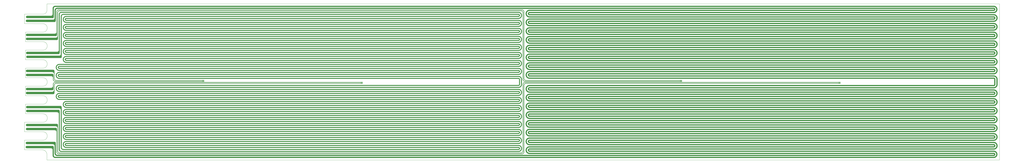
<source format=gtl>
*%FSLAX53Y53*%
*%MOMM*%
G01*
%ADD11C,0.127*%
%ADD12C,0.186*%
%ADD13C,0.200*%
%ADD14C,0.254*%
%ADD15C,0.500*%
%ADD16C,0.762*%
%ADD17C,0.930*%
%ADD18C,1.150*%
%ADD19C,1.216*%
%ADD20C,1.778*%
%ADD21C,2.400*%
%ADD22O,2.500X0.600*%
%ADD23C,2.603*%
%ADD24O,2.703X0.803*%
D11*
X746065Y279208D02*
Y288708D01*
X746065Y288708D02*
X764536D01*
X764527Y297180D02*
X746065Y297208D01*
Y306708D01*
X764536D01*
X764536Y315208D02*
X747065D01*
X747065Y315208D02*
Y324708D01*
X764536D01*
Y333208D02*
X747065D01*
Y342708D01*
X764536D01*
Y351208D02*
X747065D01*
Y360708D01*
X764536D01*
Y369208D02*
X747065D01*
Y378708D01*
X764536D01*
Y387208D02*
X747065D01*
Y396708D01*
X764536D01*
X764527Y405180D02*
X746065Y405208D01*
Y414708D01*
X764536D01*
X768536Y418708D02*
Y424958D01*
X768536Y424958D02*
X1718536D01*
X1718536Y424958D02*
Y268922D01*
X1718536Y268922D02*
X768536D01*
X768536Y268922D02*
Y274208D01*
X763536Y279208D02*
X746065D01*
X763536Y279208D02*
X763621Y279207D01*
X763705Y279205D01*
X763790Y279201D01*
X763874Y279196D01*
X763958Y279190D01*
X764042Y279182D01*
X764126Y279173D01*
X764210Y279162D01*
X764294Y279150D01*
X764377Y279136D01*
X764460Y279121D01*
X764543Y279105D01*
X764625Y279087D01*
X764708Y279068D01*
X764790Y279048D01*
X764871Y279026D01*
X764952Y279003D01*
X765033Y278978D01*
X765114Y278952D01*
X765194Y278925D01*
X765273Y278896D01*
X765352Y278866D01*
X765430Y278835D01*
X765508Y278802D01*
X765586Y278768D01*
X765662Y278733D01*
X765738Y278697D01*
X765814Y278659D01*
X765889Y278620D01*
X765963Y278579D01*
X766036Y278538D01*
X766109Y278495D01*
X766181Y278451D01*
X766253Y278405D01*
X766323Y278359D01*
X766393Y278311D01*
X766462Y278263D01*
X766530Y278213D01*
X766597Y278161D01*
X766663Y278109D01*
X766729Y278056D01*
X766793Y278001D01*
X766857Y277946D01*
X766920Y277889D01*
X766981Y277831D01*
X767042Y277773D01*
X767102Y277713D01*
X767160Y277652D01*
X767218Y277591D01*
X767275Y277528D01*
X767330Y277464D01*
X767385Y277400D01*
X767438Y277334D01*
X767490Y277268D01*
X767541Y277201D01*
X767591Y277133D01*
X767640Y277064D01*
X767688Y276994D01*
X767734Y276924D01*
X767780Y276852D01*
X767824Y276780D01*
X767867Y276708D01*
X767908Y276634D01*
X767948Y276560D01*
X767988Y276485D01*
X768025Y276409D01*
X768062Y276333D01*
X768097Y276257D01*
X768131Y276179D01*
X768164Y276101D01*
X768195Y276023D01*
X768225Y275944D01*
X768254Y275865D01*
X768281Y275785D01*
X768307Y275704D01*
X768332Y275624D01*
X768355Y275542D01*
X768377Y275461D01*
X768397Y275379D01*
X768416Y275297D01*
X768434Y275214D01*
X768450Y275131D01*
X768465Y275048D01*
X768479Y274965D01*
X768491Y274881D01*
X768502Y274797D01*
X768511Y274713D01*
X768519Y274629D01*
X768525Y274545D01*
X768530Y274461D01*
X768534Y274376D01*
X768536Y274292D01*
X768536Y274208D01*
X764536Y288708D02*
X764620Y288708D01*
X764704Y288711D01*
X764788Y288715D01*
X764872Y288721D01*
X764956Y288728D01*
X765039Y288737D01*
X765122Y288748D01*
X765205Y288760D01*
X765288Y288775D01*
X765371Y288790D01*
X765453Y288808D01*
X765535Y288826D01*
X765616Y288847D01*
X765697Y288869D01*
X765778Y288893D01*
X765858Y288918D01*
X765937Y288945D01*
X766016Y288973D01*
X766095Y289004D01*
X766173Y289035D01*
X766250Y289068D01*
X766326Y289103D01*
X766402Y289139D01*
X766477Y289176D01*
X766551Y289216D01*
X766625Y289256D01*
X766698Y289298D01*
X766770Y289342D01*
X766841Y289386D01*
X766911Y289433D01*
X766980Y289480D01*
X767048Y289529D01*
X767115Y289579D01*
X767182Y289631D01*
X767247Y289684D01*
X767311Y289738D01*
X767374Y289794D01*
X767436Y289850D01*
X767497Y289908D01*
X767556Y289967D01*
X767615Y290027D01*
X767672Y290089D01*
X767728Y290151D01*
X767783Y290215D01*
X767837Y290280D01*
X767889Y290345D01*
X767940Y290412D01*
X767989Y290480D01*
X768038Y290549D01*
X768085Y290618D01*
X768130Y290689D01*
X768174Y290760D01*
X768217Y290833D01*
X768258Y290906D01*
X768298Y290980D01*
X768336Y291054D01*
X768373Y291130D01*
X768409Y291206D01*
X768443Y291283D01*
X768475Y291360D01*
X768506Y291438D01*
X768535Y291517D01*
X768563Y291596D01*
X768589Y291676D01*
X768613Y291756D01*
X768636Y291837D01*
X768657Y291918D01*
X768677Y292000D01*
X768695Y292082D01*
X768712Y292164D01*
X768727Y292247D01*
X768740Y292330D01*
X768751Y292413D01*
X768761Y292497D01*
X768770Y292580D01*
X768776Y292664D01*
X768781Y292748D01*
X768785Y292832D01*
X768786Y292916D01*
Y293000D01*
X768785Y293083D01*
X768781Y293167D01*
X768776Y293251D01*
X768770Y293335D01*
X768761Y293418D01*
X768751Y293502D01*
X768740Y293585D01*
X768727Y293668D01*
X768712Y293751D01*
X768695Y293833D01*
X768677Y293915D01*
X768657Y293997D01*
X768636Y294078D01*
X768613Y294159D01*
X768589Y294239D01*
X768563Y294319D01*
X768535Y294398D01*
X768506Y294477D01*
X768475Y294555D01*
X768443Y294632D01*
X768409Y294709D01*
X768373Y294785D01*
X768336Y294861D01*
X768298Y294935D01*
X768258Y295009D01*
X768217Y295083D01*
X768174Y295155D01*
X768130Y295226D01*
X768085Y295297D01*
X768038Y295366D01*
X767989Y295435D01*
X767940Y295503D01*
X767889Y295570D01*
X767837Y295635D01*
X767783Y295700D01*
X767728Y295764D01*
X767672Y295826D01*
X767615Y295888D01*
X767556Y295948D01*
X767497Y296007D01*
X767436Y296065D01*
X767374Y296121D01*
X767311Y296177D01*
X767247Y296231D01*
X767182Y296284D01*
X767115Y296336D01*
X767048Y296386D01*
X766980Y296435D01*
X766911Y296482D01*
X766841Y296529D01*
X766770Y296574D01*
X766698Y296617D01*
X766625Y296659D01*
X766551Y296699D01*
X766477Y296739D01*
X766402Y296776D01*
X766326Y296812D01*
X766250Y296847D01*
X766173Y296880D01*
X766095Y296912D01*
X766016Y296942D01*
X765937Y296970D01*
X765858Y296997D01*
X765778Y297022D01*
X765697Y297046D01*
X765616Y297068D01*
X765535Y297089D01*
X765453Y297108D01*
X765371Y297125D01*
X765288Y297140D01*
X765205Y297155D01*
X765122Y297167D01*
X765039Y297178D01*
X764956Y297187D01*
X764872Y297194D01*
X764788Y297200D01*
X764704Y297204D01*
X764620Y297207D01*
X764536Y297208D01*
X764627Y306658D02*
X764711Y306658D01*
X764795Y306661D01*
X764879Y306665D01*
X764963Y306671D01*
X765046Y306678D01*
X765130Y306687D01*
X765213Y306698D01*
X765296Y306711D01*
X765379Y306725D01*
X765461Y306740D01*
X765543Y306758D01*
X765625Y306776D01*
X765707Y306797D01*
X765788Y306819D01*
X765868Y306843D01*
X765948Y306868D01*
X766028Y306895D01*
X766107Y306923D01*
X766185Y306954D01*
X766263Y306985D01*
X766340Y307018D01*
X766417Y307053D01*
X766493Y307089D01*
X766568Y307126D01*
X766642Y307166D01*
X766716Y307206D01*
X766788Y307248D01*
X766860Y307292D01*
X766931Y307336D01*
X767001Y307383D01*
X767070Y307430D01*
X767139Y307479D01*
X767206Y307529D01*
X767272Y307581D01*
X767337Y307634D01*
X767402Y307688D01*
X767465Y307744D01*
X767527Y307800D01*
X767587Y307858D01*
X767647Y307917D01*
X767706Y307977D01*
X767763Y308039D01*
X767819Y308101D01*
X767874Y308165D01*
X767927Y308230D01*
X767980Y308295D01*
X768030Y308362D01*
X768080Y308430D01*
X768128Y308499D01*
X768175Y308568D01*
X768221Y308639D01*
X768265Y308710D01*
X768308Y308783D01*
X768349Y308856D01*
X768389Y308930D01*
X768427Y309004D01*
X768464Y309080D01*
X768499Y309156D01*
X768533Y309233D01*
X768565Y309310D01*
X768596Y309388D01*
X768626Y309467D01*
X768653Y309546D01*
X768679Y309626D01*
X768704Y309706D01*
X768727Y309787D01*
X768748Y309868D01*
X768768Y309950D01*
X768786Y310032D01*
X768802Y310114D01*
X768817Y310197D01*
X768830Y310280D01*
X768842Y310363D01*
X768852Y310447D01*
X768860Y310530D01*
X768867Y310614D01*
X768872Y310698D01*
X768875Y310782D01*
X768877Y310866D01*
Y310950D01*
X768875Y311033D01*
X768872Y311117D01*
X768867Y311201D01*
X768860Y311285D01*
X768852Y311368D01*
X768842Y311452D01*
X768830Y311535D01*
X768817Y311618D01*
X768802Y311701D01*
X768786Y311783D01*
X768768Y311865D01*
X768748Y311947D01*
X768727Y312028D01*
X768704Y312109D01*
X768679Y312189D01*
X768653Y312269D01*
X768626Y312348D01*
X768596Y312427D01*
X768565Y312505D01*
X768533Y312582D01*
X768499Y312659D01*
X768464Y312735D01*
X768427Y312811D01*
X768389Y312885D01*
X768349Y312959D01*
X768308Y313033D01*
X768265Y313105D01*
X768221Y313176D01*
X768175Y313247D01*
X768128Y313316D01*
X768080Y313385D01*
X768030Y313453D01*
X767980Y313520D01*
X767927Y313585D01*
X767874Y313650D01*
X767819Y313714D01*
X767763Y313776D01*
X767706Y313838D01*
X767647Y313898D01*
X767587Y313957D01*
X767527Y314015D01*
X767465Y314072D01*
X767402Y314127D01*
X767337Y314181D01*
X767272Y314234D01*
X767206Y314286D01*
X767139Y314336D01*
X767070Y314385D01*
X767001Y314432D01*
X766931Y314479D01*
X766860Y314524D01*
X766788Y314567D01*
X766716Y314609D01*
X766642Y314649D01*
X766568Y314689D01*
X766493Y314726D01*
X766417Y314762D01*
X766340Y314797D01*
X766263Y314830D01*
X766185Y314862D01*
X766107Y314892D01*
X766028Y314920D01*
X765948Y314947D01*
X765868Y314972D01*
X765788Y314996D01*
X765707Y315018D01*
X765625Y315039D01*
X765543Y315058D01*
X765461Y315075D01*
X765379Y315090D01*
X765296Y315105D01*
X765213Y315117D01*
X765130Y315128D01*
X765046Y315137D01*
X764963Y315144D01*
X764879Y315150D01*
X764795Y315154D01*
X764711Y315157D01*
X764627Y315158D01*
X764536Y324708D02*
X764620Y324708D01*
X764704Y324711D01*
X764788Y324715D01*
X764872Y324721D01*
X764956Y324728D01*
X765039Y324737D01*
X765122Y324748D01*
X765205Y324760D01*
X765288Y324775D01*
X765371Y324790D01*
X765453Y324808D01*
X765535Y324826D01*
X765616Y324847D01*
X765697Y324869D01*
X765778Y324893D01*
X765858Y324918D01*
X765937Y324945D01*
X766016Y324973D01*
X766095Y325004D01*
X766173Y325035D01*
X766250Y325068D01*
X766326Y325103D01*
X766402Y325139D01*
X766477Y325176D01*
X766551Y325216D01*
X766625Y325256D01*
X766698Y325298D01*
X766770Y325342D01*
X766841Y325386D01*
X766911Y325433D01*
X766980Y325480D01*
X767048Y325529D01*
X767115Y325579D01*
X767182Y325631D01*
X767247Y325684D01*
X767311Y325738D01*
X767374Y325794D01*
X767436Y325850D01*
X767497Y325908D01*
X767556Y325967D01*
X767615Y326027D01*
X767672Y326089D01*
X767728Y326151D01*
X767783Y326215D01*
X767837Y326280D01*
X767889Y326345D01*
X767940Y326412D01*
X767989Y326480D01*
X768038Y326549D01*
X768085Y326618D01*
X768130Y326689D01*
X768174Y326760D01*
X768217Y326833D01*
X768258Y326906D01*
X768298Y326980D01*
X768336Y327054D01*
X768373Y327130D01*
X768409Y327206D01*
X768443Y327283D01*
X768475Y327360D01*
X768506Y327438D01*
X768535Y327517D01*
X768563Y327596D01*
X768589Y327676D01*
X768613Y327756D01*
X768636Y327837D01*
X768657Y327918D01*
X768677Y328000D01*
X768695Y328082D01*
X768712Y328164D01*
X768727Y328247D01*
X768740Y328330D01*
X768751Y328413D01*
X768761Y328497D01*
X768770Y328580D01*
X768776Y328664D01*
X768781Y328748D01*
X768785Y328832D01*
X768786Y328916D01*
Y329000D01*
X768785Y329083D01*
X768781Y329167D01*
X768776Y329251D01*
X768770Y329335D01*
X768761Y329418D01*
X768751Y329502D01*
X768740Y329585D01*
X768727Y329668D01*
X768712Y329751D01*
X768695Y329833D01*
X768677Y329915D01*
X768657Y329997D01*
X768636Y330078D01*
X768613Y330159D01*
X768589Y330239D01*
X768563Y330319D01*
X768535Y330398D01*
X768506Y330477D01*
X768475Y330555D01*
X768443Y330632D01*
X768409Y330709D01*
X768373Y330785D01*
X768336Y330861D01*
X768298Y330935D01*
X768258Y331009D01*
X768217Y331083D01*
X768174Y331155D01*
X768130Y331226D01*
X768085Y331297D01*
X768038Y331366D01*
X767989Y331435D01*
X767940Y331503D01*
X767889Y331570D01*
X767837Y331635D01*
X767783Y331700D01*
X767728Y331764D01*
X767672Y331826D01*
X767615Y331888D01*
X767556Y331948D01*
X767497Y332007D01*
X767436Y332065D01*
X767374Y332121D01*
X767311Y332177D01*
X767247Y332231D01*
X767182Y332284D01*
X767115Y332336D01*
X767048Y332386D01*
X766980Y332435D01*
X766911Y332482D01*
X766841Y332529D01*
X766770Y332574D01*
X766698Y332617D01*
X766625Y332659D01*
X766551Y332699D01*
X766477Y332739D01*
X766402Y332776D01*
X766326Y332812D01*
X766250Y332847D01*
X766173Y332880D01*
X766095Y332912D01*
X766016Y332942D01*
X765937Y332970D01*
X765858Y332997D01*
X765778Y333022D01*
X765697Y333046D01*
X765616Y333068D01*
X765535Y333089D01*
X765453Y333108D01*
X765371Y333125D01*
X765288Y333140D01*
X765205Y333155D01*
X765122Y333167D01*
X765039Y333178D01*
X764956Y333187D01*
X764872Y333194D01*
X764788Y333200D01*
X764704Y333204D01*
X764620Y333207D01*
X764536Y333208D01*
Y342708D02*
X764620Y342708D01*
X764704Y342711D01*
X764788Y342715D01*
X764872Y342721D01*
X764956Y342728D01*
X765039Y342737D01*
X765122Y342748D01*
X765205Y342760D01*
X765288Y342775D01*
X765371Y342790D01*
X765453Y342808D01*
X765535Y342826D01*
X765616Y342847D01*
X765697Y342869D01*
X765778Y342893D01*
X765858Y342918D01*
X765937Y342945D01*
X766016Y342973D01*
X766095Y343004D01*
X766173Y343035D01*
X766250Y343068D01*
X766326Y343103D01*
X766402Y343139D01*
X766477Y343176D01*
X766551Y343216D01*
X766625Y343256D01*
X766698Y343298D01*
X766770Y343342D01*
X766841Y343386D01*
X766911Y343433D01*
X766980Y343480D01*
X767048Y343529D01*
X767115Y343579D01*
X767182Y343631D01*
X767247Y343684D01*
X767311Y343738D01*
X767374Y343794D01*
X767436Y343850D01*
X767497Y343908D01*
X767556Y343967D01*
X767615Y344027D01*
X767672Y344089D01*
X767728Y344151D01*
X767783Y344215D01*
X767837Y344280D01*
X767889Y344345D01*
X767940Y344412D01*
X767989Y344480D01*
X768038Y344549D01*
X768085Y344618D01*
X768130Y344689D01*
X768174Y344760D01*
X768217Y344833D01*
X768258Y344906D01*
X768298Y344980D01*
X768336Y345054D01*
X768373Y345130D01*
X768409Y345206D01*
X768443Y345283D01*
X768475Y345360D01*
X768506Y345438D01*
X768535Y345517D01*
X768563Y345596D01*
X768589Y345676D01*
X768613Y345756D01*
X768636Y345837D01*
X768657Y345918D01*
X768677Y346000D01*
X768695Y346082D01*
X768712Y346164D01*
X768727Y346247D01*
X768740Y346330D01*
X768751Y346413D01*
X768761Y346497D01*
X768770Y346580D01*
X768776Y346664D01*
X768781Y346748D01*
X768785Y346832D01*
X768786Y346916D01*
Y347000D01*
X768785Y347083D01*
X768781Y347167D01*
X768776Y347251D01*
X768770Y347335D01*
X768761Y347418D01*
X768751Y347502D01*
X768740Y347585D01*
X768727Y347668D01*
X768712Y347751D01*
X768695Y347833D01*
X768677Y347915D01*
X768657Y347997D01*
X768636Y348078D01*
X768613Y348159D01*
X768589Y348239D01*
X768563Y348319D01*
X768535Y348398D01*
X768506Y348477D01*
X768475Y348555D01*
X768443Y348632D01*
X768409Y348709D01*
X768373Y348785D01*
X768336Y348861D01*
X768298Y348935D01*
X768258Y349009D01*
X768217Y349083D01*
X768174Y349155D01*
X768130Y349226D01*
X768085Y349297D01*
X768038Y349366D01*
X767989Y349435D01*
X767940Y349503D01*
X767889Y349570D01*
X767837Y349635D01*
X767783Y349700D01*
X767728Y349764D01*
X767672Y349826D01*
X767615Y349888D01*
X767556Y349948D01*
X767497Y350007D01*
X767436Y350065D01*
X767374Y350121D01*
X767311Y350177D01*
X767247Y350231D01*
X767182Y350284D01*
X767115Y350336D01*
X767048Y350386D01*
X766980Y350435D01*
X766911Y350482D01*
X766841Y350529D01*
X766770Y350574D01*
X766698Y350617D01*
X766625Y350659D01*
X766551Y350699D01*
X766477Y350739D01*
X766402Y350776D01*
X766326Y350812D01*
X766250Y350847D01*
X766173Y350880D01*
X766095Y350912D01*
X766016Y350942D01*
X765937Y350970D01*
X765858Y350997D01*
X765778Y351022D01*
X765697Y351046D01*
X765616Y351068D01*
X765535Y351089D01*
X765453Y351108D01*
X765371Y351125D01*
X765288Y351140D01*
X765205Y351155D01*
X765122Y351167D01*
X765039Y351178D01*
X764956Y351187D01*
X764872Y351194D01*
X764788Y351200D01*
X764704Y351204D01*
X764620Y351207D01*
X764536Y351208D01*
Y360708D02*
X764620Y360708D01*
X764704Y360711D01*
X764788Y360715D01*
X764872Y360721D01*
X764956Y360728D01*
X765039Y360737D01*
X765122Y360748D01*
X765205Y360760D01*
X765288Y360775D01*
X765371Y360790D01*
X765453Y360808D01*
X765535Y360826D01*
X765616Y360847D01*
X765697Y360869D01*
X765778Y360893D01*
X765858Y360918D01*
X765937Y360945D01*
X766016Y360973D01*
X766095Y361004D01*
X766173Y361035D01*
X766250Y361068D01*
X766326Y361103D01*
X766402Y361139D01*
X766477Y361176D01*
X766551Y361216D01*
X766625Y361256D01*
X766698Y361298D01*
X766770Y361342D01*
X766841Y361386D01*
X766911Y361433D01*
X766980Y361480D01*
X767048Y361529D01*
X767115Y361579D01*
X767182Y361631D01*
X767247Y361684D01*
X767311Y361738D01*
X767374Y361794D01*
X767436Y361850D01*
X767497Y361908D01*
X767556Y361967D01*
X767615Y362027D01*
X767672Y362089D01*
X767728Y362151D01*
X767783Y362215D01*
X767837Y362280D01*
X767889Y362345D01*
X767940Y362412D01*
X767989Y362480D01*
X768038Y362549D01*
X768085Y362618D01*
X768130Y362689D01*
X768174Y362760D01*
X768217Y362833D01*
X768258Y362906D01*
X768298Y362980D01*
X768336Y363054D01*
X768373Y363130D01*
X768409Y363206D01*
X768443Y363283D01*
X768475Y363360D01*
X768506Y363438D01*
X768535Y363517D01*
X768563Y363596D01*
X768589Y363676D01*
X768613Y363756D01*
X768636Y363837D01*
X768657Y363918D01*
X768677Y364000D01*
X768695Y364082D01*
X768712Y364164D01*
X768727Y364247D01*
X768740Y364330D01*
X768751Y364413D01*
X768761Y364497D01*
X768770Y364580D01*
X768776Y364664D01*
X768781Y364748D01*
X768785Y364832D01*
X768786Y364916D01*
Y365000D01*
X768785Y365083D01*
X768781Y365167D01*
X768776Y365251D01*
X768770Y365335D01*
X768761Y365418D01*
X768751Y365502D01*
X768740Y365585D01*
X768727Y365668D01*
X768712Y365751D01*
X768695Y365833D01*
X768677Y365915D01*
X768657Y365997D01*
X768636Y366078D01*
X768613Y366159D01*
X768589Y366239D01*
X768563Y366319D01*
X768535Y366398D01*
X768506Y366477D01*
X768475Y366555D01*
X768443Y366632D01*
X768409Y366709D01*
X768373Y366785D01*
X768336Y366861D01*
X768298Y366935D01*
X768258Y367009D01*
X768217Y367083D01*
X768174Y367155D01*
X768130Y367226D01*
X768085Y367297D01*
X768038Y367366D01*
X767989Y367435D01*
X767940Y367503D01*
X767889Y367570D01*
X767837Y367635D01*
X767783Y367700D01*
X767728Y367764D01*
X767672Y367826D01*
X767615Y367888D01*
X767556Y367948D01*
X767497Y368007D01*
X767436Y368065D01*
X767374Y368121D01*
X767311Y368177D01*
X767247Y368231D01*
X767182Y368284D01*
X767115Y368336D01*
X767048Y368386D01*
X766980Y368435D01*
X766911Y368482D01*
X766841Y368529D01*
X766770Y368574D01*
X766698Y368617D01*
X766625Y368659D01*
X766551Y368699D01*
X766477Y368739D01*
X766402Y368776D01*
X766326Y368812D01*
X766250Y368847D01*
X766173Y368880D01*
X766095Y368912D01*
X766016Y368942D01*
X765937Y368970D01*
X765858Y368997D01*
X765778Y369022D01*
X765697Y369046D01*
X765616Y369068D01*
X765535Y369089D01*
X765453Y369108D01*
X765371Y369125D01*
X765288Y369140D01*
X765205Y369155D01*
X765122Y369167D01*
X765039Y369178D01*
X764956Y369187D01*
X764872Y369194D01*
X764788Y369200D01*
X764704Y369204D01*
X764620Y369207D01*
X764536Y369208D01*
Y378708D02*
X764620Y378708D01*
X764704Y378711D01*
X764788Y378715D01*
X764872Y378721D01*
X764956Y378728D01*
X765039Y378737D01*
X765122Y378748D01*
X765205Y378760D01*
X765288Y378775D01*
X765371Y378790D01*
X765453Y378808D01*
X765535Y378826D01*
X765616Y378847D01*
X765697Y378869D01*
X765778Y378893D01*
X765858Y378918D01*
X765937Y378945D01*
X766016Y378973D01*
X766095Y379004D01*
X766173Y379035D01*
X766250Y379068D01*
X766326Y379103D01*
X766402Y379139D01*
X766477Y379176D01*
X766551Y379216D01*
X766625Y379256D01*
X766698Y379298D01*
X766770Y379342D01*
X766841Y379386D01*
X766911Y379433D01*
X766980Y379480D01*
X767048Y379529D01*
X767115Y379579D01*
X767182Y379631D01*
X767247Y379684D01*
X767311Y379738D01*
X767374Y379794D01*
X767436Y379850D01*
X767497Y379908D01*
X767556Y379967D01*
X767615Y380027D01*
X767672Y380089D01*
X767728Y380151D01*
X767783Y380215D01*
X767837Y380280D01*
X767889Y380345D01*
X767940Y380412D01*
X767989Y380480D01*
X768038Y380549D01*
X768085Y380618D01*
X768130Y380689D01*
X768174Y380760D01*
X768217Y380833D01*
X768258Y380906D01*
X768298Y380980D01*
X768336Y381054D01*
X768373Y381130D01*
X768409Y381206D01*
X768443Y381283D01*
X768475Y381360D01*
X768506Y381438D01*
X768535Y381517D01*
X768563Y381596D01*
X768589Y381676D01*
X768613Y381756D01*
X768636Y381837D01*
X768657Y381918D01*
X768677Y382000D01*
X768695Y382082D01*
X768712Y382164D01*
X768727Y382247D01*
X768740Y382330D01*
X768751Y382413D01*
X768761Y382497D01*
X768770Y382580D01*
X768776Y382664D01*
X768781Y382748D01*
X768785Y382832D01*
X768786Y382916D01*
Y383000D01*
X768785Y383083D01*
X768781Y383167D01*
X768776Y383251D01*
X768770Y383335D01*
X768761Y383418D01*
X768751Y383502D01*
X768740Y383585D01*
X768727Y383668D01*
X768712Y383751D01*
X768695Y383833D01*
X768677Y383915D01*
X768657Y383997D01*
X768636Y384078D01*
X768613Y384159D01*
X768589Y384239D01*
X768563Y384319D01*
X768535Y384398D01*
X768506Y384477D01*
X768475Y384555D01*
X768443Y384632D01*
X768409Y384709D01*
X768373Y384785D01*
X768336Y384861D01*
X768298Y384935D01*
X768258Y385009D01*
X768217Y385083D01*
X768174Y385155D01*
X768130Y385226D01*
X768085Y385297D01*
X768038Y385366D01*
X767989Y385435D01*
X767940Y385503D01*
X767889Y385570D01*
X767837Y385635D01*
X767783Y385700D01*
X767728Y385764D01*
X767672Y385826D01*
X767615Y385888D01*
X767556Y385948D01*
X767497Y386007D01*
X767436Y386065D01*
X767374Y386121D01*
X767311Y386177D01*
X767247Y386231D01*
X767182Y386284D01*
X767115Y386336D01*
X767048Y386386D01*
X766980Y386435D01*
X766911Y386482D01*
X766841Y386529D01*
X766770Y386574D01*
X766698Y386617D01*
X766625Y386659D01*
X766551Y386699D01*
X766477Y386739D01*
X766402Y386776D01*
X766326Y386812D01*
X766250Y386847D01*
X766173Y386880D01*
X766095Y386912D01*
X766016Y386942D01*
X765937Y386970D01*
X765858Y386997D01*
X765778Y387022D01*
X765697Y387046D01*
X765616Y387068D01*
X765535Y387089D01*
X765453Y387108D01*
X765371Y387125D01*
X765288Y387140D01*
X765205Y387155D01*
X765122Y387167D01*
X765039Y387178D01*
X764956Y387187D01*
X764872Y387194D01*
X764788Y387200D01*
X764704Y387204D01*
X764620Y387207D01*
X764536Y387208D01*
Y396708D02*
X764620Y396708D01*
X764704Y396711D01*
X764788Y396715D01*
X764872Y396721D01*
X764956Y396728D01*
X765039Y396737D01*
X765122Y396748D01*
X765205Y396760D01*
X765288Y396775D01*
X765371Y396790D01*
X765453Y396808D01*
X765535Y396826D01*
X765616Y396847D01*
X765697Y396869D01*
X765778Y396893D01*
X765858Y396918D01*
X765937Y396945D01*
X766016Y396973D01*
X766095Y397004D01*
X766173Y397035D01*
X766250Y397068D01*
X766326Y397103D01*
X766402Y397139D01*
X766477Y397176D01*
X766551Y397216D01*
X766625Y397256D01*
X766698Y397298D01*
X766770Y397342D01*
X766841Y397386D01*
X766911Y397433D01*
X766980Y397480D01*
X767048Y397529D01*
X767115Y397579D01*
X767182Y397631D01*
X767247Y397684D01*
X767311Y397738D01*
X767374Y397794D01*
X767436Y397850D01*
X767497Y397908D01*
X767556Y397967D01*
X767615Y398027D01*
X767672Y398089D01*
X767728Y398151D01*
X767783Y398215D01*
X767837Y398280D01*
X767889Y398345D01*
X767940Y398412D01*
X767989Y398480D01*
X768038Y398549D01*
X768085Y398618D01*
X768130Y398689D01*
X768174Y398760D01*
X768217Y398833D01*
X768258Y398906D01*
X768298Y398980D01*
X768336Y399054D01*
X768373Y399130D01*
X768409Y399206D01*
X768443Y399283D01*
X768475Y399360D01*
X768506Y399438D01*
X768535Y399517D01*
X768563Y399596D01*
X768589Y399676D01*
X768613Y399756D01*
X768636Y399837D01*
X768657Y399918D01*
X768677Y400000D01*
X768695Y400082D01*
X768712Y400164D01*
X768727Y400247D01*
X768740Y400330D01*
X768751Y400413D01*
X768761Y400497D01*
X768770Y400580D01*
X768776Y400664D01*
X768781Y400748D01*
X768785Y400832D01*
X768786Y400916D01*
Y401000D01*
X768785Y401083D01*
X768781Y401167D01*
X768776Y401251D01*
X768770Y401335D01*
X768761Y401418D01*
X768751Y401502D01*
X768740Y401585D01*
X768727Y401668D01*
X768712Y401751D01*
X768695Y401833D01*
X768677Y401915D01*
X768657Y401997D01*
X768636Y402078D01*
X768613Y402159D01*
X768589Y402239D01*
X768563Y402319D01*
X768535Y402398D01*
X768506Y402477D01*
X768475Y402555D01*
X768443Y402632D01*
X768409Y402709D01*
X768373Y402785D01*
X768336Y402861D01*
X768298Y402935D01*
X768258Y403009D01*
X768217Y403083D01*
X768174Y403155D01*
X768130Y403226D01*
X768085Y403297D01*
X768038Y403366D01*
X767989Y403435D01*
X767940Y403503D01*
X767889Y403570D01*
X767837Y403635D01*
X767783Y403700D01*
X767728Y403764D01*
X767672Y403826D01*
X767615Y403888D01*
X767556Y403948D01*
X767497Y404007D01*
X767436Y404065D01*
X767374Y404121D01*
X767311Y404177D01*
X767247Y404231D01*
X767182Y404284D01*
X767115Y404336D01*
X767048Y404386D01*
X766980Y404435D01*
X766911Y404482D01*
X766841Y404529D01*
X766770Y404574D01*
X766698Y404617D01*
X766625Y404659D01*
X766551Y404699D01*
X766477Y404739D01*
X766402Y404776D01*
X766326Y404812D01*
X766250Y404847D01*
X766173Y404880D01*
X766095Y404912D01*
X766016Y404942D01*
X765937Y404970D01*
X765858Y404997D01*
X765778Y405022D01*
X765697Y405046D01*
X765616Y405068D01*
X765535Y405089D01*
X765453Y405108D01*
X765371Y405125D01*
X765288Y405140D01*
X765205Y405155D01*
X765122Y405167D01*
X765039Y405178D01*
X764956Y405187D01*
X764872Y405194D01*
X764788Y405200D01*
X764704Y405204D01*
X764620Y405207D01*
X764536Y405208D01*
X764536Y414708D02*
X764620Y414708D01*
X764704Y414711D01*
X764788Y414715D01*
X764871Y414722D01*
X764955Y414729D01*
X765038Y414739D01*
X765121Y414750D01*
X765204Y414764D01*
X765286Y414778D01*
X765368Y414795D01*
X765450Y414813D01*
X765531Y414833D01*
X765612Y414855D01*
X765693Y414878D01*
X765772Y414903D01*
X765852Y414930D01*
X765931Y414958D01*
X766009Y414988D01*
X766086Y415020D01*
X766163Y415053D01*
X766240Y415088D01*
X766315Y415125D01*
X766390Y415163D01*
X766463Y415202D01*
X766536Y415243D01*
X766609Y415286D01*
X766680Y415330D01*
X766750Y415376D01*
X766819Y415423D01*
X766888Y415471D01*
X766955Y415521D01*
X767021Y415573D01*
X767086Y415625D01*
X767150Y415680D01*
X767213Y415735D01*
X767275Y415792D01*
X767335Y415850D01*
X767394Y415909D01*
X767452Y415969D01*
X767509Y416031D01*
X767564Y416094D01*
X767618Y416158D01*
X767671Y416223D01*
X767723Y416289D01*
X767772Y416356D01*
X767821Y416425D01*
X767868Y416494D01*
X767914Y416564D01*
X767958Y416635D01*
X768001Y416708D01*
X768042Y416781D01*
X768081Y416854D01*
X768119Y416929D01*
X768156Y417004D01*
X768191Y417081D01*
X768224Y417157D01*
X768256Y417235D01*
X768286Y417313D01*
X768314Y417392D01*
X768341Y417471D01*
X768366Y417551D01*
X768389Y417632D01*
X768411Y417713D01*
X768431Y417794D01*
X768449Y417876D01*
X768466Y417958D01*
X768480Y418040D01*
X768494Y418123D01*
X768505Y418206D01*
X768515Y418289D01*
X768522Y418373D01*
X768529Y418456D01*
X768533Y418540D01*
X768536Y418624D01*
X768536Y418708D01*
D15*
X778246Y299835D02*
X778246Y277035D01*
X779246Y278035D02*
Y303835D01*
X781246Y276035D02*
X1241246D01*
X1242246Y275035D02*
X780246D01*
X777746Y345535D02*
X1081746D01*
X1081246Y346535D02*
X776746Y346535D01*
Y347535D02*
X923246Y347535D01*
Y348535D02*
X777746D01*
X774746Y349535D02*
Y354035D01*
X775746Y350535D02*
Y358035D01*
Y343535D02*
Y335835D01*
X774746Y339835D02*
Y344535D01*
X779246Y390035D02*
Y416035D01*
X778246Y417035D02*
Y394035D01*
X780246Y419035D02*
X1242246D01*
X1241246Y418035D02*
X781246D01*
X1243246Y416035D02*
Y349535D01*
Y344535D02*
Y278035D01*
X1244246Y277035D02*
Y343535D01*
X1246246Y345535D02*
X1557746D01*
Y346535D02*
X1245246D01*
Y347535D02*
X1399746D01*
Y348535D02*
X1246246Y348535D01*
X1244246Y350535D02*
Y417035D01*
X780246Y275035D02*
X780159Y275037D01*
X780071Y275043D01*
X779985Y275053D01*
X779898Y275066D01*
X779813Y275083D01*
X779728Y275104D01*
X779644Y275128D01*
X779562Y275156D01*
X779480Y275188D01*
X779401Y275223D01*
X779322Y275261D01*
X779246Y275303D01*
X779171Y275349D01*
X779099Y275397D01*
X779028Y275449D01*
X778960Y275503D01*
X778895Y275561D01*
X778832Y275621D01*
X778771Y275684D01*
X778714Y275750D01*
X778659Y275818D01*
X778608Y275888D01*
X778559Y275961D01*
X778514Y276035D01*
X778472Y276112D01*
X778433Y276190D01*
X778398Y276270D01*
X778366Y276351D01*
X778338Y276434D01*
X778314Y276518D01*
X778293Y276603D01*
X778276Y276688D01*
X778263Y276774D01*
X778253Y276861D01*
X778248Y276948D01*
X778246Y277035D01*
X779246Y278035D02*
X779248Y277948D01*
X779253Y277861D01*
X779263Y277774D01*
X779276Y277688D01*
X779293Y277603D01*
X779314Y277518D01*
X779338Y277434D01*
X779366Y277351D01*
X779398Y277270D01*
X779433Y277190D01*
X779472Y277112D01*
X779514Y277035D01*
X779559Y276961D01*
X779607Y276888D01*
X779659Y276818D01*
X779714Y276750D01*
X779771Y276684D01*
X779832Y276621D01*
X779895Y276561D01*
X779960Y276503D01*
X780028Y276449D01*
X780099Y276397D01*
X780171Y276349D01*
X780246Y276303D01*
X780322Y276261D01*
X780401Y276223D01*
X780480Y276188D01*
X780562Y276156D01*
X780644Y276128D01*
X780728Y276104D01*
X780813Y276083D01*
X780898Y276066D01*
X780985Y276053D01*
X781071Y276043D01*
X781159Y276037D01*
X781246Y276035D01*
X779246Y302076D02*
X779241Y302164D01*
X779227Y302251D01*
X779205Y302336D01*
X779173Y302418D01*
X779133Y302496D01*
X779085Y302570D01*
X779030Y302638D01*
X778968Y302701D01*
X778899Y302756D01*
X778825Y302804D01*
X778747Y302844D01*
X778665Y302876D01*
X778580Y302898D01*
X778493Y302912D01*
X778405Y302917D01*
X777246Y302933D02*
X777333Y302931D01*
X777420Y302925D01*
X777507Y302916D01*
X777593Y302902D01*
X777679Y302885D01*
X777763Y302865D01*
X777847Y302840D01*
X777930Y302812D01*
X778011Y302781D01*
X778091Y302745D01*
X778169Y302707D01*
X778246Y302665D01*
X778320Y302620D01*
X778393Y302571D01*
X778463Y302520D01*
X778531Y302465D01*
X778597Y302407D01*
X778660Y302347D01*
X778720Y302284D01*
X778778Y302218D01*
X778832Y302150D01*
X778884Y302080D01*
X778933Y302007D01*
X778978Y301933D01*
X779020Y301856D01*
X779058Y301778D01*
X779094Y301698D01*
X779125Y301617D01*
X779153Y301534D01*
X779178Y301450D01*
X779198Y301366D01*
X779215Y301280D01*
X779229Y301194D01*
X779238Y301107D01*
X779244Y301020D01*
X779246Y300933D01*
X777405Y298980D02*
X777493Y298975D01*
X777580Y298961D01*
X777665Y298939D01*
X777747Y298907D01*
X777825Y298867D01*
X777899Y298819D01*
X777968Y298764D01*
X778030Y298701D01*
X778085Y298633D01*
X778133Y298559D01*
X778173Y298481D01*
X778205Y298399D01*
X778227Y298314D01*
X778241Y298227D01*
X778246Y298139D01*
Y296970D02*
X778244Y297058D01*
X778238Y297145D01*
X778229Y297231D01*
X778215Y297318D01*
X778198Y297403D01*
X778178Y297488D01*
X778153Y297572D01*
X778125Y297654D01*
X778094Y297736D01*
X778058Y297816D01*
X778020Y297894D01*
X777978Y297970D01*
X777933Y298045D01*
X777884Y298118D01*
X777832Y298188D01*
X777778Y298256D01*
X777720Y298322D01*
X777660Y298385D01*
X777597Y298445D01*
X777531Y298502D01*
X777463Y298557D01*
X777393Y298609D01*
X777320Y298657D01*
X777246Y298702D01*
X777169Y298744D01*
X777091Y298783D01*
X777011Y298818D01*
X776930Y298850D01*
X776847Y298878D01*
X776763Y298902D01*
X776679Y298923D01*
X776593Y298940D01*
X776507Y298953D01*
X776420Y298963D01*
X776333Y298968D01*
X776246Y298970D01*
X773741Y336855D02*
X773829Y336857D01*
X773916Y336863D01*
X774002Y336872D01*
X774089Y336885D01*
X774174Y336902D01*
X774259Y336923D01*
X774343Y336948D01*
X774425Y336976D01*
X774507Y337007D01*
X774587Y337042D01*
X774665Y337081D01*
X774741Y337123D01*
X774816Y337168D01*
X774889Y337217D01*
X774959Y337268D01*
X775027Y337323D01*
X775093Y337380D01*
X775156Y337441D01*
X775216Y337504D01*
X775273Y337569D01*
X775328Y337637D01*
X775380Y337708D01*
X775428Y337780D01*
X775473Y337855D01*
X775515Y337932D01*
X775554Y338010D01*
X775589Y338090D01*
X775621Y338171D01*
X775649Y338254D01*
X775673Y338337D01*
X775694Y338422D01*
X775711Y338508D01*
X775724Y338594D01*
X775734Y338681D01*
X775740Y338768D01*
X775741Y338855D01*
X775746Y337712D02*
X775741Y337624D01*
X775727Y337537D01*
X775705Y337452D01*
X775673Y337370D01*
X775633Y337292D01*
X775585Y337218D01*
X775530Y337149D01*
X775468Y337087D01*
X775399Y337032D01*
X775325Y336984D01*
X775247Y336944D01*
X775165Y336912D01*
X775080Y336889D01*
X774993Y336876D01*
X774905Y336871D01*
X773905Y340833D02*
X773993Y340838D01*
X774080Y340852D01*
X774165Y340875D01*
X774247Y340906D01*
X774325Y340946D01*
X774399Y340994D01*
X774468Y341049D01*
X774530Y341112D01*
X774585Y341180D01*
X774633Y341254D01*
X774673Y341332D01*
X774705Y341415D01*
X774727Y341500D01*
X774741Y341587D01*
X774746Y341674D01*
Y342843D02*
X774744Y342756D01*
X774738Y342668D01*
X774729Y342582D01*
X774715Y342496D01*
X774698Y342410D01*
X774678Y342325D01*
X774653Y342241D01*
X774625Y342159D01*
X774594Y342077D01*
X774558Y341998D01*
X774520Y341919D01*
X774478Y341843D01*
X774433Y341768D01*
X774384Y341696D01*
X774333Y341625D01*
X774278Y341557D01*
X774220Y341492D01*
X774160Y341429D01*
X774097Y341368D01*
X774031Y341311D01*
X773963Y341256D01*
X773893Y341204D01*
X773820Y341156D01*
X773746Y341111D01*
X773669Y341069D01*
X773591Y341030D01*
X773511Y340995D01*
X773430Y340963D01*
X773347Y340935D01*
X773263Y340911D01*
X773179Y340890D01*
X773093Y340873D01*
X773007Y340860D01*
X772920Y340850D01*
X772833Y340845D01*
X772746Y340843D01*
X774746Y344535D02*
X774748Y344623D01*
X774753Y344710D01*
X774763Y344796D01*
X774776Y344883D01*
X774793Y344968D01*
X774814Y345053D01*
X774838Y345137D01*
X774866Y345219D01*
X774898Y345301D01*
X774933Y345381D01*
X774972Y345459D01*
X775014Y345535D01*
X775059Y345610D01*
X775107Y345683D01*
X775159Y345753D01*
X775214Y345821D01*
X775271Y345887D01*
X775332Y345950D01*
X775395Y346010D01*
X775460Y346067D01*
X775528Y346122D01*
X775599Y346174D01*
X775671Y346222D01*
X775746Y346267D01*
X775822Y346309D01*
X775901Y346348D01*
X775980Y346383D01*
X776062Y346415D01*
X776144Y346443D01*
X776228Y346467D01*
X776313Y346488D01*
X776398Y346505D01*
X776485Y346518D01*
X776571Y346528D01*
X776659Y346533D01*
X776746Y346535D01*
X777746Y345535D02*
X777659Y345533D01*
X777571Y345528D01*
X777485Y345518D01*
X777398Y345505D01*
X777313Y345488D01*
X777228Y345467D01*
X777144Y345443D01*
X777062Y345415D01*
X776980Y345383D01*
X776901Y345348D01*
X776822Y345309D01*
X776746Y345267D01*
X776671Y345222D01*
X776599Y345174D01*
X776528Y345122D01*
X776460Y345067D01*
X776395Y345010D01*
X776332Y344950D01*
X776271Y344887D01*
X776214Y344821D01*
X776159Y344753D01*
X776108Y344683D01*
X776059Y344610D01*
X776014Y344535D01*
X775972Y344459D01*
X775933Y344381D01*
X775898Y344301D01*
X775866Y344219D01*
X775838Y344137D01*
X775814Y344053D01*
X775793Y343968D01*
X775776Y343883D01*
X775763Y343796D01*
X775753Y343710D01*
X775748Y343623D01*
X775746Y343535D01*
X777746Y348535D02*
X777659Y348537D01*
X777571Y348543D01*
X777485Y348553D01*
X777398Y348566D01*
X777313Y348583D01*
X777228Y348604D01*
X777144Y348628D01*
X777062Y348656D01*
X776980Y348688D01*
X776901Y348723D01*
X776822Y348761D01*
X776746Y348803D01*
X776671Y348849D01*
X776599Y348897D01*
X776528Y348949D01*
X776460Y349003D01*
X776395Y349061D01*
X776332Y349121D01*
X776271Y349184D01*
X776214Y349250D01*
X776159Y349318D01*
X776108Y349388D01*
X776059Y349461D01*
X776014Y349535D01*
X775972Y349612D01*
X775933Y349690D01*
X775898Y349770D01*
X775866Y349851D01*
X775838Y349934D01*
X775814Y350018D01*
X775793Y350103D01*
X775776Y350188D01*
X775763Y350274D01*
X775753Y350361D01*
X775748Y350448D01*
X775746Y350535D01*
X774746Y349535D02*
X774748Y349448D01*
X774753Y349361D01*
X774763Y349274D01*
X774776Y349188D01*
X774793Y349103D01*
X774814Y349018D01*
X774838Y348934D01*
X774866Y348851D01*
X774898Y348770D01*
X774933Y348690D01*
X774972Y348612D01*
X775014Y348535D01*
X775059Y348461D01*
X775107Y348388D01*
X775159Y348318D01*
X775214Y348250D01*
X775271Y348184D01*
X775332Y348121D01*
X775395Y348061D01*
X775460Y348003D01*
X775528Y347949D01*
X775599Y347897D01*
X775671Y347849D01*
X775746Y347803D01*
X775822Y347761D01*
X775901Y347723D01*
X775980Y347688D01*
X776062Y347656D01*
X776144Y347628D01*
X776228Y347604D01*
X776313Y347583D01*
X776398Y347566D01*
X776485Y347553D01*
X776571Y347543D01*
X776659Y347537D01*
X776746Y347535D01*
X774746Y351028D02*
X774744Y351115D01*
X774738Y351202D01*
X774729Y351289D01*
X774715Y351375D01*
X774698Y351461D01*
X774678Y351546D01*
X774653Y351629D01*
X774625Y351712D01*
X774594Y351793D01*
X774558Y351873D01*
X774520Y351952D01*
X774478Y352028D01*
X774433Y352103D01*
X774384Y352175D01*
X774333Y352246D01*
X774278Y352314D01*
X774220Y352379D01*
X774160Y352442D01*
X774097Y352503D01*
X774031Y352560D01*
X773963Y352615D01*
X773893Y352666D01*
X773820Y352715D01*
X773746Y352760D01*
X773669Y352802D01*
X773591Y352841D01*
X773511Y352876D01*
X773430Y352907D01*
X773347Y352935D01*
X773263Y352960D01*
X773179Y352981D01*
X773093Y352998D01*
X773007Y353011D01*
X772920Y353020D01*
X772833Y353026D01*
X772746Y353028D01*
X773905Y353037D02*
X773993Y353033D01*
X774080Y353019D01*
X774165Y352996D01*
X774247Y352965D01*
X774325Y352925D01*
X774399Y352877D01*
X774468Y352821D01*
X774530Y352759D01*
X774585Y352691D01*
X774633Y352617D01*
X774673Y352538D01*
X774705Y352456D01*
X774727Y352371D01*
X774741Y352284D01*
X774746Y352196D01*
X775741Y355016D02*
X775740Y355103D01*
X775734Y355190D01*
X775724Y355277D01*
X775711Y355363D01*
X775694Y355449D01*
X775673Y355533D01*
X775649Y355617D01*
X775621Y355700D01*
X775589Y355781D01*
X775554Y355861D01*
X775515Y355939D01*
X775473Y356016D01*
X775428Y356090D01*
X775380Y356163D01*
X775328Y356233D01*
X775273Y356301D01*
X775216Y356367D01*
X775156Y356430D01*
X775093Y356490D01*
X775027Y356548D01*
X774959Y356603D01*
X774889Y356654D01*
X774816Y356703D01*
X774741Y356748D01*
X774665Y356790D01*
X774587Y356828D01*
X774507Y356864D01*
X774425Y356895D01*
X774343Y356923D01*
X774259Y356948D01*
X774174Y356968D01*
X774089Y356985D01*
X774002Y356999D01*
X773916Y357008D01*
X773829Y357014D01*
X773741Y357016D01*
X774905Y357000D02*
X774993Y356995D01*
X775080Y356981D01*
X775165Y356959D01*
X775247Y356927D01*
X775325Y356887D01*
X775399Y356839D01*
X775468Y356784D01*
X775530Y356721D01*
X775585Y356653D01*
X775633Y356579D01*
X775673Y356501D01*
X775705Y356419D01*
X775727Y356334D01*
X775741Y356247D01*
X775746Y356159D01*
X779246Y416035D02*
X779248Y416123D01*
X779253Y416210D01*
X779263Y416296D01*
X779276Y416383D01*
X779293Y416468D01*
X779314Y416553D01*
X779338Y416637D01*
X779366Y416719D01*
X779398Y416801D01*
X779433Y416881D01*
X779472Y416959D01*
X779514Y417035D01*
X779559Y417110D01*
X779607Y417183D01*
X779659Y417253D01*
X779714Y417321D01*
X779771Y417387D01*
X779832Y417450D01*
X779895Y417510D01*
X779960Y417567D01*
X780028Y417622D01*
X780099Y417674D01*
X780171Y417722D01*
X780246Y417767D01*
X780322Y417809D01*
X780401Y417848D01*
X780480Y417883D01*
X780562Y417915D01*
X780644Y417943D01*
X780728Y417967D01*
X780813Y417988D01*
X780898Y418005D01*
X780985Y418018D01*
X781071Y418028D01*
X781159Y418034D01*
X781246Y418035D01*
X780246Y419035D02*
X780159Y419034D01*
X780071Y419028D01*
X779985Y419018D01*
X779898Y419005D01*
X779813Y418988D01*
X779728Y418967D01*
X779644Y418943D01*
X779562Y418915D01*
X779480Y418883D01*
X779401Y418848D01*
X779322Y418809D01*
X779246Y418767D01*
X779171Y418722D01*
X779099Y418674D01*
X779028Y418622D01*
X778960Y418567D01*
X778895Y418510D01*
X778832Y418450D01*
X778771Y418387D01*
X778714Y418321D01*
X778659Y418253D01*
X778608Y418183D01*
X778559Y418110D01*
X778514Y418035D01*
X778472Y417959D01*
X778433Y417881D01*
X778398Y417801D01*
X778366Y417719D01*
X778338Y417637D01*
X778314Y417553D01*
X778293Y417468D01*
X778276Y417383D01*
X778263Y417296D01*
X778253Y417210D01*
X778248Y417123D01*
X778246Y417035D01*
Y396900D02*
X778244Y396813D01*
X778238Y396726D01*
X778229Y396639D01*
X778215Y396553D01*
X778198Y396468D01*
X778178Y396383D01*
X778153Y396299D01*
X778125Y396216D01*
X778094Y396135D01*
X778058Y396055D01*
X778020Y395977D01*
X777978Y395900D01*
X777933Y395826D01*
X777884Y395753D01*
X777833Y395683D01*
X777778Y395615D01*
X777720Y395549D01*
X777660Y395486D01*
X777597Y395426D01*
X777531Y395368D01*
X777463Y395314D01*
X777393Y395262D01*
X777320Y395214D01*
X777246Y395168D01*
X777169Y395126D01*
X777091Y395088D01*
X777011Y395053D01*
X776930Y395021D01*
X776847Y394993D01*
X776763Y394969D01*
X776679Y394948D01*
X776593Y394931D01*
X776507Y394918D01*
X776420Y394908D01*
X776333Y394902D01*
X776246Y394900D01*
X777405Y394891D02*
X777493Y394896D01*
X777580Y394909D01*
X777665Y394932D01*
X777747Y394964D01*
X777825Y395004D01*
X777899Y395052D01*
X777968Y395107D01*
X778030Y395169D01*
X778085Y395238D01*
X778133Y395312D01*
X778173Y395390D01*
X778205Y395472D01*
X778227Y395557D01*
X778241Y395644D01*
X778246Y395732D01*
X779246Y392938D02*
X779244Y392851D01*
X779238Y392764D01*
X779229Y392677D01*
X779215Y392591D01*
X779198Y392505D01*
X779178Y392420D01*
X779153Y392337D01*
X779125Y392254D01*
X779094Y392173D01*
X779058Y392093D01*
X779020Y392014D01*
X778978Y391938D01*
X778933Y391863D01*
X778884Y391791D01*
X778833Y391720D01*
X778778Y391652D01*
X778720Y391587D01*
X778660Y391524D01*
X778597Y391463D01*
X778531Y391406D01*
X778463Y391351D01*
X778393Y391300D01*
X778320Y391251D01*
X778246Y391206D01*
X778169Y391164D01*
X778091Y391125D01*
X778011Y391090D01*
X777930Y391059D01*
X777847Y391031D01*
X777763Y391006D01*
X777679Y390985D01*
X777593Y390968D01*
X777507Y390955D01*
X777420Y390946D01*
X777333Y390940D01*
X777246Y390938D01*
X778405Y390954D02*
X778493Y390959D01*
X778580Y390972D01*
X778665Y390995D01*
X778747Y391027D01*
X778825Y391067D01*
X778899Y391115D01*
X778968Y391170D01*
X779030Y391232D01*
X779085Y391301D01*
X779133Y391375D01*
X779173Y391453D01*
X779205Y391535D01*
X779227Y391620D01*
X779241Y391707D01*
X779246Y391795D01*
X1241286Y418035D02*
X1241374Y418034D01*
X1241461Y418028D01*
X1241547Y418018D01*
X1241634Y418005D01*
X1241719Y417988D01*
X1241804Y417967D01*
X1241888Y417943D01*
X1241970Y417915D01*
X1242052Y417883D01*
X1242132Y417848D01*
X1242210Y417809D01*
X1242286Y417767D01*
X1242361Y417722D01*
X1242434Y417674D01*
X1242504Y417622D01*
X1242572Y417567D01*
X1242638Y417510D01*
X1242701Y417450D01*
X1242761Y417387D01*
X1242818Y417321D01*
X1242873Y417253D01*
X1242925Y417183D01*
X1242973Y417110D01*
X1243018Y417035D01*
X1243060Y416959D01*
X1243099Y416881D01*
X1243134Y416801D01*
X1243166Y416719D01*
X1243194Y416637D01*
X1243218Y416553D01*
X1243239Y416468D01*
X1243256Y416383D01*
X1243269Y416296D01*
X1243279Y416210D01*
X1243285Y416123D01*
X1243286Y416035D01*
X1244246Y417035D02*
X1244244Y417123D01*
X1244238Y417210D01*
X1244229Y417296D01*
X1244215Y417383D01*
X1244198Y417468D01*
X1244178Y417553D01*
X1244153Y417637D01*
X1244125Y417719D01*
X1244094Y417801D01*
X1244058Y417881D01*
X1244020Y417959D01*
X1243978Y418035D01*
X1243933Y418110D01*
X1243884Y418183D01*
X1243833Y418253D01*
X1243778Y418321D01*
X1243720Y418387D01*
X1243660Y418450D01*
X1243597Y418510D01*
X1243531Y418567D01*
X1243463Y418622D01*
X1243393Y418674D01*
X1243320Y418722D01*
X1243246Y418767D01*
X1243169Y418809D01*
X1243091Y418848D01*
X1243011Y418883D01*
X1242930Y418915D01*
X1242847Y418943D01*
X1242763Y418967D01*
X1242679Y418988D01*
X1242593Y419005D01*
X1242507Y419018D01*
X1242420Y419028D01*
X1242333Y419034D01*
X1242246Y419035D01*
X1244246Y350535D02*
X1244248Y350448D01*
X1244253Y350361D01*
X1244263Y350274D01*
X1244276Y350188D01*
X1244293Y350103D01*
X1244314Y350018D01*
X1244338Y349934D01*
X1244366Y349851D01*
X1244398Y349770D01*
X1244433Y349690D01*
X1244472Y349612D01*
X1244514Y349535D01*
X1244559Y349461D01*
X1244608Y349388D01*
X1244659Y349318D01*
X1244714Y349250D01*
X1244771Y349184D01*
X1244832Y349121D01*
X1244895Y349061D01*
X1244960Y349003D01*
X1245028Y348949D01*
X1245099Y348897D01*
X1245171Y348849D01*
X1245246Y348803D01*
X1245322Y348761D01*
X1245401Y348723D01*
X1245480Y348688D01*
X1245562Y348656D01*
X1245644Y348628D01*
X1245728Y348604D01*
X1245813Y348583D01*
X1245898Y348566D01*
X1245985Y348553D01*
X1246071Y348543D01*
X1246159Y348537D01*
X1246246Y348535D01*
X1245246Y347535D02*
X1245159Y347537D01*
X1245071Y347543D01*
X1244985Y347553D01*
X1244898Y347566D01*
X1244813Y347583D01*
X1244728Y347604D01*
X1244644Y347628D01*
X1244562Y347656D01*
X1244480Y347688D01*
X1244401Y347723D01*
X1244322Y347761D01*
X1244246Y347803D01*
X1244171Y347849D01*
X1244099Y347897D01*
X1244028Y347949D01*
X1243960Y348003D01*
X1243895Y348061D01*
X1243832Y348121D01*
X1243771Y348184D01*
X1243714Y348250D01*
X1243659Y348318D01*
X1243607Y348388D01*
X1243559Y348461D01*
X1243514Y348535D01*
X1243472Y348612D01*
X1243433Y348690D01*
X1243398Y348770D01*
X1243366Y348851D01*
X1243338Y348934D01*
X1243314Y349018D01*
X1243293Y349103D01*
X1243276Y349188D01*
X1243263Y349274D01*
X1243253Y349361D01*
X1243248Y349448D01*
X1243246Y349535D01*
X1245246Y346535D02*
X1245159Y346534D01*
X1245071Y346528D01*
X1244985Y346518D01*
X1244898Y346505D01*
X1244813Y346488D01*
X1244728Y346467D01*
X1244644Y346443D01*
X1244562Y346415D01*
X1244480Y346383D01*
X1244401Y346348D01*
X1244322Y346309D01*
X1244246Y346267D01*
X1244171Y346222D01*
X1244099Y346174D01*
X1244028Y346122D01*
X1243960Y346067D01*
X1243895Y346010D01*
X1243832Y345950D01*
X1243771Y345887D01*
X1243714Y345821D01*
X1243659Y345753D01*
X1243607Y345683D01*
X1243559Y345610D01*
X1243514Y345535D01*
X1243472Y345459D01*
X1243433Y345381D01*
X1243398Y345301D01*
X1243366Y345219D01*
X1243338Y345137D01*
X1243314Y345053D01*
X1243293Y344968D01*
X1243276Y344883D01*
X1243263Y344796D01*
X1243253Y344710D01*
X1243248Y344623D01*
X1243246Y344535D01*
X1244246Y343535D02*
X1244248Y343623D01*
X1244253Y343710D01*
X1244263Y343796D01*
X1244276Y343883D01*
X1244293Y343968D01*
X1244314Y344053D01*
X1244338Y344137D01*
X1244366Y344219D01*
X1244398Y344301D01*
X1244433Y344381D01*
X1244472Y344459D01*
X1244514Y344535D01*
X1244559Y344610D01*
X1244608Y344683D01*
X1244659Y344753D01*
X1244714Y344821D01*
X1244771Y344887D01*
X1244832Y344950D01*
X1244895Y345010D01*
X1244960Y345067D01*
X1245028Y345122D01*
X1245099Y345174D01*
X1245171Y345222D01*
X1245246Y345267D01*
X1245322Y345309D01*
X1245401Y345348D01*
X1245480Y345383D01*
X1245562Y345415D01*
X1245644Y345443D01*
X1245728Y345467D01*
X1245813Y345488D01*
X1245898Y345505D01*
X1245985Y345518D01*
X1246071Y345528D01*
X1246159Y345534D01*
X1246246Y345535D01*
X1243286Y278035D02*
X1243285Y277948D01*
X1243279Y277861D01*
X1243269Y277774D01*
X1243256Y277688D01*
X1243239Y277603D01*
X1243218Y277518D01*
X1243194Y277434D01*
X1243166Y277351D01*
X1243134Y277270D01*
X1243099Y277190D01*
X1243060Y277112D01*
X1243018Y277035D01*
X1242973Y276961D01*
X1242925Y276888D01*
X1242873Y276818D01*
X1242818Y276750D01*
X1242761Y276684D01*
X1242701Y276621D01*
X1242638Y276561D01*
X1242572Y276503D01*
X1242504Y276449D01*
X1242434Y276397D01*
X1242361Y276349D01*
X1242286Y276303D01*
X1242210Y276261D01*
X1242132Y276223D01*
X1242052Y276188D01*
X1241970Y276156D01*
X1241888Y276128D01*
X1241804Y276104D01*
X1241719Y276083D01*
X1241634Y276066D01*
X1241547Y276053D01*
X1241461Y276043D01*
X1241374Y276037D01*
X1241286Y276035D01*
X1242246Y275035D02*
X1242333Y275037D01*
X1242420Y275043D01*
X1242507Y275053D01*
X1242593Y275066D01*
X1242679Y275083D01*
X1242763Y275104D01*
X1242847Y275128D01*
X1242930Y275156D01*
X1243011Y275188D01*
X1243091Y275223D01*
X1243169Y275261D01*
X1243246Y275303D01*
X1243320Y275349D01*
X1243393Y275397D01*
X1243463Y275449D01*
X1243531Y275503D01*
X1243597Y275561D01*
X1243660Y275621D01*
X1243720Y275684D01*
X1243778Y275750D01*
X1243833Y275818D01*
X1243884Y275888D01*
X1243933Y275961D01*
X1243978Y276035D01*
X1244020Y276112D01*
X1244058Y276190D01*
X1244094Y276270D01*
X1244125Y276351D01*
X1244153Y276434D01*
X1244178Y276518D01*
X1244198Y276603D01*
X1244215Y276688D01*
X1244229Y276774D01*
X1244238Y276861D01*
X1244244Y276948D01*
X1244246Y277035D01*
D17*
X780746Y279535D02*
X780746Y317835D01*
X782746Y321835D02*
Y281335D01*
X784746Y279535D02*
X1238746D01*
Y277535D02*
X782746D01*
X787746Y281535D02*
X1238746D01*
Y283535D02*
X787746D01*
Y285535D02*
X1238746D01*
Y287535D02*
X787746D01*
Y289535D02*
X1238746D01*
Y291535D02*
X787746D01*
Y293535D02*
X1238746D01*
Y295535D02*
X787746D01*
Y297535D02*
X1238746D01*
Y299535D02*
X787746D01*
Y301535D02*
X1238746D01*
Y303535D02*
X787746D01*
Y305535D02*
X1238746D01*
Y307535D02*
X787746D01*
Y309535D02*
X1238746D01*
Y311535D02*
X787746D01*
Y313535D02*
X1238746D01*
Y315535D02*
X787746D01*
Y317535D02*
X1238746D01*
Y319535D02*
X787746D01*
Y321535D02*
X1238746D01*
Y323535D02*
X787746D01*
Y325535D02*
X1238746D01*
Y327535D02*
X787746D01*
X780746Y329535D02*
X1238746D01*
Y331535D02*
X780746D01*
Y333535D02*
X1238746D01*
Y335535D02*
X780746D01*
Y337535D02*
X1238746D01*
Y339535D02*
X780746D01*
Y341535D02*
X1238746D01*
Y343535D02*
X780746D01*
Y358535D02*
X1238746D01*
Y360535D02*
X780746D01*
Y362535D02*
X1238746D01*
Y364535D02*
X780746D01*
Y356535D02*
X1238746D01*
Y354535D02*
X780746D01*
Y352535D02*
X1238746D01*
Y350535D02*
X780746D01*
X787746Y366535D02*
X1238746D01*
Y368535D02*
X787746D01*
Y370535D02*
X1238746D01*
Y372535D02*
X787746D01*
Y374535D02*
X1238746D01*
Y376535D02*
X787746D01*
Y378535D02*
X1238746D01*
Y380535D02*
X787746D01*
Y382535D02*
X1238746D01*
Y384535D02*
X787746D01*
Y386535D02*
X1238746D01*
Y388535D02*
X787746D01*
Y390535D02*
X1238746D01*
Y392535D02*
X787746D01*
Y394535D02*
X1238746D01*
Y396535D02*
X787746D01*
Y398535D02*
X1238746D01*
Y400535D02*
X787746D01*
Y402535D02*
X1238746D01*
Y404535D02*
X787746D01*
Y406535D02*
X1238746D01*
Y408535D02*
X787746D01*
Y410535D02*
X1238746D01*
Y412535D02*
X787746D01*
X782746D02*
Y372035D01*
X780746Y376035D02*
Y414535D01*
X782746Y416535D02*
X1238746D01*
Y414535D02*
X784746D01*
X1241746Y349535D02*
Y344535D01*
X1239746D02*
Y349535D01*
X782746Y277535D02*
X782641Y277538D01*
X782537Y277546D01*
X782433Y277560D01*
X782330Y277579D01*
X782228Y277604D01*
X782128Y277633D01*
X782029Y277668D01*
X781932Y277708D01*
X781838Y277753D01*
X781746Y277803D01*
X781657Y277858D01*
X781570Y277917D01*
X781487Y277981D01*
X781408Y278049D01*
X781332Y278121D01*
X781260Y278197D01*
X781192Y278277D01*
X781128Y278360D01*
X781068Y278446D01*
X781014Y278535D01*
X780964Y278627D01*
X780919Y278722D01*
X780879Y278819D01*
X780844Y278917D01*
X780814Y279018D01*
X780790Y279120D01*
X780770Y279223D01*
X780757Y279326D01*
X780749Y279431D01*
X780746Y279535D01*
X782746Y281535D02*
X782749Y281431D01*
X782757Y281326D01*
X782770Y281223D01*
X782790Y281120D01*
X782814Y281018D01*
X782844Y280917D01*
X782879Y280819D01*
X782919Y280722D01*
X782964Y280627D01*
X783014Y280535D01*
X783068Y280446D01*
X783128Y280360D01*
X783192Y280277D01*
X783260Y280197D01*
X783332Y280121D01*
X783408Y280049D01*
X783487Y279981D01*
X783570Y279917D01*
X783657Y279858D01*
X783746Y279803D01*
X783838Y279753D01*
X783932Y279708D01*
X784029Y279668D01*
X784128Y279633D01*
X784228Y279604D01*
X784330Y279579D01*
X784433Y279560D01*
X784537Y279546D01*
X784641Y279538D01*
X784746Y279535D01*
X787746Y283535D02*
X787641Y283541D01*
X787538Y283557D01*
X787437Y283584D01*
X787339Y283622D01*
X787246Y283669D01*
X787158Y283726D01*
X787077Y283792D01*
X787003Y283866D01*
X786937Y283948D01*
X786880Y284035D01*
X786832Y284129D01*
X786795Y284226D01*
X786768Y284327D01*
X786751Y284431D01*
X786746Y284535D01*
X786751Y284640D01*
X786768Y284743D01*
X786795Y284844D01*
X786832Y284942D01*
X786880Y285035D01*
X786937Y285123D01*
X787003Y285205D01*
X787077Y285279D01*
X787158Y285344D01*
X787246Y285401D01*
X787339Y285449D01*
X787437Y285486D01*
X787538Y285514D01*
X787641Y285530D01*
X787746Y285535D01*
Y287535D02*
X787641Y287534D01*
X787537Y287528D01*
X787432Y287519D01*
X787328Y287506D01*
X787225Y287490D01*
X787122Y287470D01*
X787020Y287446D01*
X786919Y287419D01*
X786819Y287389D01*
X786720Y287354D01*
X786622Y287317D01*
X786526Y287276D01*
X786431Y287232D01*
X786337Y287184D01*
X786246Y287133D01*
X786156Y287080D01*
X786068Y287023D01*
X785982Y286962D01*
X785899Y286899D01*
X785817Y286834D01*
X785738Y286765D01*
X785662Y286693D01*
X785588Y286619D01*
X785516Y286543D01*
X785448Y286464D01*
X785382Y286382D01*
X785319Y286299D01*
X785259Y286213D01*
X785202Y286125D01*
X785148Y286035D01*
X785097Y285944D01*
X785049Y285851D01*
X785005Y285756D01*
X784964Y285659D01*
X784927Y285561D01*
X784893Y285462D01*
X784862Y285362D01*
X784835Y285261D01*
X784811Y285159D01*
X784791Y285056D01*
X784775Y284953D01*
X784762Y284849D01*
X784753Y284745D01*
X784748Y284640D01*
X784746Y284535D01*
X784748Y284431D01*
X784753Y284326D01*
X784762Y284222D01*
X784775Y284118D01*
X784791Y284014D01*
X784811Y283912D01*
X784835Y283810D01*
X784862Y283708D01*
X784893Y283608D01*
X784927Y283509D01*
X784964Y283412D01*
X785005Y283315D01*
X785049Y283220D01*
X785097Y283127D01*
X785148Y283035D01*
X785202Y282946D01*
X785259Y282858D01*
X785319Y282772D01*
X785382Y282688D01*
X785448Y282607D01*
X785516Y282528D01*
X785588Y282451D01*
X785662Y282377D01*
X785738Y282306D01*
X785817Y282237D01*
X785899Y282171D01*
X785982Y282108D01*
X786068Y282048D01*
X786156Y281991D01*
X786246Y281937D01*
X786337Y281887D01*
X786431Y281839D01*
X786526Y281795D01*
X786622Y281754D01*
X786720Y281716D01*
X786819Y281682D01*
X786919Y281652D01*
X787020Y281625D01*
X787122Y281601D01*
X787225Y281581D01*
X787328Y281565D01*
X787432Y281552D01*
X787537Y281543D01*
X787641Y281537D01*
X787746Y281535D01*
Y289535D02*
X787641Y289537D01*
X787537Y289543D01*
X787432Y289552D01*
X787328Y289565D01*
X787225Y289581D01*
X787122Y289601D01*
X787020Y289625D01*
X786919Y289652D01*
X786819Y289682D01*
X786720Y289716D01*
X786622Y289754D01*
X786526Y289795D01*
X786431Y289839D01*
X786337Y289887D01*
X786246Y289937D01*
X786156Y289991D01*
X786068Y290048D01*
X785982Y290108D01*
X785899Y290171D01*
X785817Y290237D01*
X785738Y290306D01*
X785662Y290377D01*
X785588Y290451D01*
X785516Y290528D01*
X785448Y290607D01*
X785382Y290688D01*
X785319Y290772D01*
X785259Y290858D01*
X785202Y290946D01*
X785148Y291035D01*
X785097Y291127D01*
X785049Y291220D01*
X785005Y291315D01*
X784964Y291412D01*
X784927Y291509D01*
X784893Y291608D01*
X784862Y291708D01*
X784835Y291810D01*
X784811Y291912D01*
X784791Y292014D01*
X784775Y292118D01*
X784762Y292222D01*
X784753Y292326D01*
X784748Y292431D01*
X784746Y292535D01*
X784748Y292640D01*
X784753Y292745D01*
X784762Y292849D01*
X784775Y292953D01*
X784791Y293056D01*
X784811Y293159D01*
X784835Y293261D01*
X784862Y293362D01*
X784893Y293462D01*
X784927Y293561D01*
X784964Y293659D01*
X785005Y293756D01*
X785049Y293851D01*
X785097Y293944D01*
X785148Y294035D01*
X785202Y294125D01*
X785259Y294213D01*
X785319Y294299D01*
X785382Y294382D01*
X785448Y294464D01*
X785516Y294543D01*
X785588Y294619D01*
X785662Y294693D01*
X785738Y294765D01*
X785817Y294834D01*
X785899Y294899D01*
X785982Y294962D01*
X786068Y295023D01*
X786156Y295080D01*
X786246Y295133D01*
X786337Y295184D01*
X786431Y295232D01*
X786526Y295276D01*
X786622Y295317D01*
X786720Y295354D01*
X786819Y295389D01*
X786919Y295419D01*
X787020Y295446D01*
X787122Y295470D01*
X787225Y295490D01*
X787328Y295506D01*
X787432Y295519D01*
X787537Y295528D01*
X787641Y295534D01*
X787746Y295535D01*
Y293535D02*
X787641Y293530D01*
X787538Y293514D01*
X787437Y293486D01*
X787339Y293449D01*
X787246Y293401D01*
X787158Y293344D01*
X787077Y293279D01*
X787003Y293205D01*
X786937Y293123D01*
X786880Y293035D01*
X786832Y292942D01*
X786795Y292844D01*
X786768Y292743D01*
X786751Y292640D01*
X786746Y292535D01*
X786751Y292431D01*
X786768Y292327D01*
X786795Y292226D01*
X786832Y292129D01*
X786880Y292035D01*
X786937Y291948D01*
X787003Y291866D01*
X787077Y291792D01*
X787158Y291726D01*
X787246Y291669D01*
X787339Y291622D01*
X787437Y291584D01*
X787538Y291557D01*
X787641Y291541D01*
X787746Y291535D01*
Y297535D02*
X787641Y297537D01*
X787537Y297543D01*
X787432Y297552D01*
X787328Y297565D01*
X787225Y297581D01*
X787122Y297601D01*
X787020Y297625D01*
X786919Y297652D01*
X786819Y297682D01*
X786720Y297716D01*
X786622Y297754D01*
X786526Y297795D01*
X786431Y297839D01*
X786337Y297887D01*
X786246Y297937D01*
X786156Y297991D01*
X786068Y298048D01*
X785982Y298108D01*
X785899Y298171D01*
X785817Y298237D01*
X785738Y298306D01*
X785662Y298377D01*
X785588Y298451D01*
X785516Y298528D01*
X785448Y298607D01*
X785382Y298688D01*
X785319Y298772D01*
X785259Y298858D01*
X785202Y298946D01*
X785148Y299035D01*
X785097Y299127D01*
X785049Y299220D01*
X785005Y299315D01*
X784964Y299412D01*
X784927Y299509D01*
X784893Y299608D01*
X784862Y299708D01*
X784835Y299810D01*
X784811Y299912D01*
X784791Y300014D01*
X784775Y300118D01*
X784762Y300222D01*
X784753Y300326D01*
X784748Y300431D01*
X784746Y300535D01*
X784748Y300640D01*
X784753Y300745D01*
X784762Y300849D01*
X784775Y300953D01*
X784791Y301056D01*
X784811Y301159D01*
X784835Y301261D01*
X784862Y301362D01*
X784893Y301462D01*
X784927Y301561D01*
X784964Y301659D01*
X785005Y301756D01*
X785049Y301851D01*
X785097Y301944D01*
X785148Y302035D01*
X785202Y302125D01*
X785259Y302213D01*
X785319Y302299D01*
X785382Y302382D01*
X785448Y302464D01*
X785516Y302543D01*
X785588Y302619D01*
X785662Y302693D01*
X785738Y302765D01*
X785817Y302834D01*
X785899Y302899D01*
X785982Y302962D01*
X786068Y303023D01*
X786156Y303080D01*
X786246Y303133D01*
X786337Y303184D01*
X786431Y303232D01*
X786526Y303276D01*
X786622Y303317D01*
X786720Y303354D01*
X786819Y303389D01*
X786919Y303419D01*
X787020Y303446D01*
X787122Y303470D01*
X787225Y303490D01*
X787328Y303506D01*
X787432Y303519D01*
X787537Y303528D01*
X787641Y303534D01*
X787746Y303535D01*
Y301535D02*
X787641Y301530D01*
X787538Y301514D01*
X787437Y301486D01*
X787339Y301449D01*
X787246Y301401D01*
X787158Y301344D01*
X787077Y301279D01*
X787003Y301205D01*
X786937Y301123D01*
X786880Y301035D01*
X786832Y300942D01*
X786795Y300844D01*
X786768Y300743D01*
X786751Y300640D01*
X786746Y300535D01*
X786751Y300431D01*
X786768Y300327D01*
X786795Y300226D01*
X786832Y300129D01*
X786880Y300035D01*
X786937Y299948D01*
X787003Y299866D01*
X787077Y299792D01*
X787158Y299726D01*
X787246Y299669D01*
X787339Y299622D01*
X787437Y299584D01*
X787538Y299557D01*
X787641Y299541D01*
X787746Y299535D01*
Y305535D02*
X787641Y305537D01*
X787537Y305543D01*
X787432Y305552D01*
X787328Y305565D01*
X787225Y305581D01*
X787122Y305601D01*
X787020Y305625D01*
X786919Y305652D01*
X786819Y305682D01*
X786720Y305716D01*
X786622Y305754D01*
X786526Y305795D01*
X786431Y305839D01*
X786337Y305887D01*
X786246Y305937D01*
X786156Y305991D01*
X786068Y306048D01*
X785982Y306108D01*
X785899Y306171D01*
X785817Y306237D01*
X785738Y306306D01*
X785662Y306377D01*
X785588Y306451D01*
X785516Y306528D01*
X785448Y306607D01*
X785382Y306688D01*
X785319Y306772D01*
X785259Y306858D01*
X785202Y306946D01*
X785148Y307035D01*
X785097Y307127D01*
X785049Y307220D01*
X785005Y307315D01*
X784964Y307412D01*
X784927Y307509D01*
X784893Y307608D01*
X784862Y307708D01*
X784835Y307810D01*
X784811Y307912D01*
X784791Y308014D01*
X784775Y308118D01*
X784762Y308222D01*
X784753Y308326D01*
X784748Y308431D01*
X784746Y308535D01*
X784748Y308640D01*
X784753Y308745D01*
X784762Y308849D01*
X784775Y308953D01*
X784791Y309056D01*
X784811Y309159D01*
X784835Y309261D01*
X784862Y309362D01*
X784893Y309462D01*
X784927Y309561D01*
X784964Y309659D01*
X785005Y309756D01*
X785049Y309851D01*
X785097Y309944D01*
X785148Y310035D01*
X785202Y310125D01*
X785259Y310213D01*
X785319Y310299D01*
X785382Y310382D01*
X785448Y310464D01*
X785516Y310543D01*
X785588Y310619D01*
X785662Y310693D01*
X785738Y310765D01*
X785817Y310834D01*
X785899Y310899D01*
X785982Y310962D01*
X786068Y311023D01*
X786156Y311080D01*
X786246Y311133D01*
X786337Y311184D01*
X786431Y311232D01*
X786526Y311276D01*
X786622Y311317D01*
X786720Y311354D01*
X786819Y311389D01*
X786919Y311419D01*
X787020Y311446D01*
X787122Y311470D01*
X787225Y311490D01*
X787328Y311506D01*
X787432Y311519D01*
X787537Y311528D01*
X787641Y311534D01*
X787746Y311535D01*
Y309535D02*
X787641Y309530D01*
X787538Y309514D01*
X787437Y309486D01*
X787339Y309449D01*
X787246Y309401D01*
X787158Y309344D01*
X787077Y309279D01*
X787003Y309205D01*
X786937Y309123D01*
X786880Y309035D01*
X786832Y308942D01*
X786795Y308844D01*
X786768Y308743D01*
X786751Y308640D01*
X786746Y308535D01*
X786751Y308431D01*
X786768Y308327D01*
X786795Y308226D01*
X786832Y308129D01*
X786880Y308035D01*
X786937Y307948D01*
X787003Y307866D01*
X787077Y307792D01*
X787158Y307726D01*
X787246Y307669D01*
X787339Y307622D01*
X787437Y307584D01*
X787538Y307557D01*
X787641Y307541D01*
X787746Y307535D01*
Y313535D02*
X787641Y313537D01*
X787537Y313543D01*
X787432Y313552D01*
X787328Y313565D01*
X787225Y313581D01*
X787122Y313601D01*
X787020Y313625D01*
X786919Y313652D01*
X786819Y313682D01*
X786720Y313716D01*
X786622Y313754D01*
X786526Y313795D01*
X786431Y313839D01*
X786337Y313887D01*
X786246Y313937D01*
X786156Y313991D01*
X786068Y314048D01*
X785982Y314108D01*
X785899Y314171D01*
X785817Y314237D01*
X785738Y314306D01*
X785662Y314377D01*
X785588Y314451D01*
X785516Y314528D01*
X785448Y314607D01*
X785382Y314688D01*
X785319Y314772D01*
X785259Y314858D01*
X785202Y314946D01*
X785148Y315035D01*
X785097Y315127D01*
X785049Y315220D01*
X785005Y315315D01*
X784964Y315412D01*
X784927Y315509D01*
X784893Y315608D01*
X784862Y315708D01*
X784835Y315810D01*
X784811Y315912D01*
X784791Y316014D01*
X784775Y316118D01*
X784762Y316222D01*
X784753Y316326D01*
X784748Y316431D01*
X784746Y316535D01*
X784748Y316640D01*
X784753Y316745D01*
X784762Y316849D01*
X784775Y316953D01*
X784791Y317056D01*
X784811Y317159D01*
X784835Y317261D01*
X784862Y317362D01*
X784893Y317462D01*
X784927Y317561D01*
X784964Y317659D01*
X785005Y317756D01*
X785049Y317851D01*
X785097Y317944D01*
X785148Y318035D01*
X785202Y318125D01*
X785259Y318213D01*
X785319Y318299D01*
X785382Y318382D01*
X785448Y318464D01*
X785516Y318543D01*
X785588Y318619D01*
X785662Y318693D01*
X785738Y318765D01*
X785817Y318834D01*
X785899Y318899D01*
X785982Y318962D01*
X786068Y319023D01*
X786156Y319080D01*
X786246Y319133D01*
X786337Y319184D01*
X786431Y319232D01*
X786526Y319276D01*
X786622Y319317D01*
X786720Y319354D01*
X786819Y319389D01*
X786919Y319419D01*
X787020Y319446D01*
X787122Y319470D01*
X787225Y319490D01*
X787328Y319506D01*
X787432Y319519D01*
X787537Y319528D01*
X787641Y319534D01*
X787746Y319535D01*
Y317535D02*
X787641Y317530D01*
X787538Y317514D01*
X787437Y317486D01*
X787339Y317449D01*
X787246Y317401D01*
X787158Y317344D01*
X787077Y317279D01*
X787003Y317205D01*
X786937Y317123D01*
X786880Y317035D01*
X786832Y316942D01*
X786795Y316844D01*
X786768Y316743D01*
X786751Y316640D01*
X786746Y316535D01*
X786751Y316431D01*
X786768Y316327D01*
X786795Y316226D01*
X786832Y316129D01*
X786880Y316035D01*
X786937Y315948D01*
X787003Y315866D01*
X787077Y315792D01*
X787158Y315726D01*
X787246Y315669D01*
X787339Y315622D01*
X787437Y315584D01*
X787538Y315557D01*
X787641Y315541D01*
X787746Y315535D01*
Y321535D02*
X787641Y321537D01*
X787537Y321543D01*
X787432Y321552D01*
X787328Y321565D01*
X787225Y321581D01*
X787122Y321601D01*
X787020Y321625D01*
X786919Y321652D01*
X786819Y321682D01*
X786720Y321716D01*
X786622Y321754D01*
X786526Y321795D01*
X786431Y321839D01*
X786337Y321887D01*
X786246Y321937D01*
X786156Y321991D01*
X786068Y322048D01*
X785982Y322108D01*
X785899Y322171D01*
X785817Y322237D01*
X785738Y322306D01*
X785662Y322377D01*
X785588Y322451D01*
X785516Y322528D01*
X785448Y322607D01*
X785382Y322688D01*
X785319Y322772D01*
X785259Y322858D01*
X785202Y322946D01*
X785148Y323035D01*
X785097Y323127D01*
X785049Y323220D01*
X785005Y323315D01*
X784964Y323412D01*
X784927Y323509D01*
X784893Y323608D01*
X784862Y323708D01*
X784835Y323810D01*
X784811Y323912D01*
X784791Y324014D01*
X784775Y324118D01*
X784762Y324222D01*
X784753Y324326D01*
X784748Y324431D01*
X784746Y324535D01*
X784748Y324640D01*
X784753Y324745D01*
X784762Y324849D01*
X784775Y324953D01*
X784791Y325056D01*
X784811Y325159D01*
X784835Y325261D01*
X784862Y325362D01*
X784893Y325462D01*
X784927Y325561D01*
X784964Y325659D01*
X785005Y325756D01*
X785049Y325851D01*
X785097Y325944D01*
X785148Y326035D01*
X785202Y326125D01*
X785259Y326213D01*
X785319Y326299D01*
X785382Y326382D01*
X785448Y326464D01*
X785516Y326543D01*
X785588Y326619D01*
X785662Y326693D01*
X785738Y326765D01*
X785817Y326834D01*
X785899Y326899D01*
X785982Y326962D01*
X786068Y327023D01*
X786156Y327080D01*
X786246Y327133D01*
X786337Y327184D01*
X786431Y327232D01*
X786526Y327276D01*
X786622Y327317D01*
X786720Y327354D01*
X786819Y327389D01*
X786919Y327419D01*
X787020Y327446D01*
X787122Y327470D01*
X787225Y327490D01*
X787328Y327506D01*
X787432Y327519D01*
X787537Y327528D01*
X787641Y327534D01*
X787746Y327535D01*
Y325535D02*
X787641Y325530D01*
X787538Y325514D01*
X787437Y325486D01*
X787339Y325449D01*
X787246Y325401D01*
X787158Y325344D01*
X787077Y325279D01*
X787003Y325205D01*
X786937Y325123D01*
X786880Y325035D01*
X786832Y324942D01*
X786795Y324844D01*
X786768Y324743D01*
X786751Y324640D01*
X786746Y324535D01*
X786751Y324431D01*
X786768Y324327D01*
X786795Y324226D01*
X786832Y324129D01*
X786880Y324035D01*
X786937Y323948D01*
X787003Y323866D01*
X787077Y323792D01*
X787158Y323726D01*
X787246Y323669D01*
X787339Y323622D01*
X787437Y323584D01*
X787538Y323557D01*
X787641Y323541D01*
X787746Y323535D01*
X782746Y319145D02*
X782743Y319249D01*
X782735Y319354D01*
X782721Y319457D01*
X782702Y319560D01*
X782678Y319662D01*
X782648Y319763D01*
X782613Y319861D01*
X782573Y319958D01*
X782528Y320053D01*
X782478Y320145D01*
X782423Y320234D01*
X782364Y320320D01*
X782300Y320403D01*
X782232Y320483D01*
X782160Y320559D01*
X782084Y320631D01*
X782004Y320699D01*
X781921Y320763D01*
X781835Y320822D01*
X781746Y320877D01*
X781654Y320927D01*
X781559Y320972D01*
X781463Y321012D01*
X781364Y321047D01*
X781263Y321076D01*
X781162Y321101D01*
X781059Y321120D01*
X780955Y321134D01*
X780850Y321142D01*
X780746Y321145D01*
X778746Y317157D02*
X778850Y317154D01*
X778955Y317146D01*
X779059Y317132D01*
X779162Y317113D01*
X779263Y317089D01*
X779364Y317059D01*
X779463Y317024D01*
X779559Y316984D01*
X779654Y316939D01*
X779746Y316889D01*
X779835Y316834D01*
X779921Y316775D01*
X780004Y316711D01*
X780084Y316643D01*
X780160Y316571D01*
X780232Y316495D01*
X780300Y316415D01*
X780364Y316332D01*
X780423Y316246D01*
X780478Y316157D01*
X780528Y316065D01*
X780573Y315970D01*
X780613Y315874D01*
X780648Y315775D01*
X780678Y315674D01*
X780702Y315573D01*
X780721Y315470D01*
X780735Y315366D01*
X780743Y315261D01*
X780746Y315157D01*
X780746Y337535D02*
X780641Y337537D01*
X780537Y337543D01*
X780432Y337552D01*
X780328Y337565D01*
X780225Y337581D01*
X780122Y337601D01*
X780020Y337625D01*
X779919Y337652D01*
X779819Y337682D01*
X779720Y337716D01*
X779622Y337754D01*
X779526Y337795D01*
X779431Y337839D01*
X779337Y337887D01*
X779246Y337937D01*
X779156Y337991D01*
X779068Y338048D01*
X778982Y338108D01*
X778899Y338171D01*
X778817Y338237D01*
X778738Y338306D01*
X778662Y338377D01*
X778588Y338451D01*
X778516Y338528D01*
X778448Y338607D01*
X778382Y338688D01*
X778319Y338772D01*
X778259Y338858D01*
X778202Y338946D01*
X778148Y339035D01*
X778097Y339127D01*
X778049Y339220D01*
X778005Y339315D01*
X777964Y339412D01*
X777927Y339509D01*
X777893Y339608D01*
X777862Y339708D01*
X777835Y339810D01*
X777811Y339912D01*
X777791Y340014D01*
X777775Y340118D01*
X777762Y340222D01*
X777753Y340326D01*
X777748Y340431D01*
X777746Y340535D01*
X777748Y340640D01*
X777753Y340745D01*
X777762Y340849D01*
X777775Y340953D01*
X777791Y341056D01*
X777811Y341159D01*
X777835Y341261D01*
X777862Y341362D01*
X777893Y341462D01*
X777927Y341561D01*
X777964Y341659D01*
X778005Y341756D01*
X778049Y341851D01*
X778097Y341944D01*
X778148Y342035D01*
X778202Y342125D01*
X778259Y342213D01*
X778319Y342299D01*
X778382Y342382D01*
X778448Y342464D01*
X778516Y342543D01*
X778588Y342619D01*
X778662Y342693D01*
X778738Y342765D01*
X778817Y342834D01*
X778899Y342899D01*
X778982Y342962D01*
X779068Y343023D01*
X779156Y343080D01*
X779246Y343133D01*
X779337Y343184D01*
X779431Y343232D01*
X779526Y343276D01*
X779622Y343317D01*
X779720Y343354D01*
X779819Y343389D01*
X779919Y343419D01*
X780020Y343446D01*
X780122Y343470D01*
X780225Y343490D01*
X780328Y343506D01*
X780432Y343519D01*
X780537Y343528D01*
X780641Y343534D01*
X780746Y343535D01*
Y341535D02*
X780641Y341530D01*
X780538Y341514D01*
X780437Y341486D01*
X780339Y341449D01*
X780246Y341401D01*
X780158Y341344D01*
X780077Y341279D01*
X780003Y341205D01*
X779937Y341123D01*
X779880Y341035D01*
X779832Y340942D01*
X779795Y340844D01*
X779768Y340743D01*
X779751Y340640D01*
X779746Y340535D01*
X779751Y340431D01*
X779768Y340327D01*
X779795Y340226D01*
X779832Y340129D01*
X779880Y340035D01*
X779937Y339948D01*
X780003Y339866D01*
X780077Y339792D01*
X780158Y339726D01*
X780246Y339669D01*
X780339Y339622D01*
X780437Y339584D01*
X780538Y339557D01*
X780641Y339541D01*
X780746Y339535D01*
Y333535D02*
X780641Y333530D01*
X780538Y333514D01*
X780437Y333486D01*
X780339Y333449D01*
X780246Y333401D01*
X780158Y333344D01*
X780077Y333279D01*
X780003Y333205D01*
X779937Y333123D01*
X779880Y333035D01*
X779832Y332942D01*
X779795Y332844D01*
X779768Y332743D01*
X779751Y332640D01*
X779746Y332535D01*
X779751Y332431D01*
X779768Y332327D01*
X779795Y332226D01*
X779832Y332129D01*
X779880Y332035D01*
X779937Y331948D01*
X780003Y331866D01*
X780077Y331792D01*
X780158Y331726D01*
X780246Y331669D01*
X780339Y331622D01*
X780437Y331584D01*
X780538Y331557D01*
X780641Y331541D01*
X780746Y331535D01*
Y329535D02*
X780641Y329537D01*
X780537Y329543D01*
X780432Y329552D01*
X780328Y329565D01*
X780225Y329581D01*
X780122Y329601D01*
X780020Y329625D01*
X779919Y329652D01*
X779819Y329682D01*
X779720Y329716D01*
X779622Y329754D01*
X779526Y329795D01*
X779431Y329839D01*
X779337Y329887D01*
X779246Y329937D01*
X779156Y329991D01*
X779068Y330048D01*
X778982Y330108D01*
X778899Y330171D01*
X778817Y330237D01*
X778738Y330306D01*
X778662Y330377D01*
X778588Y330451D01*
X778516Y330528D01*
X778448Y330607D01*
X778382Y330688D01*
X778319Y330772D01*
X778259Y330858D01*
X778202Y330946D01*
X778148Y331035D01*
X778097Y331127D01*
X778049Y331220D01*
X778005Y331315D01*
X777964Y331412D01*
X777927Y331509D01*
X777893Y331608D01*
X777862Y331708D01*
X777835Y331810D01*
X777811Y331912D01*
X777791Y332014D01*
X777775Y332118D01*
X777762Y332222D01*
X777753Y332326D01*
X777748Y332431D01*
X777746Y332535D01*
X777748Y332640D01*
X777753Y332745D01*
X777762Y332849D01*
X777775Y332953D01*
X777791Y333056D01*
X777811Y333159D01*
X777835Y333261D01*
X777862Y333362D01*
X777893Y333462D01*
X777927Y333561D01*
X777964Y333659D01*
X778005Y333756D01*
X778049Y333851D01*
X778097Y333944D01*
X778148Y334035D01*
X778202Y334125D01*
X778259Y334213D01*
X778319Y334299D01*
X778382Y334382D01*
X778448Y334464D01*
X778516Y334543D01*
X778588Y334619D01*
X778662Y334693D01*
X778738Y334765D01*
X778817Y334834D01*
X778899Y334899D01*
X778982Y334962D01*
X779068Y335023D01*
X779156Y335080D01*
X779246Y335133D01*
X779337Y335184D01*
X779431Y335232D01*
X779526Y335276D01*
X779622Y335317D01*
X779720Y335354D01*
X779819Y335389D01*
X779919Y335419D01*
X780020Y335446D01*
X780122Y335470D01*
X780225Y335490D01*
X780328Y335506D01*
X780432Y335519D01*
X780537Y335528D01*
X780641Y335534D01*
X780746Y335535D01*
Y350535D02*
X780641Y350537D01*
X780537Y350543D01*
X780432Y350552D01*
X780328Y350565D01*
X780225Y350581D01*
X780122Y350601D01*
X780020Y350625D01*
X779919Y350652D01*
X779819Y350682D01*
X779720Y350716D01*
X779622Y350754D01*
X779526Y350795D01*
X779431Y350839D01*
X779337Y350887D01*
X779246Y350937D01*
X779156Y350991D01*
X779068Y351048D01*
X778982Y351108D01*
X778899Y351171D01*
X778817Y351237D01*
X778738Y351306D01*
X778662Y351377D01*
X778588Y351451D01*
X778516Y351528D01*
X778448Y351607D01*
X778382Y351688D01*
X778319Y351772D01*
X778259Y351858D01*
X778202Y351946D01*
X778148Y352035D01*
X778097Y352127D01*
X778049Y352220D01*
X778005Y352315D01*
X777964Y352412D01*
X777927Y352509D01*
X777893Y352608D01*
X777862Y352708D01*
X777835Y352810D01*
X777811Y352912D01*
X777791Y353014D01*
X777775Y353118D01*
X777762Y353222D01*
X777753Y353326D01*
X777748Y353431D01*
X777746Y353535D01*
X777748Y353640D01*
X777753Y353745D01*
X777762Y353849D01*
X777775Y353953D01*
X777791Y354056D01*
X777811Y354159D01*
X777835Y354261D01*
X777862Y354362D01*
X777893Y354462D01*
X777927Y354561D01*
X777964Y354659D01*
X778005Y354756D01*
X778049Y354851D01*
X778097Y354944D01*
X778148Y355035D01*
X778202Y355125D01*
X778259Y355213D01*
X778319Y355299D01*
X778382Y355382D01*
X778448Y355464D01*
X778516Y355543D01*
X778588Y355619D01*
X778662Y355693D01*
X778738Y355765D01*
X778817Y355834D01*
X778899Y355899D01*
X778982Y355962D01*
X779068Y356023D01*
X779156Y356080D01*
X779246Y356133D01*
X779337Y356184D01*
X779431Y356232D01*
X779526Y356276D01*
X779622Y356317D01*
X779720Y356354D01*
X779819Y356389D01*
X779919Y356419D01*
X780020Y356446D01*
X780122Y356470D01*
X780225Y356490D01*
X780328Y356506D01*
X780432Y356519D01*
X780537Y356528D01*
X780641Y356534D01*
X780746Y356535D01*
Y354535D02*
X780641Y354530D01*
X780538Y354514D01*
X780437Y354486D01*
X780339Y354449D01*
X780246Y354401D01*
X780158Y354344D01*
X780077Y354279D01*
X780003Y354205D01*
X779937Y354123D01*
X779880Y354035D01*
X779832Y353942D01*
X779795Y353844D01*
X779768Y353743D01*
X779751Y353640D01*
X779746Y353535D01*
X779751Y353431D01*
X779768Y353327D01*
X779795Y353226D01*
X779832Y353129D01*
X779880Y353035D01*
X779937Y352948D01*
X780003Y352866D01*
X780077Y352792D01*
X780158Y352726D01*
X780246Y352669D01*
X780339Y352622D01*
X780437Y352584D01*
X780538Y352557D01*
X780641Y352541D01*
X780746Y352535D01*
Y360535D02*
X780641Y360541D01*
X780538Y360557D01*
X780437Y360584D01*
X780339Y360622D01*
X780246Y360669D01*
X780158Y360726D01*
X780077Y360792D01*
X780003Y360866D01*
X779937Y360948D01*
X779880Y361035D01*
X779832Y361129D01*
X779795Y361226D01*
X779768Y361327D01*
X779751Y361431D01*
X779746Y361535D01*
X779751Y361640D01*
X779768Y361743D01*
X779795Y361844D01*
X779832Y361942D01*
X779880Y362035D01*
X779937Y362123D01*
X780003Y362205D01*
X780077Y362279D01*
X780158Y362344D01*
X780246Y362401D01*
X780339Y362449D01*
X780437Y362486D01*
X780538Y362514D01*
X780641Y362530D01*
X780746Y362535D01*
Y364535D02*
X780641Y364534D01*
X780537Y364528D01*
X780432Y364519D01*
X780328Y364506D01*
X780225Y364490D01*
X780122Y364470D01*
X780020Y364446D01*
X779919Y364419D01*
X779819Y364389D01*
X779720Y364354D01*
X779622Y364317D01*
X779526Y364276D01*
X779431Y364232D01*
X779337Y364184D01*
X779246Y364133D01*
X779156Y364080D01*
X779068Y364023D01*
X778982Y363962D01*
X778899Y363899D01*
X778817Y363834D01*
X778738Y363765D01*
X778662Y363693D01*
X778588Y363619D01*
X778516Y363543D01*
X778448Y363464D01*
X778382Y363382D01*
X778319Y363299D01*
X778259Y363213D01*
X778202Y363125D01*
X778148Y363035D01*
X778097Y362944D01*
X778049Y362851D01*
X778005Y362756D01*
X777964Y362659D01*
X777927Y362561D01*
X777893Y362462D01*
X777862Y362362D01*
X777835Y362261D01*
X777811Y362159D01*
X777791Y362056D01*
X777775Y361953D01*
X777762Y361849D01*
X777753Y361745D01*
X777748Y361640D01*
X777746Y361535D01*
X777748Y361431D01*
X777753Y361326D01*
X777762Y361222D01*
X777775Y361118D01*
X777791Y361014D01*
X777811Y360912D01*
X777835Y360810D01*
X777862Y360708D01*
X777893Y360608D01*
X777927Y360509D01*
X777964Y360412D01*
X778005Y360315D01*
X778049Y360220D01*
X778097Y360127D01*
X778148Y360035D01*
X778202Y359946D01*
X778259Y359858D01*
X778319Y359772D01*
X778382Y359688D01*
X778448Y359607D01*
X778516Y359528D01*
X778588Y359451D01*
X778662Y359377D01*
X778738Y359306D01*
X778817Y359237D01*
X778899Y359171D01*
X778982Y359108D01*
X779068Y359048D01*
X779156Y358991D01*
X779246Y358937D01*
X779337Y358887D01*
X779431Y358839D01*
X779526Y358795D01*
X779622Y358754D01*
X779720Y358716D01*
X779819Y358682D01*
X779919Y358652D01*
X780020Y358625D01*
X780122Y358601D01*
X780225Y358581D01*
X780328Y358565D01*
X780432Y358552D01*
X780537Y358543D01*
X780641Y358537D01*
X780746Y358535D01*
Y372726D02*
X780850Y372729D01*
X780955Y372737D01*
X781059Y372751D01*
X781162Y372770D01*
X781263Y372794D01*
X781364Y372824D01*
X781463Y372859D01*
X781559Y372899D01*
X781654Y372944D01*
X781746Y372994D01*
X781835Y373049D01*
X781921Y373108D01*
X782004Y373172D01*
X782084Y373240D01*
X782160Y373312D01*
X782232Y373388D01*
X782300Y373468D01*
X782364Y373551D01*
X782423Y373637D01*
X782478Y373726D01*
X782528Y373818D01*
X782573Y373913D01*
X782613Y374009D01*
X782648Y374108D01*
X782678Y374209D01*
X782702Y374310D01*
X782721Y374413D01*
X782735Y374517D01*
X782743Y374622D01*
X782746Y374726D01*
X780746Y378714D02*
X780743Y378609D01*
X780735Y378505D01*
X780721Y378401D01*
X780702Y378298D01*
X780678Y378196D01*
X780648Y378096D01*
X780613Y377997D01*
X780573Y377901D01*
X780528Y377806D01*
X780478Y377714D01*
X780423Y377625D01*
X780364Y377538D01*
X780300Y377455D01*
X780232Y377376D01*
X780160Y377300D01*
X780084Y377228D01*
X780004Y377160D01*
X779921Y377096D01*
X779835Y377037D01*
X779746Y376982D01*
X779654Y376932D01*
X779559Y376887D01*
X779463Y376847D01*
X779364Y376812D01*
X779263Y376782D01*
X779162Y376758D01*
X779059Y376739D01*
X778955Y376725D01*
X778850Y376717D01*
X778746Y376714D01*
X787746Y374535D02*
X787641Y374537D01*
X787537Y374543D01*
X787432Y374552D01*
X787328Y374565D01*
X787225Y374581D01*
X787122Y374601D01*
X787020Y374625D01*
X786919Y374652D01*
X786819Y374682D01*
X786720Y374716D01*
X786622Y374754D01*
X786526Y374795D01*
X786431Y374839D01*
X786337Y374887D01*
X786246Y374937D01*
X786156Y374991D01*
X786068Y375048D01*
X785982Y375108D01*
X785899Y375171D01*
X785817Y375237D01*
X785738Y375306D01*
X785662Y375377D01*
X785588Y375451D01*
X785516Y375528D01*
X785448Y375607D01*
X785382Y375688D01*
X785319Y375772D01*
X785259Y375858D01*
X785202Y375946D01*
X785148Y376035D01*
X785097Y376127D01*
X785049Y376220D01*
X785005Y376315D01*
X784964Y376412D01*
X784927Y376509D01*
X784893Y376608D01*
X784862Y376708D01*
X784835Y376810D01*
X784811Y376912D01*
X784791Y377014D01*
X784775Y377118D01*
X784762Y377222D01*
X784753Y377326D01*
X784748Y377431D01*
X784746Y377535D01*
X784748Y377640D01*
X784753Y377745D01*
X784762Y377849D01*
X784775Y377953D01*
X784791Y378056D01*
X784811Y378159D01*
X784835Y378261D01*
X784862Y378362D01*
X784893Y378462D01*
X784927Y378561D01*
X784964Y378659D01*
X785005Y378756D01*
X785049Y378851D01*
X785097Y378944D01*
X785148Y379035D01*
X785202Y379125D01*
X785259Y379213D01*
X785319Y379299D01*
X785382Y379382D01*
X785448Y379464D01*
X785516Y379543D01*
X785588Y379619D01*
X785662Y379693D01*
X785738Y379765D01*
X785817Y379834D01*
X785899Y379899D01*
X785982Y379962D01*
X786068Y380023D01*
X786156Y380080D01*
X786246Y380133D01*
X786337Y380184D01*
X786431Y380232D01*
X786526Y380276D01*
X786622Y380317D01*
X786720Y380354D01*
X786819Y380389D01*
X786919Y380419D01*
X787020Y380446D01*
X787122Y380470D01*
X787225Y380490D01*
X787328Y380506D01*
X787432Y380519D01*
X787537Y380528D01*
X787641Y380534D01*
X787746Y380535D01*
Y378535D02*
X787641Y378530D01*
X787538Y378514D01*
X787437Y378486D01*
X787339Y378449D01*
X787246Y378401D01*
X787158Y378344D01*
X787077Y378279D01*
X787003Y378205D01*
X786937Y378123D01*
X786880Y378035D01*
X786832Y377942D01*
X786795Y377844D01*
X786768Y377743D01*
X786751Y377640D01*
X786746Y377535D01*
X786751Y377431D01*
X786768Y377327D01*
X786795Y377226D01*
X786832Y377129D01*
X786880Y377035D01*
X786937Y376948D01*
X787003Y376866D01*
X787077Y376792D01*
X787158Y376726D01*
X787246Y376669D01*
X787339Y376622D01*
X787437Y376584D01*
X787538Y376557D01*
X787641Y376541D01*
X787746Y376535D01*
Y382535D02*
X787641Y382537D01*
X787537Y382543D01*
X787432Y382552D01*
X787328Y382565D01*
X787225Y382581D01*
X787122Y382601D01*
X787020Y382625D01*
X786919Y382652D01*
X786819Y382682D01*
X786720Y382716D01*
X786622Y382754D01*
X786526Y382795D01*
X786431Y382839D01*
X786337Y382887D01*
X786246Y382937D01*
X786156Y382991D01*
X786068Y383048D01*
X785982Y383108D01*
X785899Y383171D01*
X785817Y383237D01*
X785738Y383306D01*
X785662Y383377D01*
X785588Y383451D01*
X785516Y383528D01*
X785448Y383607D01*
X785382Y383688D01*
X785319Y383772D01*
X785259Y383858D01*
X785202Y383946D01*
X785148Y384035D01*
X785097Y384127D01*
X785049Y384220D01*
X785005Y384315D01*
X784964Y384412D01*
X784927Y384509D01*
X784893Y384608D01*
X784862Y384708D01*
X784835Y384810D01*
X784811Y384912D01*
X784791Y385014D01*
X784775Y385118D01*
X784762Y385222D01*
X784753Y385326D01*
X784748Y385431D01*
X784746Y385535D01*
X784748Y385640D01*
X784753Y385745D01*
X784762Y385849D01*
X784775Y385953D01*
X784791Y386056D01*
X784811Y386159D01*
X784835Y386261D01*
X784862Y386362D01*
X784893Y386462D01*
X784927Y386561D01*
X784964Y386659D01*
X785005Y386756D01*
X785049Y386851D01*
X785097Y386944D01*
X785148Y387035D01*
X785202Y387125D01*
X785259Y387213D01*
X785319Y387299D01*
X785382Y387382D01*
X785448Y387464D01*
X785516Y387543D01*
X785588Y387619D01*
X785662Y387693D01*
X785738Y387765D01*
X785817Y387834D01*
X785899Y387899D01*
X785982Y387962D01*
X786068Y388023D01*
X786156Y388080D01*
X786246Y388133D01*
X786337Y388184D01*
X786431Y388232D01*
X786526Y388276D01*
X786622Y388317D01*
X786720Y388354D01*
X786819Y388389D01*
X786919Y388419D01*
X787020Y388446D01*
X787122Y388470D01*
X787225Y388490D01*
X787328Y388506D01*
X787432Y388519D01*
X787537Y388528D01*
X787641Y388534D01*
X787746Y388535D01*
Y386535D02*
X787641Y386530D01*
X787538Y386514D01*
X787437Y386486D01*
X787339Y386449D01*
X787246Y386401D01*
X787158Y386344D01*
X787077Y386279D01*
X787003Y386205D01*
X786937Y386123D01*
X786880Y386035D01*
X786832Y385942D01*
X786795Y385844D01*
X786768Y385743D01*
X786751Y385640D01*
X786746Y385535D01*
X786751Y385431D01*
X786768Y385327D01*
X786795Y385226D01*
X786832Y385129D01*
X786880Y385035D01*
X786937Y384948D01*
X787003Y384866D01*
X787077Y384792D01*
X787158Y384726D01*
X787246Y384669D01*
X787339Y384622D01*
X787437Y384584D01*
X787538Y384557D01*
X787641Y384541D01*
X787746Y384535D01*
Y390535D02*
X787641Y390537D01*
X787537Y390543D01*
X787432Y390552D01*
X787328Y390565D01*
X787225Y390581D01*
X787122Y390601D01*
X787020Y390625D01*
X786919Y390652D01*
X786819Y390682D01*
X786720Y390716D01*
X786622Y390754D01*
X786526Y390795D01*
X786431Y390839D01*
X786337Y390887D01*
X786246Y390937D01*
X786156Y390991D01*
X786068Y391048D01*
X785982Y391108D01*
X785899Y391171D01*
X785817Y391237D01*
X785738Y391306D01*
X785662Y391377D01*
X785588Y391451D01*
X785516Y391528D01*
X785448Y391607D01*
X785382Y391688D01*
X785319Y391772D01*
X785259Y391858D01*
X785202Y391946D01*
X785148Y392035D01*
X785097Y392127D01*
X785049Y392220D01*
X785005Y392315D01*
X784964Y392412D01*
X784927Y392509D01*
X784893Y392608D01*
X784862Y392708D01*
X784835Y392810D01*
X784811Y392912D01*
X784791Y393014D01*
X784775Y393118D01*
X784762Y393222D01*
X784753Y393326D01*
X784748Y393431D01*
X784746Y393535D01*
X784748Y393640D01*
X784753Y393745D01*
X784762Y393849D01*
X784775Y393953D01*
X784791Y394056D01*
X784811Y394159D01*
X784835Y394261D01*
X784862Y394362D01*
X784893Y394462D01*
X784927Y394561D01*
X784964Y394659D01*
X785005Y394756D01*
X785049Y394851D01*
X785097Y394944D01*
X785148Y395035D01*
X785202Y395125D01*
X785259Y395213D01*
X785319Y395299D01*
X785382Y395382D01*
X785448Y395464D01*
X785516Y395543D01*
X785588Y395619D01*
X785662Y395693D01*
X785738Y395765D01*
X785817Y395834D01*
X785899Y395899D01*
X785982Y395962D01*
X786068Y396023D01*
X786156Y396080D01*
X786246Y396133D01*
X786337Y396184D01*
X786431Y396232D01*
X786526Y396276D01*
X786622Y396317D01*
X786720Y396354D01*
X786819Y396389D01*
X786919Y396419D01*
X787020Y396446D01*
X787122Y396470D01*
X787225Y396490D01*
X787328Y396506D01*
X787432Y396519D01*
X787537Y396528D01*
X787641Y396534D01*
X787746Y396535D01*
Y394535D02*
X787641Y394530D01*
X787538Y394514D01*
X787437Y394486D01*
X787339Y394449D01*
X787246Y394401D01*
X787158Y394344D01*
X787077Y394279D01*
X787003Y394205D01*
X786937Y394123D01*
X786880Y394035D01*
X786832Y393942D01*
X786795Y393844D01*
X786768Y393743D01*
X786751Y393640D01*
X786746Y393535D01*
X786751Y393431D01*
X786768Y393327D01*
X786795Y393226D01*
X786832Y393129D01*
X786880Y393035D01*
X786937Y392948D01*
X787003Y392866D01*
X787077Y392792D01*
X787158Y392726D01*
X787246Y392669D01*
X787339Y392622D01*
X787437Y392584D01*
X787538Y392557D01*
X787641Y392541D01*
X787746Y392535D01*
Y398535D02*
X787641Y398537D01*
X787537Y398543D01*
X787432Y398552D01*
X787328Y398565D01*
X787225Y398581D01*
X787122Y398601D01*
X787020Y398625D01*
X786919Y398652D01*
X786819Y398682D01*
X786720Y398716D01*
X786622Y398754D01*
X786526Y398795D01*
X786431Y398839D01*
X786337Y398887D01*
X786246Y398937D01*
X786156Y398991D01*
X786068Y399048D01*
X785982Y399108D01*
X785899Y399171D01*
X785817Y399237D01*
X785738Y399306D01*
X785662Y399377D01*
X785588Y399451D01*
X785516Y399528D01*
X785448Y399607D01*
X785382Y399688D01*
X785319Y399772D01*
X785259Y399858D01*
X785202Y399946D01*
X785148Y400035D01*
X785097Y400127D01*
X785049Y400220D01*
X785005Y400315D01*
X784964Y400412D01*
X784927Y400509D01*
X784893Y400608D01*
X784862Y400708D01*
X784835Y400810D01*
X784811Y400912D01*
X784791Y401014D01*
X784775Y401118D01*
X784762Y401222D01*
X784753Y401326D01*
X784748Y401431D01*
X784746Y401535D01*
X784748Y401640D01*
X784753Y401745D01*
X784762Y401849D01*
X784775Y401953D01*
X784791Y402056D01*
X784811Y402159D01*
X784835Y402261D01*
X784862Y402362D01*
X784893Y402462D01*
X784927Y402561D01*
X784964Y402659D01*
X785005Y402756D01*
X785049Y402851D01*
X785097Y402944D01*
X785148Y403035D01*
X785202Y403125D01*
X785259Y403213D01*
X785319Y403299D01*
X785382Y403382D01*
X785448Y403464D01*
X785516Y403543D01*
X785588Y403619D01*
X785662Y403693D01*
X785738Y403765D01*
X785817Y403834D01*
X785899Y403899D01*
X785982Y403962D01*
X786068Y404023D01*
X786156Y404080D01*
X786246Y404133D01*
X786337Y404184D01*
X786431Y404232D01*
X786526Y404276D01*
X786622Y404317D01*
X786720Y404354D01*
X786819Y404389D01*
X786919Y404419D01*
X787020Y404446D01*
X787122Y404470D01*
X787225Y404490D01*
X787328Y404506D01*
X787432Y404519D01*
X787537Y404528D01*
X787641Y404534D01*
X787746Y404535D01*
Y402535D02*
X787641Y402530D01*
X787538Y402514D01*
X787437Y402486D01*
X787339Y402449D01*
X787246Y402401D01*
X787158Y402344D01*
X787077Y402279D01*
X787003Y402205D01*
X786937Y402123D01*
X786880Y402035D01*
X786832Y401942D01*
X786795Y401844D01*
X786768Y401743D01*
X786751Y401640D01*
X786746Y401535D01*
X786751Y401431D01*
X786768Y401327D01*
X786795Y401226D01*
X786832Y401129D01*
X786880Y401035D01*
X786937Y400948D01*
X787003Y400866D01*
X787077Y400792D01*
X787158Y400726D01*
X787246Y400669D01*
X787339Y400622D01*
X787437Y400584D01*
X787538Y400557D01*
X787641Y400541D01*
X787746Y400535D01*
Y408535D02*
X787641Y408541D01*
X787538Y408557D01*
X787437Y408584D01*
X787339Y408622D01*
X787246Y408669D01*
X787158Y408726D01*
X787077Y408792D01*
X787003Y408866D01*
X786937Y408948D01*
X786880Y409035D01*
X786832Y409129D01*
X786795Y409226D01*
X786768Y409327D01*
X786751Y409431D01*
X786746Y409535D01*
X786751Y409640D01*
X786768Y409743D01*
X786795Y409844D01*
X786832Y409942D01*
X786880Y410035D01*
X786937Y410123D01*
X787003Y410205D01*
X787077Y410279D01*
X787158Y410344D01*
X787246Y410401D01*
X787339Y410449D01*
X787437Y410486D01*
X787538Y410514D01*
X787641Y410530D01*
X787746Y410535D01*
Y412535D02*
X787641Y412534D01*
X787537Y412528D01*
X787432Y412519D01*
X787328Y412506D01*
X787225Y412490D01*
X787122Y412470D01*
X787020Y412446D01*
X786919Y412419D01*
X786819Y412389D01*
X786720Y412354D01*
X786622Y412317D01*
X786526Y412276D01*
X786431Y412232D01*
X786337Y412184D01*
X786246Y412133D01*
X786156Y412080D01*
X786068Y412023D01*
X785982Y411962D01*
X785899Y411899D01*
X785817Y411834D01*
X785738Y411765D01*
X785662Y411693D01*
X785588Y411619D01*
X785516Y411543D01*
X785448Y411464D01*
X785382Y411382D01*
X785319Y411299D01*
X785259Y411213D01*
X785202Y411125D01*
X785148Y411035D01*
X785097Y410944D01*
X785049Y410851D01*
X785005Y410756D01*
X784964Y410659D01*
X784927Y410561D01*
X784893Y410462D01*
X784862Y410362D01*
X784835Y410261D01*
X784811Y410159D01*
X784791Y410056D01*
X784775Y409953D01*
X784762Y409849D01*
X784753Y409745D01*
X784748Y409640D01*
X784746Y409535D01*
X784748Y409431D01*
X784753Y409326D01*
X784762Y409222D01*
X784775Y409118D01*
X784791Y409014D01*
X784811Y408912D01*
X784835Y408810D01*
X784862Y408708D01*
X784893Y408608D01*
X784927Y408509D01*
X784964Y408412D01*
X785005Y408315D01*
X785049Y408220D01*
X785097Y408127D01*
X785148Y408035D01*
X785202Y407946D01*
X785259Y407858D01*
X785319Y407772D01*
X785382Y407688D01*
X785448Y407607D01*
X785516Y407528D01*
X785588Y407451D01*
X785662Y407377D01*
X785738Y407306D01*
X785817Y407237D01*
X785899Y407171D01*
X785982Y407108D01*
X786068Y407048D01*
X786156Y406991D01*
X786246Y406937D01*
X786337Y406887D01*
X786431Y406839D01*
X786526Y406795D01*
X786622Y406754D01*
X786720Y406716D01*
X786819Y406682D01*
X786919Y406652D01*
X787020Y406625D01*
X787122Y406601D01*
X787225Y406581D01*
X787328Y406565D01*
X787432Y406552D01*
X787537Y406543D01*
X787641Y406537D01*
X787746Y406535D01*
X782746Y412535D02*
X782749Y412640D01*
X782757Y412744D01*
X782770Y412848D01*
X782790Y412951D01*
X782814Y413053D01*
X782844Y413153D01*
X782879Y413252D01*
X782919Y413349D01*
X782964Y413443D01*
X783014Y413535D01*
X783068Y413625D01*
X783128Y413711D01*
X783192Y413794D01*
X783260Y413874D01*
X783332Y413950D01*
X783408Y414022D01*
X783487Y414090D01*
X783570Y414153D01*
X783657Y414213D01*
X783746Y414267D01*
X783838Y414317D01*
X783932Y414362D01*
X784029Y414403D01*
X784128Y414438D01*
X784228Y414467D01*
X784330Y414492D01*
X784433Y414511D01*
X784537Y414524D01*
X784641Y414533D01*
X784746Y414535D01*
X782746Y416535D02*
X782641Y416533D01*
X782537Y416524D01*
X782433Y416511D01*
X782330Y416492D01*
X782228Y416467D01*
X782128Y416438D01*
X782029Y416403D01*
X781932Y416362D01*
X781838Y416317D01*
X781746Y416267D01*
X781657Y416213D01*
X781570Y416153D01*
X781487Y416090D01*
X781408Y416022D01*
X781332Y415950D01*
X781260Y415874D01*
X781192Y415794D01*
X781128Y415711D01*
X781068Y415625D01*
X781014Y415535D01*
X780964Y415443D01*
X780919Y415349D01*
X780879Y415252D01*
X780844Y415153D01*
X780814Y415053D01*
X780790Y414951D01*
X780770Y414848D01*
X780757Y414744D01*
X780749Y414640D01*
X780746Y414535D01*
X787746Y372535D02*
X787641Y372534D01*
X787537Y372528D01*
X787432Y372519D01*
X787328Y372506D01*
X787225Y372490D01*
X787122Y372470D01*
X787020Y372446D01*
X786919Y372419D01*
X786819Y372389D01*
X786720Y372354D01*
X786622Y372317D01*
X786526Y372276D01*
X786431Y372232D01*
X786337Y372184D01*
X786246Y372133D01*
X786156Y372080D01*
X786068Y372023D01*
X785982Y371962D01*
X785899Y371899D01*
X785817Y371834D01*
X785738Y371765D01*
X785662Y371693D01*
X785588Y371619D01*
X785516Y371543D01*
X785448Y371464D01*
X785382Y371382D01*
X785319Y371299D01*
X785259Y371213D01*
X785202Y371125D01*
X785148Y371035D01*
X785097Y370944D01*
X785049Y370851D01*
X785005Y370756D01*
X784964Y370659D01*
X784927Y370561D01*
X784893Y370462D01*
X784862Y370362D01*
X784835Y370261D01*
X784811Y370159D01*
X784791Y370056D01*
X784775Y369953D01*
X784762Y369849D01*
X784753Y369745D01*
X784748Y369640D01*
X784746Y369535D01*
X784748Y369431D01*
X784753Y369326D01*
X784762Y369222D01*
X784775Y369118D01*
X784791Y369014D01*
X784811Y368912D01*
X784835Y368810D01*
X784862Y368708D01*
X784893Y368608D01*
X784927Y368509D01*
X784964Y368412D01*
X785005Y368315D01*
X785049Y368220D01*
X785097Y368127D01*
X785148Y368035D01*
X785202Y367946D01*
X785259Y367858D01*
X785319Y367772D01*
X785382Y367688D01*
X785448Y367607D01*
X785516Y367528D01*
X785588Y367451D01*
X785662Y367377D01*
X785738Y367306D01*
X785817Y367237D01*
X785899Y367171D01*
X785982Y367108D01*
X786068Y367048D01*
X786156Y366991D01*
X786246Y366937D01*
X786337Y366887D01*
X786431Y366839D01*
X786526Y366795D01*
X786622Y366754D01*
X786720Y366716D01*
X786819Y366682D01*
X786919Y366652D01*
X787020Y366625D01*
X787122Y366601D01*
X787225Y366581D01*
X787328Y366565D01*
X787432Y366552D01*
X787537Y366543D01*
X787641Y366537D01*
X787746Y366535D01*
Y368535D02*
X787641Y368541D01*
X787538Y368557D01*
X787437Y368584D01*
X787339Y368622D01*
X787246Y368669D01*
X787158Y368726D01*
X787077Y368792D01*
X787003Y368866D01*
X786937Y368948D01*
X786880Y369035D01*
X786832Y369129D01*
X786795Y369226D01*
X786768Y369327D01*
X786751Y369431D01*
X786746Y369535D01*
X786751Y369640D01*
X786768Y369743D01*
X786795Y369844D01*
X786832Y369942D01*
X786880Y370035D01*
X786937Y370123D01*
X787003Y370205D01*
X787077Y370279D01*
X787158Y370344D01*
X787246Y370401D01*
X787339Y370449D01*
X787437Y370486D01*
X787538Y370514D01*
X787641Y370530D01*
X787746Y370535D01*
X1238746Y372535D02*
X1238850Y372541D01*
X1238954Y372557D01*
X1239055Y372584D01*
X1239153Y372622D01*
X1239246Y372669D01*
X1239334Y372726D01*
X1239415Y372792D01*
X1239489Y372866D01*
X1239555Y372948D01*
X1239612Y373035D01*
X1239659Y373129D01*
X1239697Y373226D01*
X1239724Y373327D01*
X1239740Y373431D01*
X1239746Y373535D01*
X1239740Y373640D01*
X1239724Y373743D01*
X1239697Y373844D01*
X1239659Y373942D01*
X1239612Y374035D01*
X1239555Y374123D01*
X1239489Y374205D01*
X1239415Y374279D01*
X1239334Y374344D01*
X1239246Y374401D01*
X1239153Y374449D01*
X1239055Y374486D01*
X1238954Y374514D01*
X1238850Y374530D01*
X1238746Y374535D01*
Y376535D02*
X1238850Y376534D01*
X1238955Y376528D01*
X1239059Y376519D01*
X1239163Y376506D01*
X1239267Y376490D01*
X1239370Y376470D01*
X1239472Y376446D01*
X1239573Y376419D01*
X1239673Y376389D01*
X1239772Y376354D01*
X1239870Y376317D01*
X1239966Y376276D01*
X1240061Y376232D01*
X1240154Y376184D01*
X1240246Y376133D01*
X1240336Y376080D01*
X1240423Y376023D01*
X1240509Y375962D01*
X1240593Y375899D01*
X1240674Y375834D01*
X1240753Y375765D01*
X1240830Y375693D01*
X1240904Y375619D01*
X1240975Y375543D01*
X1241044Y375464D01*
X1241110Y375382D01*
X1241173Y375299D01*
X1241233Y375213D01*
X1241290Y375125D01*
X1241344Y375035D01*
X1241395Y374944D01*
X1241442Y374851D01*
X1241486Y374756D01*
X1241527Y374659D01*
X1241565Y374561D01*
X1241599Y374462D01*
X1241630Y374362D01*
X1241657Y374261D01*
X1241680Y374159D01*
X1241700Y374056D01*
X1241717Y373953D01*
X1241729Y373849D01*
X1241738Y373745D01*
X1241744Y373640D01*
X1241746Y373535D01*
X1241744Y373431D01*
X1241738Y373326D01*
X1241729Y373222D01*
X1241717Y373118D01*
X1241700Y373014D01*
X1241680Y372912D01*
X1241657Y372810D01*
X1241630Y372708D01*
X1241599Y372608D01*
X1241565Y372509D01*
X1241527Y372412D01*
X1241486Y372315D01*
X1241442Y372220D01*
X1241395Y372127D01*
X1241344Y372035D01*
X1241290Y371946D01*
X1241233Y371858D01*
X1241173Y371772D01*
X1241110Y371688D01*
X1241044Y371607D01*
X1240975Y371528D01*
X1240904Y371451D01*
X1240830Y371377D01*
X1240753Y371306D01*
X1240674Y371237D01*
X1240593Y371171D01*
X1240509Y371108D01*
X1240423Y371048D01*
X1240336Y370991D01*
X1240246Y370937D01*
X1240154Y370887D01*
X1240061Y370839D01*
X1239966Y370795D01*
X1239870Y370754D01*
X1239772Y370716D01*
X1239673Y370682D01*
X1239573Y370652D01*
X1239472Y370625D01*
X1239370Y370601D01*
X1239267Y370581D01*
X1239163Y370565D01*
X1239059Y370552D01*
X1238955Y370543D01*
X1238850Y370537D01*
X1238746Y370535D01*
Y380535D02*
X1238850Y380541D01*
X1238954Y380557D01*
X1239055Y380584D01*
X1239153Y380622D01*
X1239246Y380669D01*
X1239334Y380726D01*
X1239415Y380792D01*
X1239489Y380866D01*
X1239555Y380948D01*
X1239612Y381035D01*
X1239659Y381129D01*
X1239697Y381226D01*
X1239724Y381327D01*
X1239740Y381431D01*
X1239746Y381535D01*
X1239740Y381640D01*
X1239724Y381743D01*
X1239697Y381844D01*
X1239659Y381942D01*
X1239612Y382035D01*
X1239555Y382123D01*
X1239489Y382205D01*
X1239415Y382279D01*
X1239334Y382344D01*
X1239246Y382401D01*
X1239153Y382449D01*
X1239055Y382486D01*
X1238954Y382514D01*
X1238850Y382530D01*
X1238746Y382535D01*
Y384535D02*
X1238850Y384534D01*
X1238955Y384528D01*
X1239059Y384519D01*
X1239163Y384506D01*
X1239267Y384490D01*
X1239370Y384470D01*
X1239472Y384446D01*
X1239573Y384419D01*
X1239673Y384389D01*
X1239772Y384354D01*
X1239870Y384317D01*
X1239966Y384276D01*
X1240061Y384232D01*
X1240154Y384184D01*
X1240246Y384133D01*
X1240336Y384080D01*
X1240423Y384023D01*
X1240509Y383962D01*
X1240593Y383899D01*
X1240674Y383834D01*
X1240753Y383765D01*
X1240830Y383693D01*
X1240904Y383619D01*
X1240975Y383543D01*
X1241044Y383464D01*
X1241110Y383382D01*
X1241173Y383299D01*
X1241233Y383213D01*
X1241290Y383125D01*
X1241344Y383035D01*
X1241395Y382944D01*
X1241442Y382851D01*
X1241486Y382756D01*
X1241527Y382659D01*
X1241565Y382561D01*
X1241599Y382462D01*
X1241630Y382362D01*
X1241657Y382261D01*
X1241680Y382159D01*
X1241700Y382056D01*
X1241717Y381953D01*
X1241729Y381849D01*
X1241738Y381745D01*
X1241744Y381640D01*
X1241746Y381535D01*
X1241744Y381431D01*
X1241738Y381326D01*
X1241729Y381222D01*
X1241717Y381118D01*
X1241700Y381014D01*
X1241680Y380912D01*
X1241657Y380810D01*
X1241630Y380708D01*
X1241599Y380608D01*
X1241565Y380509D01*
X1241527Y380412D01*
X1241486Y380315D01*
X1241442Y380220D01*
X1241395Y380127D01*
X1241344Y380035D01*
X1241290Y379946D01*
X1241233Y379858D01*
X1241173Y379772D01*
X1241110Y379688D01*
X1241044Y379607D01*
X1240975Y379528D01*
X1240904Y379451D01*
X1240830Y379377D01*
X1240753Y379306D01*
X1240674Y379237D01*
X1240593Y379171D01*
X1240509Y379108D01*
X1240423Y379048D01*
X1240336Y378991D01*
X1240246Y378937D01*
X1240154Y378887D01*
X1240061Y378839D01*
X1239966Y378795D01*
X1239870Y378754D01*
X1239772Y378716D01*
X1239673Y378682D01*
X1239573Y378652D01*
X1239472Y378625D01*
X1239370Y378601D01*
X1239267Y378581D01*
X1239163Y378565D01*
X1239059Y378552D01*
X1238955Y378543D01*
X1238850Y378537D01*
X1238746Y378535D01*
Y386535D02*
X1238850Y386537D01*
X1238955Y386543D01*
X1239059Y386552D01*
X1239163Y386565D01*
X1239267Y386581D01*
X1239370Y386601D01*
X1239472Y386625D01*
X1239573Y386652D01*
X1239673Y386682D01*
X1239772Y386716D01*
X1239870Y386754D01*
X1239966Y386795D01*
X1240061Y386839D01*
X1240154Y386887D01*
X1240246Y386937D01*
X1240336Y386991D01*
X1240423Y387048D01*
X1240509Y387108D01*
X1240593Y387171D01*
X1240674Y387237D01*
X1240753Y387306D01*
X1240830Y387377D01*
X1240904Y387451D01*
X1240975Y387528D01*
X1241044Y387607D01*
X1241110Y387688D01*
X1241173Y387772D01*
X1241233Y387858D01*
X1241290Y387946D01*
X1241344Y388035D01*
X1241395Y388127D01*
X1241442Y388220D01*
X1241486Y388315D01*
X1241527Y388412D01*
X1241565Y388509D01*
X1241599Y388608D01*
X1241630Y388708D01*
X1241657Y388810D01*
X1241680Y388912D01*
X1241700Y389014D01*
X1241717Y389118D01*
X1241729Y389222D01*
X1241738Y389326D01*
X1241744Y389431D01*
X1241746Y389535D01*
X1241744Y389640D01*
X1241738Y389745D01*
X1241729Y389849D01*
X1241717Y389953D01*
X1241700Y390056D01*
X1241680Y390159D01*
X1241657Y390261D01*
X1241630Y390362D01*
X1241599Y390462D01*
X1241565Y390561D01*
X1241527Y390659D01*
X1241486Y390756D01*
X1241442Y390851D01*
X1241395Y390944D01*
X1241344Y391035D01*
X1241290Y391125D01*
X1241233Y391213D01*
X1241173Y391299D01*
X1241110Y391382D01*
X1241044Y391464D01*
X1240975Y391543D01*
X1240904Y391619D01*
X1240830Y391693D01*
X1240753Y391765D01*
X1240674Y391834D01*
X1240593Y391899D01*
X1240509Y391962D01*
X1240423Y392023D01*
X1240336Y392080D01*
X1240246Y392133D01*
X1240154Y392184D01*
X1240061Y392232D01*
X1239966Y392276D01*
X1239870Y392317D01*
X1239772Y392354D01*
X1239673Y392389D01*
X1239573Y392419D01*
X1239472Y392446D01*
X1239370Y392470D01*
X1239267Y392490D01*
X1239163Y392506D01*
X1239059Y392519D01*
X1238955Y392528D01*
X1238850Y392534D01*
X1238746Y392535D01*
Y390535D02*
X1238850Y390530D01*
X1238954Y390514D01*
X1239055Y390486D01*
X1239153Y390449D01*
X1239246Y390401D01*
X1239334Y390344D01*
X1239415Y390279D01*
X1239489Y390205D01*
X1239555Y390123D01*
X1239612Y390035D01*
X1239659Y389942D01*
X1239697Y389844D01*
X1239724Y389743D01*
X1239740Y389640D01*
X1239746Y389535D01*
X1239740Y389431D01*
X1239724Y389327D01*
X1239697Y389226D01*
X1239659Y389129D01*
X1239612Y389035D01*
X1239555Y388948D01*
X1239489Y388866D01*
X1239415Y388792D01*
X1239334Y388726D01*
X1239246Y388669D01*
X1239153Y388622D01*
X1239055Y388584D01*
X1238954Y388557D01*
X1238850Y388541D01*
X1238746Y388535D01*
Y396535D02*
X1238850Y396541D01*
X1238954Y396557D01*
X1239055Y396584D01*
X1239153Y396622D01*
X1239246Y396669D01*
X1239334Y396726D01*
X1239415Y396792D01*
X1239489Y396866D01*
X1239555Y396948D01*
X1239612Y397035D01*
X1239659Y397129D01*
X1239697Y397226D01*
X1239724Y397327D01*
X1239740Y397431D01*
X1239746Y397535D01*
X1239740Y397640D01*
X1239724Y397743D01*
X1239697Y397844D01*
X1239659Y397942D01*
X1239612Y398035D01*
X1239555Y398123D01*
X1239489Y398205D01*
X1239415Y398279D01*
X1239334Y398344D01*
X1239246Y398401D01*
X1239153Y398449D01*
X1239055Y398486D01*
X1238954Y398514D01*
X1238850Y398530D01*
X1238746Y398535D01*
Y400535D02*
X1238850Y400534D01*
X1238955Y400528D01*
X1239059Y400519D01*
X1239163Y400506D01*
X1239267Y400490D01*
X1239370Y400470D01*
X1239472Y400446D01*
X1239573Y400419D01*
X1239673Y400389D01*
X1239772Y400354D01*
X1239870Y400317D01*
X1239966Y400276D01*
X1240061Y400232D01*
X1240154Y400184D01*
X1240246Y400133D01*
X1240336Y400080D01*
X1240423Y400023D01*
X1240509Y399962D01*
X1240593Y399899D01*
X1240674Y399834D01*
X1240753Y399765D01*
X1240830Y399693D01*
X1240904Y399619D01*
X1240975Y399543D01*
X1241044Y399464D01*
X1241110Y399382D01*
X1241173Y399299D01*
X1241233Y399213D01*
X1241290Y399125D01*
X1241344Y399035D01*
X1241395Y398944D01*
X1241442Y398851D01*
X1241486Y398756D01*
X1241527Y398659D01*
X1241565Y398561D01*
X1241599Y398462D01*
X1241630Y398362D01*
X1241657Y398261D01*
X1241680Y398159D01*
X1241700Y398056D01*
X1241717Y397953D01*
X1241729Y397849D01*
X1241738Y397745D01*
X1241744Y397640D01*
X1241746Y397535D01*
X1241744Y397431D01*
X1241738Y397326D01*
X1241729Y397222D01*
X1241717Y397118D01*
X1241700Y397014D01*
X1241680Y396912D01*
X1241657Y396810D01*
X1241630Y396708D01*
X1241599Y396608D01*
X1241565Y396509D01*
X1241527Y396412D01*
X1241486Y396315D01*
X1241442Y396220D01*
X1241395Y396127D01*
X1241344Y396035D01*
X1241290Y395946D01*
X1241233Y395858D01*
X1241173Y395772D01*
X1241110Y395688D01*
X1241044Y395607D01*
X1240975Y395528D01*
X1240904Y395451D01*
X1240830Y395377D01*
X1240753Y395306D01*
X1240674Y395237D01*
X1240593Y395171D01*
X1240509Y395108D01*
X1240423Y395048D01*
X1240336Y394991D01*
X1240246Y394937D01*
X1240154Y394887D01*
X1240061Y394839D01*
X1239966Y394795D01*
X1239870Y394754D01*
X1239772Y394716D01*
X1239673Y394682D01*
X1239573Y394652D01*
X1239472Y394625D01*
X1239370Y394601D01*
X1239267Y394581D01*
X1239163Y394565D01*
X1239059Y394552D01*
X1238955Y394543D01*
X1238850Y394537D01*
X1238746Y394535D01*
Y404535D02*
X1238850Y404541D01*
X1238954Y404557D01*
X1239055Y404584D01*
X1239153Y404622D01*
X1239246Y404669D01*
X1239334Y404726D01*
X1239415Y404792D01*
X1239489Y404866D01*
X1239555Y404948D01*
X1239612Y405035D01*
X1239659Y405129D01*
X1239697Y405226D01*
X1239724Y405327D01*
X1239740Y405431D01*
X1239746Y405535D01*
X1239740Y405640D01*
X1239724Y405743D01*
X1239697Y405844D01*
X1239659Y405942D01*
X1239612Y406035D01*
X1239555Y406123D01*
X1239489Y406205D01*
X1239415Y406279D01*
X1239334Y406344D01*
X1239246Y406401D01*
X1239153Y406449D01*
X1239055Y406486D01*
X1238954Y406514D01*
X1238850Y406530D01*
X1238746Y406535D01*
Y408535D02*
X1238850Y408534D01*
X1238955Y408528D01*
X1239059Y408519D01*
X1239163Y408506D01*
X1239267Y408490D01*
X1239370Y408470D01*
X1239472Y408446D01*
X1239573Y408419D01*
X1239673Y408389D01*
X1239772Y408354D01*
X1239870Y408317D01*
X1239966Y408276D01*
X1240061Y408232D01*
X1240154Y408184D01*
X1240246Y408133D01*
X1240336Y408080D01*
X1240423Y408023D01*
X1240509Y407962D01*
X1240593Y407899D01*
X1240674Y407834D01*
X1240753Y407765D01*
X1240830Y407693D01*
X1240904Y407619D01*
X1240975Y407543D01*
X1241044Y407464D01*
X1241110Y407382D01*
X1241173Y407299D01*
X1241233Y407213D01*
X1241290Y407125D01*
X1241344Y407035D01*
X1241395Y406944D01*
X1241442Y406851D01*
X1241486Y406756D01*
X1241527Y406659D01*
X1241565Y406561D01*
X1241599Y406462D01*
X1241630Y406362D01*
X1241657Y406261D01*
X1241680Y406159D01*
X1241700Y406056D01*
X1241717Y405953D01*
X1241729Y405849D01*
X1241738Y405745D01*
X1241744Y405640D01*
X1241746Y405535D01*
X1241744Y405431D01*
X1241738Y405326D01*
X1241729Y405222D01*
X1241717Y405118D01*
X1241700Y405014D01*
X1241680Y404912D01*
X1241657Y404810D01*
X1241630Y404708D01*
X1241599Y404608D01*
X1241565Y404509D01*
X1241527Y404412D01*
X1241486Y404315D01*
X1241442Y404220D01*
X1241395Y404127D01*
X1241344Y404035D01*
X1241290Y403946D01*
X1241233Y403858D01*
X1241173Y403772D01*
X1241110Y403688D01*
X1241044Y403607D01*
X1240975Y403528D01*
X1240904Y403451D01*
X1240830Y403377D01*
X1240753Y403306D01*
X1240674Y403237D01*
X1240593Y403171D01*
X1240509Y403108D01*
X1240423Y403048D01*
X1240336Y402991D01*
X1240246Y402937D01*
X1240154Y402887D01*
X1240061Y402839D01*
X1239966Y402795D01*
X1239870Y402754D01*
X1239772Y402716D01*
X1239673Y402682D01*
X1239573Y402652D01*
X1239472Y402625D01*
X1239370Y402601D01*
X1239267Y402581D01*
X1239163Y402565D01*
X1239059Y402552D01*
X1238955Y402543D01*
X1238850Y402537D01*
X1238746Y402535D01*
Y410535D02*
X1238850Y410537D01*
X1238955Y410543D01*
X1239059Y410552D01*
X1239163Y410565D01*
X1239267Y410581D01*
X1239370Y410601D01*
X1239472Y410625D01*
X1239573Y410652D01*
X1239673Y410682D01*
X1239772Y410716D01*
X1239870Y410754D01*
X1239966Y410795D01*
X1240061Y410839D01*
X1240154Y410887D01*
X1240246Y410937D01*
X1240336Y410991D01*
X1240423Y411048D01*
X1240509Y411108D01*
X1240593Y411171D01*
X1240674Y411237D01*
X1240753Y411306D01*
X1240830Y411377D01*
X1240904Y411451D01*
X1240975Y411528D01*
X1241044Y411607D01*
X1241110Y411688D01*
X1241173Y411772D01*
X1241233Y411858D01*
X1241290Y411946D01*
X1241344Y412035D01*
X1241395Y412127D01*
X1241442Y412220D01*
X1241486Y412315D01*
X1241527Y412412D01*
X1241565Y412509D01*
X1241599Y412608D01*
X1241630Y412708D01*
X1241657Y412810D01*
X1241680Y412912D01*
X1241700Y413014D01*
X1241717Y413118D01*
X1241729Y413222D01*
X1241738Y413326D01*
X1241744Y413431D01*
X1241746Y413535D01*
X1241744Y413640D01*
X1241738Y413745D01*
X1241729Y413849D01*
X1241717Y413953D01*
X1241700Y414056D01*
X1241680Y414159D01*
X1241657Y414261D01*
X1241630Y414362D01*
X1241599Y414462D01*
X1241565Y414561D01*
X1241527Y414659D01*
X1241486Y414756D01*
X1241442Y414851D01*
X1241395Y414944D01*
X1241344Y415035D01*
X1241290Y415125D01*
X1241233Y415213D01*
X1241173Y415299D01*
X1241110Y415382D01*
X1241044Y415464D01*
X1240975Y415543D01*
X1240904Y415619D01*
X1240830Y415693D01*
X1240753Y415765D01*
X1240674Y415834D01*
X1240593Y415899D01*
X1240509Y415962D01*
X1240423Y416023D01*
X1240336Y416080D01*
X1240246Y416133D01*
X1240154Y416184D01*
X1240061Y416232D01*
X1239966Y416276D01*
X1239870Y416317D01*
X1239772Y416354D01*
X1239673Y416389D01*
X1239573Y416419D01*
X1239472Y416446D01*
X1239370Y416470D01*
X1239267Y416490D01*
X1239163Y416506D01*
X1239059Y416519D01*
X1238955Y416528D01*
X1238850Y416534D01*
X1238746Y416535D01*
Y414535D02*
X1238850Y414530D01*
X1238954Y414514D01*
X1239055Y414486D01*
X1239153Y414449D01*
X1239246Y414401D01*
X1239334Y414344D01*
X1239415Y414279D01*
X1239489Y414205D01*
X1239555Y414123D01*
X1239612Y414035D01*
X1239659Y413942D01*
X1239697Y413844D01*
X1239724Y413743D01*
X1239740Y413640D01*
X1239746Y413535D01*
X1239740Y413431D01*
X1239724Y413327D01*
X1239697Y413226D01*
X1239659Y413129D01*
X1239612Y413035D01*
X1239555Y412948D01*
X1239489Y412866D01*
X1239415Y412792D01*
X1239334Y412726D01*
X1239246Y412669D01*
X1239153Y412622D01*
X1239055Y412584D01*
X1238954Y412557D01*
X1238850Y412541D01*
X1238746Y412535D01*
Y283535D02*
X1238850Y283534D01*
X1238955Y283528D01*
X1239059Y283519D01*
X1239163Y283506D01*
X1239267Y283490D01*
X1239370Y283470D01*
X1239472Y283446D01*
X1239573Y283419D01*
X1239673Y283389D01*
X1239772Y283354D01*
X1239870Y283317D01*
X1239966Y283276D01*
X1240061Y283232D01*
X1240154Y283184D01*
X1240246Y283133D01*
X1240336Y283080D01*
X1240423Y283023D01*
X1240509Y282962D01*
X1240593Y282899D01*
X1240674Y282834D01*
X1240753Y282765D01*
X1240830Y282693D01*
X1240904Y282619D01*
X1240975Y282543D01*
X1241044Y282464D01*
X1241110Y282382D01*
X1241173Y282299D01*
X1241233Y282213D01*
X1241290Y282125D01*
X1241344Y282035D01*
X1241395Y281944D01*
X1241442Y281851D01*
X1241486Y281756D01*
X1241527Y281659D01*
X1241565Y281561D01*
X1241599Y281462D01*
X1241630Y281362D01*
X1241657Y281261D01*
X1241680Y281159D01*
X1241700Y281056D01*
X1241717Y280953D01*
X1241729Y280849D01*
X1241738Y280745D01*
X1241744Y280640D01*
X1241746Y280535D01*
X1241744Y280431D01*
X1241738Y280326D01*
X1241729Y280222D01*
X1241717Y280118D01*
X1241700Y280014D01*
X1241680Y279912D01*
X1241657Y279810D01*
X1241630Y279708D01*
X1241599Y279608D01*
X1241565Y279509D01*
X1241527Y279412D01*
X1241486Y279315D01*
X1241442Y279220D01*
X1241395Y279127D01*
X1241344Y279035D01*
X1241290Y278946D01*
X1241233Y278858D01*
X1241173Y278772D01*
X1241110Y278688D01*
X1241044Y278607D01*
X1240975Y278528D01*
X1240904Y278451D01*
X1240830Y278377D01*
X1240753Y278306D01*
X1240674Y278237D01*
X1240593Y278171D01*
X1240509Y278108D01*
X1240423Y278048D01*
X1240336Y277991D01*
X1240246Y277937D01*
X1240154Y277887D01*
X1240061Y277839D01*
X1239966Y277795D01*
X1239870Y277754D01*
X1239772Y277716D01*
X1239673Y277682D01*
X1239573Y277652D01*
X1239472Y277625D01*
X1239370Y277601D01*
X1239267Y277581D01*
X1239163Y277565D01*
X1239059Y277552D01*
X1238955Y277543D01*
X1238850Y277537D01*
X1238746Y277535D01*
Y279535D02*
X1238850Y279541D01*
X1238954Y279557D01*
X1239055Y279584D01*
X1239153Y279622D01*
X1239246Y279669D01*
X1239334Y279726D01*
X1239415Y279792D01*
X1239489Y279866D01*
X1239555Y279948D01*
X1239612Y280035D01*
X1239659Y280129D01*
X1239697Y280226D01*
X1239724Y280327D01*
X1239740Y280431D01*
X1239746Y280535D01*
X1239740Y280640D01*
X1239724Y280743D01*
X1239697Y280844D01*
X1239659Y280942D01*
X1239612Y281035D01*
X1239555Y281123D01*
X1239489Y281205D01*
X1239415Y281279D01*
X1239334Y281344D01*
X1239246Y281401D01*
X1239153Y281449D01*
X1239055Y281486D01*
X1238954Y281514D01*
X1238850Y281530D01*
X1238746Y281535D01*
Y285535D02*
X1238850Y285537D01*
X1238955Y285543D01*
X1239059Y285552D01*
X1239163Y285565D01*
X1239267Y285581D01*
X1239370Y285601D01*
X1239472Y285625D01*
X1239573Y285652D01*
X1239673Y285682D01*
X1239772Y285716D01*
X1239870Y285754D01*
X1239966Y285795D01*
X1240061Y285839D01*
X1240154Y285887D01*
X1240246Y285937D01*
X1240336Y285991D01*
X1240423Y286048D01*
X1240509Y286108D01*
X1240593Y286171D01*
X1240674Y286237D01*
X1240753Y286306D01*
X1240830Y286377D01*
X1240904Y286451D01*
X1240975Y286528D01*
X1241044Y286607D01*
X1241110Y286688D01*
X1241173Y286772D01*
X1241233Y286858D01*
X1241290Y286946D01*
X1241344Y287035D01*
X1241395Y287127D01*
X1241442Y287220D01*
X1241486Y287315D01*
X1241527Y287412D01*
X1241565Y287509D01*
X1241599Y287608D01*
X1241630Y287708D01*
X1241657Y287810D01*
X1241680Y287912D01*
X1241700Y288014D01*
X1241717Y288118D01*
X1241729Y288222D01*
X1241738Y288326D01*
X1241744Y288431D01*
X1241746Y288535D01*
X1241744Y288640D01*
X1241738Y288745D01*
X1241729Y288849D01*
X1241717Y288953D01*
X1241700Y289056D01*
X1241680Y289159D01*
X1241657Y289261D01*
X1241630Y289362D01*
X1241599Y289462D01*
X1241565Y289561D01*
X1241527Y289659D01*
X1241486Y289756D01*
X1241442Y289851D01*
X1241395Y289944D01*
X1241344Y290035D01*
X1241290Y290125D01*
X1241233Y290213D01*
X1241173Y290299D01*
X1241110Y290382D01*
X1241044Y290464D01*
X1240975Y290543D01*
X1240904Y290619D01*
X1240830Y290693D01*
X1240753Y290765D01*
X1240674Y290834D01*
X1240593Y290899D01*
X1240509Y290962D01*
X1240423Y291023D01*
X1240336Y291080D01*
X1240246Y291133D01*
X1240154Y291184D01*
X1240061Y291232D01*
X1239966Y291276D01*
X1239870Y291317D01*
X1239772Y291354D01*
X1239673Y291389D01*
X1239573Y291419D01*
X1239472Y291446D01*
X1239370Y291470D01*
X1239267Y291490D01*
X1239163Y291506D01*
X1239059Y291519D01*
X1238955Y291528D01*
X1238850Y291534D01*
X1238746Y291535D01*
Y289535D02*
X1238850Y289530D01*
X1238954Y289514D01*
X1239055Y289486D01*
X1239153Y289449D01*
X1239246Y289401D01*
X1239334Y289344D01*
X1239415Y289279D01*
X1239489Y289205D01*
X1239555Y289123D01*
X1239612Y289035D01*
X1239659Y288942D01*
X1239697Y288844D01*
X1239724Y288743D01*
X1239740Y288640D01*
X1239746Y288535D01*
X1239740Y288431D01*
X1239724Y288327D01*
X1239697Y288226D01*
X1239659Y288129D01*
X1239612Y288035D01*
X1239555Y287948D01*
X1239489Y287866D01*
X1239415Y287792D01*
X1239334Y287726D01*
X1239246Y287669D01*
X1239153Y287622D01*
X1239055Y287584D01*
X1238954Y287557D01*
X1238850Y287541D01*
X1238746Y287535D01*
Y293535D02*
X1238850Y293537D01*
X1238955Y293543D01*
X1239059Y293552D01*
X1239163Y293565D01*
X1239267Y293581D01*
X1239370Y293601D01*
X1239472Y293625D01*
X1239573Y293652D01*
X1239673Y293682D01*
X1239772Y293716D01*
X1239870Y293754D01*
X1239966Y293795D01*
X1240061Y293839D01*
X1240154Y293887D01*
X1240246Y293937D01*
X1240336Y293991D01*
X1240423Y294048D01*
X1240509Y294108D01*
X1240593Y294171D01*
X1240674Y294237D01*
X1240753Y294306D01*
X1240830Y294377D01*
X1240904Y294451D01*
X1240975Y294528D01*
X1241044Y294607D01*
X1241110Y294688D01*
X1241173Y294772D01*
X1241233Y294858D01*
X1241290Y294946D01*
X1241344Y295035D01*
X1241395Y295127D01*
X1241442Y295220D01*
X1241486Y295315D01*
X1241527Y295412D01*
X1241565Y295509D01*
X1241599Y295608D01*
X1241630Y295708D01*
X1241657Y295810D01*
X1241680Y295912D01*
X1241700Y296014D01*
X1241717Y296118D01*
X1241729Y296222D01*
X1241738Y296326D01*
X1241744Y296431D01*
X1241746Y296535D01*
X1241744Y296640D01*
X1241738Y296745D01*
X1241729Y296849D01*
X1241717Y296953D01*
X1241700Y297056D01*
X1241680Y297159D01*
X1241657Y297261D01*
X1241630Y297362D01*
X1241599Y297462D01*
X1241565Y297561D01*
X1241527Y297659D01*
X1241486Y297756D01*
X1241442Y297851D01*
X1241395Y297944D01*
X1241344Y298035D01*
X1241290Y298125D01*
X1241233Y298213D01*
X1241173Y298299D01*
X1241110Y298382D01*
X1241044Y298464D01*
X1240975Y298543D01*
X1240904Y298619D01*
X1240830Y298693D01*
X1240753Y298765D01*
X1240674Y298834D01*
X1240593Y298899D01*
X1240509Y298962D01*
X1240423Y299023D01*
X1240336Y299080D01*
X1240246Y299133D01*
X1240154Y299184D01*
X1240061Y299232D01*
X1239966Y299276D01*
X1239870Y299317D01*
X1239772Y299354D01*
X1239673Y299389D01*
X1239573Y299419D01*
X1239472Y299446D01*
X1239370Y299470D01*
X1239267Y299490D01*
X1239163Y299506D01*
X1239059Y299519D01*
X1238955Y299528D01*
X1238850Y299534D01*
X1238746Y299535D01*
Y297535D02*
X1238850Y297530D01*
X1238954Y297514D01*
X1239055Y297486D01*
X1239153Y297449D01*
X1239246Y297401D01*
X1239334Y297344D01*
X1239415Y297279D01*
X1239489Y297205D01*
X1239555Y297123D01*
X1239612Y297035D01*
X1239659Y296942D01*
X1239697Y296844D01*
X1239724Y296743D01*
X1239740Y296640D01*
X1239746Y296535D01*
X1239740Y296431D01*
X1239724Y296327D01*
X1239697Y296226D01*
X1239659Y296129D01*
X1239612Y296035D01*
X1239555Y295948D01*
X1239489Y295866D01*
X1239415Y295792D01*
X1239334Y295726D01*
X1239246Y295669D01*
X1239153Y295622D01*
X1239055Y295584D01*
X1238954Y295557D01*
X1238850Y295541D01*
X1238746Y295535D01*
Y301535D02*
X1238850Y301537D01*
X1238955Y301543D01*
X1239059Y301552D01*
X1239163Y301565D01*
X1239267Y301581D01*
X1239370Y301601D01*
X1239472Y301625D01*
X1239573Y301652D01*
X1239673Y301682D01*
X1239772Y301716D01*
X1239870Y301754D01*
X1239966Y301795D01*
X1240061Y301839D01*
X1240154Y301887D01*
X1240246Y301937D01*
X1240336Y301991D01*
X1240423Y302048D01*
X1240509Y302108D01*
X1240593Y302171D01*
X1240674Y302237D01*
X1240753Y302306D01*
X1240830Y302377D01*
X1240904Y302451D01*
X1240975Y302528D01*
X1241044Y302607D01*
X1241110Y302688D01*
X1241173Y302772D01*
X1241233Y302858D01*
X1241290Y302946D01*
X1241344Y303035D01*
X1241395Y303127D01*
X1241442Y303220D01*
X1241486Y303315D01*
X1241527Y303412D01*
X1241565Y303509D01*
X1241599Y303608D01*
X1241630Y303708D01*
X1241657Y303810D01*
X1241680Y303912D01*
X1241700Y304014D01*
X1241717Y304118D01*
X1241729Y304222D01*
X1241738Y304326D01*
X1241744Y304431D01*
X1241746Y304535D01*
X1241744Y304640D01*
X1241738Y304745D01*
X1241729Y304849D01*
X1241717Y304953D01*
X1241700Y305056D01*
X1241680Y305159D01*
X1241657Y305261D01*
X1241630Y305362D01*
X1241599Y305462D01*
X1241565Y305561D01*
X1241527Y305659D01*
X1241486Y305756D01*
X1241442Y305851D01*
X1241395Y305944D01*
X1241344Y306035D01*
X1241290Y306125D01*
X1241233Y306213D01*
X1241173Y306299D01*
X1241110Y306382D01*
X1241044Y306464D01*
X1240975Y306543D01*
X1240904Y306619D01*
X1240830Y306693D01*
X1240753Y306765D01*
X1240674Y306834D01*
X1240593Y306899D01*
X1240509Y306962D01*
X1240423Y307023D01*
X1240336Y307080D01*
X1240246Y307133D01*
X1240154Y307184D01*
X1240061Y307232D01*
X1239966Y307276D01*
X1239870Y307317D01*
X1239772Y307354D01*
X1239673Y307389D01*
X1239573Y307419D01*
X1239472Y307446D01*
X1239370Y307470D01*
X1239267Y307490D01*
X1239163Y307506D01*
X1239059Y307519D01*
X1238955Y307528D01*
X1238850Y307534D01*
X1238746Y307535D01*
Y305535D02*
X1238850Y305530D01*
X1238954Y305514D01*
X1239055Y305486D01*
X1239153Y305449D01*
X1239246Y305401D01*
X1239334Y305344D01*
X1239415Y305279D01*
X1239489Y305205D01*
X1239555Y305123D01*
X1239612Y305035D01*
X1239659Y304942D01*
X1239697Y304844D01*
X1239724Y304743D01*
X1239740Y304640D01*
X1239746Y304535D01*
X1239740Y304431D01*
X1239724Y304327D01*
X1239697Y304226D01*
X1239659Y304129D01*
X1239612Y304035D01*
X1239555Y303948D01*
X1239489Y303866D01*
X1239415Y303792D01*
X1239334Y303726D01*
X1239246Y303669D01*
X1239153Y303622D01*
X1239055Y303584D01*
X1238954Y303557D01*
X1238850Y303541D01*
X1238746Y303535D01*
Y309535D02*
X1238850Y309537D01*
X1238955Y309543D01*
X1239059Y309552D01*
X1239163Y309565D01*
X1239267Y309581D01*
X1239370Y309601D01*
X1239472Y309625D01*
X1239573Y309652D01*
X1239673Y309682D01*
X1239772Y309716D01*
X1239870Y309754D01*
X1239966Y309795D01*
X1240061Y309839D01*
X1240154Y309887D01*
X1240246Y309937D01*
X1240336Y309991D01*
X1240423Y310048D01*
X1240509Y310108D01*
X1240593Y310171D01*
X1240674Y310237D01*
X1240753Y310306D01*
X1240830Y310377D01*
X1240904Y310451D01*
X1240975Y310528D01*
X1241044Y310607D01*
X1241110Y310688D01*
X1241173Y310772D01*
X1241233Y310858D01*
X1241290Y310946D01*
X1241344Y311035D01*
X1241395Y311127D01*
X1241442Y311220D01*
X1241486Y311315D01*
X1241527Y311412D01*
X1241565Y311509D01*
X1241599Y311608D01*
X1241630Y311708D01*
X1241657Y311810D01*
X1241680Y311912D01*
X1241700Y312014D01*
X1241717Y312118D01*
X1241729Y312222D01*
X1241738Y312326D01*
X1241744Y312431D01*
X1241746Y312535D01*
X1241744Y312640D01*
X1241738Y312745D01*
X1241729Y312849D01*
X1241717Y312953D01*
X1241700Y313056D01*
X1241680Y313159D01*
X1241657Y313261D01*
X1241630Y313362D01*
X1241599Y313462D01*
X1241565Y313561D01*
X1241527Y313659D01*
X1241486Y313756D01*
X1241442Y313851D01*
X1241395Y313944D01*
X1241344Y314035D01*
X1241290Y314125D01*
X1241233Y314213D01*
X1241173Y314299D01*
X1241110Y314382D01*
X1241044Y314464D01*
X1240975Y314543D01*
X1240904Y314619D01*
X1240830Y314693D01*
X1240753Y314765D01*
X1240674Y314834D01*
X1240593Y314899D01*
X1240509Y314962D01*
X1240423Y315023D01*
X1240336Y315080D01*
X1240246Y315133D01*
X1240154Y315184D01*
X1240061Y315232D01*
X1239966Y315276D01*
X1239870Y315317D01*
X1239772Y315354D01*
X1239673Y315389D01*
X1239573Y315419D01*
X1239472Y315446D01*
X1239370Y315470D01*
X1239267Y315490D01*
X1239163Y315506D01*
X1239059Y315519D01*
X1238955Y315528D01*
X1238850Y315534D01*
X1238746Y315535D01*
Y313535D02*
X1238850Y313530D01*
X1238954Y313514D01*
X1239055Y313486D01*
X1239153Y313449D01*
X1239246Y313401D01*
X1239334Y313344D01*
X1239415Y313279D01*
X1239489Y313205D01*
X1239555Y313123D01*
X1239612Y313035D01*
X1239659Y312942D01*
X1239697Y312844D01*
X1239724Y312743D01*
X1239740Y312640D01*
X1239746Y312535D01*
X1239740Y312431D01*
X1239724Y312327D01*
X1239697Y312226D01*
X1239659Y312129D01*
X1239612Y312035D01*
X1239555Y311948D01*
X1239489Y311866D01*
X1239415Y311792D01*
X1239334Y311726D01*
X1239246Y311669D01*
X1239153Y311622D01*
X1239055Y311584D01*
X1238954Y311557D01*
X1238850Y311541D01*
X1238746Y311535D01*
Y317535D02*
X1238850Y317537D01*
X1238955Y317543D01*
X1239059Y317552D01*
X1239163Y317565D01*
X1239267Y317581D01*
X1239370Y317601D01*
X1239472Y317625D01*
X1239573Y317652D01*
X1239673Y317682D01*
X1239772Y317716D01*
X1239870Y317754D01*
X1239966Y317795D01*
X1240061Y317839D01*
X1240154Y317887D01*
X1240246Y317937D01*
X1240336Y317991D01*
X1240423Y318048D01*
X1240509Y318108D01*
X1240593Y318171D01*
X1240674Y318237D01*
X1240753Y318306D01*
X1240830Y318377D01*
X1240904Y318451D01*
X1240975Y318528D01*
X1241044Y318607D01*
X1241110Y318688D01*
X1241173Y318772D01*
X1241233Y318858D01*
X1241290Y318946D01*
X1241344Y319035D01*
X1241395Y319127D01*
X1241442Y319220D01*
X1241486Y319315D01*
X1241527Y319412D01*
X1241565Y319509D01*
X1241599Y319608D01*
X1241630Y319708D01*
X1241657Y319810D01*
X1241680Y319912D01*
X1241700Y320014D01*
X1241717Y320118D01*
X1241729Y320222D01*
X1241738Y320326D01*
X1241744Y320431D01*
X1241746Y320535D01*
X1241744Y320640D01*
X1241738Y320745D01*
X1241729Y320849D01*
X1241717Y320953D01*
X1241700Y321056D01*
X1241680Y321159D01*
X1241657Y321261D01*
X1241630Y321362D01*
X1241599Y321462D01*
X1241565Y321561D01*
X1241527Y321659D01*
X1241486Y321756D01*
X1241442Y321851D01*
X1241395Y321944D01*
X1241344Y322035D01*
X1241290Y322125D01*
X1241233Y322213D01*
X1241173Y322299D01*
X1241110Y322382D01*
X1241044Y322464D01*
X1240975Y322543D01*
X1240904Y322619D01*
X1240830Y322693D01*
X1240753Y322765D01*
X1240674Y322834D01*
X1240593Y322899D01*
X1240509Y322962D01*
X1240423Y323023D01*
X1240336Y323080D01*
X1240246Y323133D01*
X1240154Y323184D01*
X1240061Y323232D01*
X1239966Y323276D01*
X1239870Y323317D01*
X1239772Y323354D01*
X1239673Y323389D01*
X1239573Y323419D01*
X1239472Y323446D01*
X1239370Y323470D01*
X1239267Y323490D01*
X1239163Y323506D01*
X1239059Y323519D01*
X1238955Y323528D01*
X1238850Y323534D01*
X1238746Y323535D01*
Y321535D02*
X1238850Y321530D01*
X1238954Y321514D01*
X1239055Y321486D01*
X1239153Y321449D01*
X1239246Y321401D01*
X1239334Y321344D01*
X1239415Y321279D01*
X1239489Y321205D01*
X1239555Y321123D01*
X1239612Y321035D01*
X1239659Y320942D01*
X1239697Y320844D01*
X1239724Y320743D01*
X1239740Y320640D01*
X1239746Y320535D01*
X1239740Y320431D01*
X1239724Y320327D01*
X1239697Y320226D01*
X1239659Y320129D01*
X1239612Y320035D01*
X1239555Y319948D01*
X1239489Y319866D01*
X1239415Y319792D01*
X1239334Y319726D01*
X1239246Y319669D01*
X1239153Y319622D01*
X1239055Y319584D01*
X1238954Y319557D01*
X1238850Y319541D01*
X1238746Y319535D01*
Y325535D02*
X1238850Y325537D01*
X1238955Y325543D01*
X1239059Y325552D01*
X1239163Y325565D01*
X1239267Y325581D01*
X1239370Y325601D01*
X1239472Y325625D01*
X1239573Y325652D01*
X1239673Y325682D01*
X1239772Y325716D01*
X1239870Y325754D01*
X1239966Y325795D01*
X1240061Y325839D01*
X1240154Y325887D01*
X1240246Y325937D01*
X1240336Y325991D01*
X1240423Y326048D01*
X1240509Y326108D01*
X1240593Y326171D01*
X1240674Y326237D01*
X1240753Y326306D01*
X1240830Y326377D01*
X1240904Y326451D01*
X1240975Y326528D01*
X1241044Y326607D01*
X1241110Y326688D01*
X1241173Y326772D01*
X1241233Y326858D01*
X1241290Y326946D01*
X1241344Y327035D01*
X1241395Y327127D01*
X1241442Y327220D01*
X1241486Y327315D01*
X1241527Y327412D01*
X1241565Y327509D01*
X1241599Y327608D01*
X1241630Y327708D01*
X1241657Y327810D01*
X1241680Y327912D01*
X1241700Y328014D01*
X1241717Y328118D01*
X1241729Y328222D01*
X1241738Y328326D01*
X1241744Y328431D01*
X1241746Y328535D01*
X1241744Y328640D01*
X1241738Y328745D01*
X1241729Y328849D01*
X1241717Y328953D01*
X1241700Y329056D01*
X1241680Y329159D01*
X1241657Y329261D01*
X1241630Y329362D01*
X1241599Y329462D01*
X1241565Y329561D01*
X1241527Y329659D01*
X1241486Y329756D01*
X1241442Y329851D01*
X1241395Y329944D01*
X1241344Y330035D01*
X1241290Y330125D01*
X1241233Y330213D01*
X1241173Y330299D01*
X1241110Y330382D01*
X1241044Y330464D01*
X1240975Y330543D01*
X1240904Y330619D01*
X1240830Y330693D01*
X1240753Y330765D01*
X1240674Y330834D01*
X1240593Y330899D01*
X1240509Y330962D01*
X1240423Y331023D01*
X1240336Y331080D01*
X1240246Y331133D01*
X1240154Y331184D01*
X1240061Y331232D01*
X1239966Y331276D01*
X1239870Y331317D01*
X1239772Y331354D01*
X1239673Y331389D01*
X1239573Y331419D01*
X1239472Y331446D01*
X1239370Y331470D01*
X1239267Y331490D01*
X1239163Y331506D01*
X1239059Y331519D01*
X1238955Y331528D01*
X1238850Y331534D01*
X1238746Y331535D01*
Y329535D02*
X1238850Y329530D01*
X1238954Y329514D01*
X1239055Y329486D01*
X1239153Y329449D01*
X1239246Y329401D01*
X1239334Y329344D01*
X1239415Y329279D01*
X1239489Y329205D01*
X1239555Y329123D01*
X1239612Y329035D01*
X1239659Y328942D01*
X1239697Y328844D01*
X1239724Y328743D01*
X1239740Y328640D01*
X1239746Y328535D01*
X1239740Y328431D01*
X1239724Y328327D01*
X1239697Y328226D01*
X1239659Y328129D01*
X1239612Y328035D01*
X1239555Y327948D01*
X1239489Y327866D01*
X1239415Y327792D01*
X1239334Y327726D01*
X1239246Y327669D01*
X1239153Y327622D01*
X1239055Y327584D01*
X1238954Y327557D01*
X1238850Y327541D01*
X1238746Y327535D01*
Y333535D02*
X1238850Y333537D01*
X1238955Y333543D01*
X1239059Y333552D01*
X1239163Y333565D01*
X1239267Y333581D01*
X1239370Y333601D01*
X1239472Y333625D01*
X1239573Y333652D01*
X1239673Y333682D01*
X1239772Y333716D01*
X1239870Y333754D01*
X1239966Y333795D01*
X1240061Y333839D01*
X1240154Y333887D01*
X1240246Y333937D01*
X1240336Y333991D01*
X1240423Y334048D01*
X1240509Y334108D01*
X1240593Y334171D01*
X1240674Y334237D01*
X1240753Y334306D01*
X1240830Y334377D01*
X1240904Y334451D01*
X1240975Y334528D01*
X1241044Y334607D01*
X1241110Y334688D01*
X1241173Y334772D01*
X1241233Y334858D01*
X1241290Y334946D01*
X1241344Y335035D01*
X1241395Y335127D01*
X1241442Y335220D01*
X1241486Y335315D01*
X1241527Y335412D01*
X1241565Y335509D01*
X1241599Y335608D01*
X1241630Y335708D01*
X1241657Y335810D01*
X1241680Y335912D01*
X1241700Y336014D01*
X1241717Y336118D01*
X1241729Y336222D01*
X1241738Y336326D01*
X1241744Y336431D01*
X1241746Y336535D01*
X1241744Y336640D01*
X1241738Y336745D01*
X1241729Y336849D01*
X1241717Y336953D01*
X1241700Y337056D01*
X1241680Y337159D01*
X1241657Y337261D01*
X1241630Y337362D01*
X1241599Y337462D01*
X1241565Y337561D01*
X1241527Y337659D01*
X1241486Y337756D01*
X1241442Y337851D01*
X1241395Y337944D01*
X1241344Y338035D01*
X1241290Y338125D01*
X1241233Y338213D01*
X1241173Y338299D01*
X1241110Y338382D01*
X1241044Y338464D01*
X1240975Y338543D01*
X1240904Y338619D01*
X1240830Y338693D01*
X1240753Y338765D01*
X1240674Y338834D01*
X1240593Y338899D01*
X1240509Y338962D01*
X1240423Y339023D01*
X1240336Y339080D01*
X1240246Y339133D01*
X1240154Y339184D01*
X1240061Y339232D01*
X1239966Y339276D01*
X1239870Y339317D01*
X1239772Y339354D01*
X1239673Y339389D01*
X1239573Y339419D01*
X1239472Y339446D01*
X1239370Y339470D01*
X1239267Y339490D01*
X1239163Y339506D01*
X1239059Y339519D01*
X1238955Y339528D01*
X1238850Y339534D01*
X1238746Y339535D01*
Y337535D02*
X1238850Y337530D01*
X1238954Y337514D01*
X1239055Y337486D01*
X1239153Y337449D01*
X1239246Y337401D01*
X1239334Y337344D01*
X1239415Y337279D01*
X1239489Y337205D01*
X1239555Y337123D01*
X1239612Y337035D01*
X1239659Y336942D01*
X1239697Y336844D01*
X1239724Y336743D01*
X1239740Y336640D01*
X1239746Y336535D01*
X1239740Y336431D01*
X1239724Y336327D01*
X1239697Y336226D01*
X1239659Y336129D01*
X1239612Y336035D01*
X1239555Y335948D01*
X1239489Y335866D01*
X1239415Y335792D01*
X1239334Y335726D01*
X1239246Y335669D01*
X1239153Y335622D01*
X1239055Y335584D01*
X1238954Y335557D01*
X1238850Y335541D01*
X1238746Y335535D01*
Y343535D02*
X1238850Y343541D01*
X1238954Y343557D01*
X1239055Y343584D01*
X1239153Y343622D01*
X1239246Y343669D01*
X1239334Y343726D01*
X1239415Y343792D01*
X1239489Y343866D01*
X1239555Y343948D01*
X1239612Y344035D01*
X1239659Y344129D01*
X1239697Y344226D01*
X1239724Y344327D01*
X1239740Y344431D01*
X1239746Y344535D01*
X1241746D02*
X1241744Y344431D01*
X1241738Y344326D01*
X1241729Y344222D01*
X1241717Y344118D01*
X1241700Y344014D01*
X1241680Y343912D01*
X1241657Y343810D01*
X1241630Y343708D01*
X1241599Y343608D01*
X1241565Y343509D01*
X1241527Y343412D01*
X1241486Y343315D01*
X1241442Y343220D01*
X1241395Y343127D01*
X1241344Y343035D01*
X1241290Y342946D01*
X1241233Y342858D01*
X1241173Y342772D01*
X1241110Y342688D01*
X1241044Y342607D01*
X1240975Y342528D01*
X1240904Y342451D01*
X1240830Y342377D01*
X1240753Y342306D01*
X1240674Y342237D01*
X1240593Y342171D01*
X1240509Y342108D01*
X1240423Y342048D01*
X1240336Y341991D01*
X1240246Y341937D01*
X1240154Y341887D01*
X1240061Y341839D01*
X1239966Y341795D01*
X1239870Y341754D01*
X1239772Y341716D01*
X1239673Y341682D01*
X1239573Y341652D01*
X1239472Y341625D01*
X1239370Y341601D01*
X1239267Y341581D01*
X1239163Y341565D01*
X1239059Y341552D01*
X1238955Y341543D01*
X1238850Y341537D01*
X1238746Y341535D01*
X1239746Y349535D02*
X1239740Y349640D01*
X1239724Y349743D01*
X1239697Y349844D01*
X1239659Y349942D01*
X1239612Y350035D01*
X1239555Y350123D01*
X1239489Y350205D01*
X1239415Y350279D01*
X1239334Y350344D01*
X1239246Y350401D01*
X1239153Y350449D01*
X1239055Y350486D01*
X1238954Y350514D01*
X1238850Y350530D01*
X1238746Y350535D01*
Y352535D02*
X1238850Y352534D01*
X1238955Y352528D01*
X1239059Y352519D01*
X1239163Y352506D01*
X1239267Y352490D01*
X1239370Y352470D01*
X1239472Y352446D01*
X1239573Y352419D01*
X1239673Y352389D01*
X1239772Y352354D01*
X1239870Y352317D01*
X1239966Y352276D01*
X1240061Y352232D01*
X1240154Y352184D01*
X1240246Y352133D01*
X1240336Y352080D01*
X1240423Y352023D01*
X1240509Y351962D01*
X1240593Y351899D01*
X1240674Y351834D01*
X1240753Y351765D01*
X1240830Y351693D01*
X1240904Y351619D01*
X1240975Y351543D01*
X1241044Y351464D01*
X1241110Y351382D01*
X1241173Y351299D01*
X1241233Y351213D01*
X1241290Y351125D01*
X1241344Y351035D01*
X1241395Y350944D01*
X1241442Y350851D01*
X1241486Y350756D01*
X1241527Y350659D01*
X1241565Y350561D01*
X1241599Y350462D01*
X1241630Y350362D01*
X1241657Y350261D01*
X1241680Y350159D01*
X1241700Y350056D01*
X1241717Y349953D01*
X1241729Y349849D01*
X1241738Y349745D01*
X1241744Y349640D01*
X1241746Y349535D01*
X1238746Y354535D02*
X1238850Y354537D01*
X1238955Y354543D01*
X1239059Y354552D01*
X1239163Y354565D01*
X1239267Y354581D01*
X1239370Y354601D01*
X1239472Y354625D01*
X1239573Y354652D01*
X1239673Y354682D01*
X1239772Y354716D01*
X1239870Y354754D01*
X1239966Y354795D01*
X1240061Y354839D01*
X1240154Y354887D01*
X1240246Y354937D01*
X1240336Y354991D01*
X1240423Y355048D01*
X1240509Y355108D01*
X1240593Y355171D01*
X1240674Y355237D01*
X1240753Y355306D01*
X1240830Y355377D01*
X1240904Y355451D01*
X1240975Y355528D01*
X1241044Y355607D01*
X1241110Y355688D01*
X1241173Y355772D01*
X1241233Y355858D01*
X1241290Y355946D01*
X1241344Y356035D01*
X1241395Y356127D01*
X1241442Y356220D01*
X1241486Y356315D01*
X1241527Y356412D01*
X1241565Y356509D01*
X1241599Y356608D01*
X1241630Y356708D01*
X1241657Y356810D01*
X1241680Y356912D01*
X1241700Y357014D01*
X1241717Y357118D01*
X1241729Y357222D01*
X1241738Y357326D01*
X1241744Y357431D01*
X1241746Y357535D01*
X1241744Y357640D01*
X1241738Y357745D01*
X1241729Y357849D01*
X1241717Y357953D01*
X1241700Y358056D01*
X1241680Y358159D01*
X1241657Y358261D01*
X1241630Y358362D01*
X1241599Y358462D01*
X1241565Y358561D01*
X1241527Y358659D01*
X1241486Y358756D01*
X1241442Y358851D01*
X1241395Y358944D01*
X1241344Y359035D01*
X1241290Y359125D01*
X1241233Y359213D01*
X1241173Y359299D01*
X1241110Y359382D01*
X1241044Y359464D01*
X1240975Y359543D01*
X1240904Y359619D01*
X1240830Y359693D01*
X1240753Y359765D01*
X1240674Y359834D01*
X1240593Y359899D01*
X1240509Y359962D01*
X1240423Y360023D01*
X1240336Y360080D01*
X1240246Y360133D01*
X1240154Y360184D01*
X1240061Y360232D01*
X1239966Y360276D01*
X1239870Y360317D01*
X1239772Y360354D01*
X1239673Y360389D01*
X1239573Y360419D01*
X1239472Y360446D01*
X1239370Y360470D01*
X1239267Y360490D01*
X1239163Y360506D01*
X1239059Y360519D01*
X1238955Y360528D01*
X1238850Y360534D01*
X1238746Y360535D01*
Y358535D02*
X1238850Y358530D01*
X1238954Y358514D01*
X1239055Y358486D01*
X1239153Y358449D01*
X1239246Y358401D01*
X1239334Y358344D01*
X1239415Y358279D01*
X1239489Y358205D01*
X1239555Y358123D01*
X1239612Y358035D01*
X1239659Y357942D01*
X1239697Y357844D01*
X1239724Y357743D01*
X1239740Y357640D01*
X1239746Y357535D01*
X1239740Y357431D01*
X1239724Y357327D01*
X1239697Y357226D01*
X1239659Y357129D01*
X1239612Y357035D01*
X1239555Y356948D01*
X1239489Y356866D01*
X1239415Y356792D01*
X1239334Y356726D01*
X1239246Y356669D01*
X1239153Y356622D01*
X1239055Y356584D01*
X1238954Y356557D01*
X1238850Y356541D01*
X1238746Y356535D01*
Y362535D02*
X1238850Y362537D01*
X1238955Y362543D01*
X1239059Y362552D01*
X1239163Y362565D01*
X1239267Y362581D01*
X1239370Y362601D01*
X1239472Y362625D01*
X1239573Y362652D01*
X1239673Y362682D01*
X1239772Y362716D01*
X1239870Y362754D01*
X1239966Y362795D01*
X1240061Y362839D01*
X1240154Y362887D01*
X1240246Y362937D01*
X1240336Y362991D01*
X1240423Y363048D01*
X1240509Y363108D01*
X1240593Y363171D01*
X1240674Y363237D01*
X1240753Y363306D01*
X1240830Y363377D01*
X1240904Y363451D01*
X1240975Y363528D01*
X1241044Y363607D01*
X1241110Y363688D01*
X1241173Y363772D01*
X1241233Y363858D01*
X1241290Y363946D01*
X1241344Y364035D01*
X1241395Y364127D01*
X1241442Y364220D01*
X1241486Y364315D01*
X1241527Y364412D01*
X1241565Y364509D01*
X1241599Y364608D01*
X1241630Y364708D01*
X1241657Y364810D01*
X1241680Y364912D01*
X1241700Y365014D01*
X1241717Y365118D01*
X1241729Y365222D01*
X1241738Y365326D01*
X1241744Y365431D01*
X1241746Y365535D01*
X1241744Y365640D01*
X1241738Y365745D01*
X1241729Y365849D01*
X1241717Y365953D01*
X1241700Y366056D01*
X1241680Y366159D01*
X1241657Y366261D01*
X1241630Y366362D01*
X1241599Y366462D01*
X1241565Y366561D01*
X1241527Y366659D01*
X1241486Y366756D01*
X1241442Y366851D01*
X1241395Y366944D01*
X1241344Y367035D01*
X1241290Y367125D01*
X1241233Y367213D01*
X1241173Y367299D01*
X1241110Y367382D01*
X1241044Y367464D01*
X1240975Y367543D01*
X1240904Y367619D01*
X1240830Y367693D01*
X1240753Y367765D01*
X1240674Y367834D01*
X1240593Y367899D01*
X1240509Y367962D01*
X1240423Y368023D01*
X1240336Y368080D01*
X1240246Y368133D01*
X1240154Y368184D01*
X1240061Y368232D01*
X1239966Y368276D01*
X1239870Y368317D01*
X1239772Y368354D01*
X1239673Y368389D01*
X1239573Y368419D01*
X1239472Y368446D01*
X1239370Y368470D01*
X1239267Y368490D01*
X1239163Y368506D01*
X1239059Y368519D01*
X1238955Y368528D01*
X1238850Y368534D01*
X1238746Y368535D01*
Y366535D02*
X1238850Y366530D01*
X1238954Y366514D01*
X1239055Y366486D01*
X1239153Y366449D01*
X1239246Y366401D01*
X1239334Y366344D01*
X1239415Y366279D01*
X1239489Y366205D01*
X1239555Y366123D01*
X1239612Y366035D01*
X1239659Y365942D01*
X1239697Y365844D01*
X1239724Y365743D01*
X1239740Y365640D01*
X1239746Y365535D01*
X1239740Y365431D01*
X1239724Y365327D01*
X1239697Y365226D01*
X1239659Y365129D01*
X1239612Y365035D01*
X1239555Y364948D01*
X1239489Y364866D01*
X1239415Y364792D01*
X1239334Y364726D01*
X1239246Y364669D01*
X1239153Y364622D01*
X1239055Y364584D01*
X1238954Y364557D01*
X1238850Y364541D01*
X1238746Y364535D01*
D18*
X774746Y281735D02*
Y273535D01*
X776746Y275535D02*
Y285835D01*
X778746Y273535D02*
X1712746D01*
Y271535D02*
X776746D01*
Y408035D02*
Y418535D01*
X774746Y420535D02*
Y411735D01*
X776746Y422535D02*
X1712746D01*
Y420535D02*
X778746D01*
X1249746Y416348D02*
X1712746D01*
Y418535D02*
X1249746D01*
Y414160D02*
X1712746D01*
Y411973D02*
X1249746D01*
Y409785D02*
X1712746D01*
Y407598D02*
X1249746D01*
Y405410D02*
X1712746D01*
Y403223D02*
X1249746D01*
Y401035D02*
X1712746D01*
Y398848D02*
X1249746D01*
Y396660D02*
X1712746D01*
Y394473D02*
X1249746D01*
Y392285D02*
X1712746D01*
Y390098D02*
X1249746D01*
Y387910D02*
X1712746D01*
Y385723D02*
X1249746D01*
Y383535D02*
X1712746D01*
Y381348D02*
X1249746D01*
Y379160D02*
X1712746D01*
Y376973D02*
X1249746D01*
Y374785D02*
X1712746D01*
Y372598D02*
X1249746D01*
Y370410D02*
X1712746D01*
Y368223D02*
X1249746D01*
Y366035D02*
X1712746D01*
Y363848D02*
X1249746D01*
Y361660D02*
X1712746D01*
Y359473D02*
X1249746D01*
Y357285D02*
X1712746D01*
Y355098D02*
X1249746D01*
Y352910D02*
X1712746D01*
Y350723D02*
X1249746D01*
Y343348D02*
X1712746D01*
X1713840Y344442D02*
Y349129D01*
X1716027Y349629D02*
Y344442D01*
X1712746Y341160D02*
X1249746D01*
Y338973D02*
X1712746D01*
Y336785D02*
X1249746D01*
Y334598D02*
X1712746D01*
Y332410D02*
X1249746D01*
Y330223D02*
X1712746D01*
Y328035D02*
X1249746D01*
Y325848D02*
X1712746D01*
Y323660D02*
X1249746D01*
Y321473D02*
X1712746D01*
Y319285D02*
X1249746D01*
Y317098D02*
X1712746D01*
Y314910D02*
X1249746D01*
Y312723D02*
X1712746D01*
Y310535D02*
X1249746D01*
Y308348D02*
X1712746D01*
Y306160D02*
X1249746D01*
Y303973D02*
X1712746D01*
Y301785D02*
X1249746D01*
Y299598D02*
X1712746D01*
Y297410D02*
X1249746D01*
Y295223D02*
X1712746D01*
Y293035D02*
X1249746D01*
Y290848D02*
X1712746D01*
Y288660D02*
X1249746D01*
Y286473D02*
X1712746D01*
Y284285D02*
X1249746D01*
Y282098D02*
X1712746D01*
Y279910D02*
X1249746D01*
Y277723D02*
X1712746D01*
Y275535D02*
X1249746D01*
X776746Y271535D02*
X776615Y271540D01*
X776485Y271553D01*
X776356Y271574D01*
X776228Y271604D01*
X776103Y271642D01*
X775980Y271688D01*
X775861Y271742D01*
X775746Y271803D01*
X775635Y271872D01*
X775528Y271949D01*
X775427Y272032D01*
X775332Y272121D01*
X775242Y272217D01*
X775159Y272318D01*
X775083Y272424D01*
X775014Y272535D01*
X774952Y272651D01*
X774898Y272770D01*
X774852Y272893D01*
X774814Y273018D01*
X774784Y273145D01*
X774763Y273274D01*
X774750Y273405D01*
X774746Y273535D01*
X776746Y275535D02*
X776750Y275405D01*
X776763Y275274D01*
X776784Y275145D01*
X776814Y275018D01*
X776852Y274893D01*
X776898Y274770D01*
X776952Y274651D01*
X777014Y274535D01*
X777083Y274424D01*
X777159Y274318D01*
X777242Y274217D01*
X777332Y274121D01*
X777427Y274032D01*
X777528Y273949D01*
X777635Y273872D01*
X777746Y273803D01*
X777861Y273742D01*
X777980Y273688D01*
X778103Y273642D01*
X778228Y273604D01*
X778356Y273574D01*
X778485Y273553D01*
X778615Y273540D01*
X778746Y273535D01*
X776746Y283229D02*
X776742Y283360D01*
X776729Y283490D01*
X776707Y283619D01*
X776678Y283747D01*
X776640Y283872D01*
X776594Y283994D01*
X776540Y284114D01*
X776478Y284229D01*
X776409Y284340D01*
X776332Y284447D01*
X776249Y284548D01*
X776160Y284643D01*
X776064Y284733D01*
X775963Y284816D01*
X775857Y284892D01*
X775746Y284961D01*
X775630Y285023D01*
X775511Y285077D01*
X775389Y285123D01*
X775263Y285161D01*
X775136Y285191D01*
X775007Y285212D01*
X774877Y285225D01*
X774746Y285229D01*
X772746Y281216D02*
X772877Y281212D01*
X773007Y281199D01*
X773136Y281177D01*
X773263Y281148D01*
X773389Y281110D01*
X773511Y281064D01*
X773630Y281010D01*
X773746Y280948D01*
X773857Y280879D01*
X773963Y280803D01*
X774064Y280719D01*
X774160Y280630D01*
X774249Y280534D01*
X774333Y280433D01*
X774409Y280327D01*
X774478Y280216D01*
X774540Y280100D01*
X774594Y279981D01*
X774640Y279859D01*
X774678Y279733D01*
X774707Y279606D01*
X774729Y279477D01*
X774742Y279347D01*
X774746Y279216D01*
X776746Y418535D02*
X776750Y418666D01*
X776763Y418796D01*
X776784Y418926D01*
X776814Y419053D01*
X776852Y419178D01*
X776898Y419301D01*
X776952Y419420D01*
X777014Y419535D01*
X777083Y419647D01*
X777159Y419753D01*
X777242Y419854D01*
X777332Y419950D01*
X777427Y420039D01*
X777528Y420122D01*
X777635Y420198D01*
X777746Y420267D01*
X777861Y420329D01*
X777980Y420383D01*
X778103Y420429D01*
X778228Y420467D01*
X778356Y420497D01*
X778485Y420518D01*
X778615Y420531D01*
X778746Y420535D01*
X776746Y422535D02*
X776615Y422531D01*
X776485Y422518D01*
X776356Y422497D01*
X776228Y422467D01*
X776103Y422429D01*
X775980Y422383D01*
X775861Y422329D01*
X775746Y422267D01*
X775635Y422198D01*
X775528Y422122D01*
X775427Y422039D01*
X775332Y421950D01*
X775242Y421854D01*
X775159Y421753D01*
X775083Y421647D01*
X775014Y421535D01*
X774952Y421420D01*
X774898Y421301D01*
X774852Y421178D01*
X774814Y421053D01*
X774784Y420926D01*
X774763Y420796D01*
X774750Y420666D01*
X774746Y420535D01*
X774711Y414601D02*
X774707Y414466D01*
X774693Y414331D01*
X774671Y414198D01*
X774641Y414066D01*
X774601Y413937D01*
X774554Y413810D01*
X774498Y413687D01*
X774434Y413568D01*
X774363Y413453D01*
X774284Y413343D01*
X774199Y413239D01*
X774106Y413140D01*
X774008Y413048D01*
X773903Y412962D01*
X773793Y412883D01*
X773678Y412812D01*
X773559Y412748D01*
X773436Y412693D01*
X773310Y412645D01*
X773180Y412606D01*
X773049Y412575D01*
X772915Y412553D01*
X772781Y412540D01*
X772646Y412535D01*
X774746Y408642D02*
X774877Y408646D01*
X775007Y408659D01*
X775136Y408680D01*
X775263Y408710D01*
X775389Y408748D01*
X775511Y408794D01*
X775630Y408848D01*
X775746Y408910D01*
X775857Y408979D01*
X775963Y409055D01*
X776064Y409138D01*
X776160Y409228D01*
X776249Y409323D01*
X776333Y409424D01*
X776409Y409531D01*
X776478Y409642D01*
X776540Y409757D01*
X776594Y409876D01*
X776640Y409999D01*
X776678Y410124D01*
X776707Y410252D01*
X776729Y410381D01*
X776742Y410511D01*
X776746Y410642D01*
X1249746Y414160D02*
X1249619Y414168D01*
X1249494Y414190D01*
X1249372Y414226D01*
X1249255Y414277D01*
X1249145Y414340D01*
X1249043Y414416D01*
X1248950Y414504D01*
X1248868Y414601D01*
X1248799Y414707D01*
X1248742Y414821D01*
X1248698Y414940D01*
X1248669Y415064D01*
X1248654Y415191D01*
Y415318D01*
X1248669Y415444D01*
X1248698Y415568D01*
X1248742Y415687D01*
X1248799Y415801D01*
X1248868Y415907D01*
X1248950Y416005D01*
X1249043Y416092D01*
X1249145Y416168D01*
X1249255Y416232D01*
X1249372Y416282D01*
X1249494Y416318D01*
X1249619Y416341D01*
X1249746Y416348D01*
Y418535D02*
X1249619Y418533D01*
X1249492Y418526D01*
X1249365Y418513D01*
X1249239Y418496D01*
X1249113Y418474D01*
X1248989Y418447D01*
X1248866Y418415D01*
X1248744Y418379D01*
X1248624Y418338D01*
X1248505Y418292D01*
X1248388Y418241D01*
X1248273Y418186D01*
X1248161Y418127D01*
X1248050Y418063D01*
X1247943Y417996D01*
X1247838Y417924D01*
X1247736Y417848D01*
X1247637Y417768D01*
X1247541Y417684D01*
X1247448Y417597D01*
X1247359Y417506D01*
X1247274Y417412D01*
X1247192Y417314D01*
X1247114Y417214D01*
X1247040Y417110D01*
X1246970Y417004D01*
X1246904Y416895D01*
X1246843Y416783D01*
X1246786Y416670D01*
X1246733Y416554D01*
X1246685Y416436D01*
X1246641Y416316D01*
X1246602Y416195D01*
X1246568Y416073D01*
X1246539Y415949D01*
X1246514Y415824D01*
X1246495Y415698D01*
X1246480Y415572D01*
X1246470Y415445D01*
X1246465Y415318D01*
Y415191D01*
X1246470Y415063D01*
X1246480Y414936D01*
X1246495Y414810D01*
X1246514Y414684D01*
X1246539Y414560D01*
X1246568Y414436D01*
X1246602Y414313D01*
X1246641Y414192D01*
X1246685Y414072D01*
X1246733Y413955D01*
X1246786Y413839D01*
X1246843Y413725D01*
X1246904Y413614D01*
X1246970Y413505D01*
X1247040Y413398D01*
X1247114Y413295D01*
X1247192Y413194D01*
X1247274Y413097D01*
X1247359Y413002D01*
X1247448Y412912D01*
X1247541Y412824D01*
X1247637Y412741D01*
X1247736Y412661D01*
X1247838Y412585D01*
X1247943Y412513D01*
X1248050Y412445D01*
X1248161Y412381D01*
X1248273Y412322D01*
X1248388Y412267D01*
X1248505Y412217D01*
X1248624Y412171D01*
X1248744Y412130D01*
X1248866Y412093D01*
X1248989Y412061D01*
X1249113Y412034D01*
X1249239Y412012D01*
X1249365Y411995D01*
X1249492Y411983D01*
X1249619Y411975D01*
X1249746Y411973D01*
Y407598D02*
X1249619Y407591D01*
X1249494Y407568D01*
X1249372Y407532D01*
X1249255Y407482D01*
X1249145Y407418D01*
X1249043Y407342D01*
X1248950Y407255D01*
X1248868Y407157D01*
X1248799Y407051D01*
X1248742Y406937D01*
X1248698Y406818D01*
X1248669Y406694D01*
X1248654Y406568D01*
Y406441D01*
X1248669Y406314D01*
X1248698Y406190D01*
X1248742Y406071D01*
X1248799Y405957D01*
X1248868Y405851D01*
X1248950Y405754D01*
X1249043Y405666D01*
X1249145Y405590D01*
X1249255Y405527D01*
X1249372Y405476D01*
X1249494Y405440D01*
X1249619Y405418D01*
X1249746Y405410D01*
Y403223D02*
X1249619Y403225D01*
X1249492Y403233D01*
X1249365Y403245D01*
X1249239Y403262D01*
X1249113Y403284D01*
X1248989Y403311D01*
X1248866Y403343D01*
X1248744Y403380D01*
X1248624Y403421D01*
X1248505Y403467D01*
X1248388Y403517D01*
X1248273Y403572D01*
X1248161Y403631D01*
X1248050Y403695D01*
X1247943Y403763D01*
X1247838Y403835D01*
X1247736Y403911D01*
X1247637Y403991D01*
X1247541Y404074D01*
X1247448Y404162D01*
X1247359Y404252D01*
X1247274Y404347D01*
X1247192Y404444D01*
X1247114Y404545D01*
X1247040Y404648D01*
X1246970Y404755D01*
X1246904Y404864D01*
X1246843Y404975D01*
X1246786Y405089D01*
X1246733Y405205D01*
X1246685Y405322D01*
X1246641Y405442D01*
X1246602Y405563D01*
X1246568Y405686D01*
X1246539Y405810D01*
X1246514Y405934D01*
X1246495Y406060D01*
X1246480Y406186D01*
X1246470Y406313D01*
X1246465Y406441D01*
Y406568D01*
X1246470Y406695D01*
X1246480Y406822D01*
X1246495Y406948D01*
X1246514Y407074D01*
X1246539Y407199D01*
X1246568Y407323D01*
X1246602Y407445D01*
X1246641Y407566D01*
X1246685Y407686D01*
X1246733Y407804D01*
X1246786Y407920D01*
X1246843Y408033D01*
X1246904Y408145D01*
X1246970Y408254D01*
X1247040Y408360D01*
X1247114Y408464D01*
X1247192Y408564D01*
X1247274Y408662D01*
X1247359Y408756D01*
X1247448Y408847D01*
X1247541Y408934D01*
X1247637Y409018D01*
X1247736Y409098D01*
X1247838Y409174D01*
X1247943Y409246D01*
X1248050Y409313D01*
X1248161Y409377D01*
X1248273Y409436D01*
X1248388Y409491D01*
X1248505Y409542D01*
X1248624Y409588D01*
X1248744Y409629D01*
X1248866Y409665D01*
X1248989Y409697D01*
X1249113Y409724D01*
X1249239Y409746D01*
X1249365Y409763D01*
X1249492Y409776D01*
X1249619Y409783D01*
X1249746Y409785D01*
Y398848D02*
X1249619Y398841D01*
X1249494Y398818D01*
X1249372Y398782D01*
X1249255Y398732D01*
X1249145Y398668D01*
X1249043Y398592D01*
X1248950Y398505D01*
X1248868Y398407D01*
X1248799Y398301D01*
X1248742Y398187D01*
X1248698Y398068D01*
X1248669Y397944D01*
X1248654Y397818D01*
Y397691D01*
X1248669Y397564D01*
X1248698Y397440D01*
X1248742Y397321D01*
X1248799Y397207D01*
X1248868Y397101D01*
X1248950Y397004D01*
X1249043Y396916D01*
X1249145Y396840D01*
X1249255Y396777D01*
X1249372Y396726D01*
X1249494Y396690D01*
X1249619Y396668D01*
X1249746Y396660D01*
Y394473D02*
X1249619Y394475D01*
X1249492Y394483D01*
X1249365Y394495D01*
X1249239Y394512D01*
X1249113Y394534D01*
X1248989Y394561D01*
X1248866Y394593D01*
X1248744Y394630D01*
X1248624Y394671D01*
X1248505Y394717D01*
X1248388Y394767D01*
X1248273Y394822D01*
X1248161Y394881D01*
X1248050Y394945D01*
X1247943Y395013D01*
X1247838Y395085D01*
X1247736Y395161D01*
X1247637Y395241D01*
X1247541Y395324D01*
X1247448Y395412D01*
X1247359Y395502D01*
X1247274Y395597D01*
X1247192Y395694D01*
X1247114Y395795D01*
X1247040Y395898D01*
X1246970Y396005D01*
X1246904Y396114D01*
X1246843Y396225D01*
X1246786Y396339D01*
X1246733Y396455D01*
X1246685Y396572D01*
X1246641Y396692D01*
X1246602Y396813D01*
X1246568Y396936D01*
X1246539Y397060D01*
X1246514Y397184D01*
X1246495Y397310D01*
X1246480Y397436D01*
X1246470Y397563D01*
X1246465Y397691D01*
Y397818D01*
X1246470Y397945D01*
X1246480Y398072D01*
X1246495Y398198D01*
X1246514Y398324D01*
X1246539Y398449D01*
X1246568Y398573D01*
X1246602Y398695D01*
X1246641Y398816D01*
X1246685Y398936D01*
X1246733Y399054D01*
X1246786Y399170D01*
X1246843Y399283D01*
X1246904Y399395D01*
X1246970Y399504D01*
X1247040Y399610D01*
X1247114Y399714D01*
X1247192Y399814D01*
X1247274Y399912D01*
X1247359Y400006D01*
X1247448Y400097D01*
X1247541Y400184D01*
X1247637Y400268D01*
X1247736Y400348D01*
X1247838Y400424D01*
X1247943Y400496D01*
X1248050Y400563D01*
X1248161Y400627D01*
X1248273Y400686D01*
X1248388Y400741D01*
X1248505Y400792D01*
X1248624Y400838D01*
X1248744Y400879D01*
X1248866Y400915D01*
X1248989Y400947D01*
X1249113Y400974D01*
X1249239Y400996D01*
X1249365Y401013D01*
X1249492Y401026D01*
X1249619Y401033D01*
X1249746Y401035D01*
Y390098D02*
X1249619Y390091D01*
X1249494Y390068D01*
X1249372Y390032D01*
X1249255Y389982D01*
X1249145Y389918D01*
X1249043Y389842D01*
X1248950Y389755D01*
X1248868Y389657D01*
X1248799Y389551D01*
X1248742Y389437D01*
X1248698Y389318D01*
X1248669Y389194D01*
X1248654Y389068D01*
Y388941D01*
X1248669Y388814D01*
X1248698Y388690D01*
X1248742Y388571D01*
X1248799Y388457D01*
X1248868Y388351D01*
X1248950Y388254D01*
X1249043Y388166D01*
X1249145Y388090D01*
X1249255Y388027D01*
X1249372Y387976D01*
X1249494Y387940D01*
X1249619Y387918D01*
X1249746Y387910D01*
Y385723D02*
X1249619Y385725D01*
X1249492Y385733D01*
X1249365Y385745D01*
X1249239Y385762D01*
X1249113Y385784D01*
X1248989Y385811D01*
X1248866Y385843D01*
X1248744Y385880D01*
X1248624Y385921D01*
X1248505Y385967D01*
X1248388Y386017D01*
X1248273Y386072D01*
X1248161Y386131D01*
X1248050Y386195D01*
X1247943Y386263D01*
X1247838Y386335D01*
X1247736Y386411D01*
X1247637Y386491D01*
X1247541Y386574D01*
X1247448Y386662D01*
X1247359Y386752D01*
X1247274Y386847D01*
X1247192Y386944D01*
X1247114Y387045D01*
X1247040Y387148D01*
X1246970Y387255D01*
X1246904Y387364D01*
X1246843Y387475D01*
X1246786Y387589D01*
X1246733Y387705D01*
X1246685Y387822D01*
X1246641Y387942D01*
X1246602Y388063D01*
X1246568Y388186D01*
X1246539Y388310D01*
X1246514Y388434D01*
X1246495Y388560D01*
X1246480Y388686D01*
X1246470Y388813D01*
X1246465Y388941D01*
Y389068D01*
X1246470Y389195D01*
X1246480Y389322D01*
X1246495Y389448D01*
X1246514Y389574D01*
X1246539Y389699D01*
X1246568Y389823D01*
X1246602Y389945D01*
X1246641Y390066D01*
X1246685Y390186D01*
X1246733Y390304D01*
X1246786Y390420D01*
X1246843Y390533D01*
X1246904Y390645D01*
X1246970Y390754D01*
X1247040Y390860D01*
X1247114Y390964D01*
X1247192Y391064D01*
X1247274Y391162D01*
X1247359Y391256D01*
X1247448Y391347D01*
X1247541Y391434D01*
X1247637Y391518D01*
X1247736Y391598D01*
X1247838Y391674D01*
X1247943Y391746D01*
X1248050Y391813D01*
X1248161Y391877D01*
X1248273Y391936D01*
X1248388Y391991D01*
X1248505Y392042D01*
X1248624Y392088D01*
X1248744Y392129D01*
X1248866Y392165D01*
X1248989Y392197D01*
X1249113Y392224D01*
X1249239Y392246D01*
X1249365Y392263D01*
X1249492Y392276D01*
X1249619Y392283D01*
X1249746Y392285D01*
Y383535D02*
X1249619Y383533D01*
X1249492Y383526D01*
X1249365Y383513D01*
X1249239Y383496D01*
X1249113Y383474D01*
X1248989Y383447D01*
X1248866Y383415D01*
X1248744Y383379D01*
X1248624Y383338D01*
X1248505Y383292D01*
X1248388Y383241D01*
X1248273Y383186D01*
X1248161Y383127D01*
X1248050Y383063D01*
X1247943Y382996D01*
X1247838Y382924D01*
X1247736Y382848D01*
X1247637Y382768D01*
X1247541Y382684D01*
X1247448Y382597D01*
X1247359Y382506D01*
X1247274Y382412D01*
X1247192Y382314D01*
X1247114Y382214D01*
X1247040Y382110D01*
X1246970Y382004D01*
X1246904Y381895D01*
X1246843Y381783D01*
X1246786Y381670D01*
X1246733Y381554D01*
X1246685Y381436D01*
X1246641Y381316D01*
X1246602Y381195D01*
X1246568Y381073D01*
X1246539Y380949D01*
X1246514Y380824D01*
X1246495Y380698D01*
X1246480Y380572D01*
X1246470Y380445D01*
X1246465Y380318D01*
Y380191D01*
X1246470Y380063D01*
X1246480Y379936D01*
X1246495Y379810D01*
X1246514Y379684D01*
X1246539Y379560D01*
X1246568Y379436D01*
X1246602Y379313D01*
X1246641Y379192D01*
X1246685Y379072D01*
X1246733Y378955D01*
X1246786Y378839D01*
X1246843Y378725D01*
X1246904Y378614D01*
X1246970Y378505D01*
X1247040Y378398D01*
X1247114Y378295D01*
X1247192Y378194D01*
X1247274Y378097D01*
X1247359Y378002D01*
X1247448Y377912D01*
X1247541Y377824D01*
X1247637Y377741D01*
X1247736Y377661D01*
X1247838Y377585D01*
X1247943Y377513D01*
X1248050Y377445D01*
X1248161Y377381D01*
X1248273Y377322D01*
X1248388Y377267D01*
X1248505Y377217D01*
X1248624Y377171D01*
X1248744Y377130D01*
X1248866Y377093D01*
X1248989Y377061D01*
X1249113Y377034D01*
X1249239Y377012D01*
X1249365Y376995D01*
X1249492Y376983D01*
X1249619Y376975D01*
X1249746Y376973D01*
Y379160D02*
X1249619Y379168D01*
X1249494Y379190D01*
X1249372Y379226D01*
X1249255Y379277D01*
X1249145Y379340D01*
X1249043Y379416D01*
X1248950Y379504D01*
X1248868Y379601D01*
X1248799Y379707D01*
X1248742Y379821D01*
X1248698Y379940D01*
X1248669Y380064D01*
X1248654Y380191D01*
Y380318D01*
X1248669Y380444D01*
X1248698Y380568D01*
X1248742Y380687D01*
X1248799Y380801D01*
X1248868Y380907D01*
X1248950Y381005D01*
X1249043Y381092D01*
X1249145Y381168D01*
X1249255Y381232D01*
X1249372Y381282D01*
X1249494Y381318D01*
X1249619Y381340D01*
X1249746Y381348D01*
Y374785D02*
X1249619Y374783D01*
X1249492Y374776D01*
X1249365Y374763D01*
X1249239Y374746D01*
X1249113Y374724D01*
X1248989Y374697D01*
X1248866Y374665D01*
X1248744Y374629D01*
X1248624Y374588D01*
X1248505Y374542D01*
X1248388Y374491D01*
X1248273Y374436D01*
X1248161Y374377D01*
X1248050Y374313D01*
X1247943Y374246D01*
X1247838Y374174D01*
X1247736Y374098D01*
X1247637Y374018D01*
X1247541Y373934D01*
X1247448Y373847D01*
X1247359Y373756D01*
X1247274Y373662D01*
X1247192Y373564D01*
X1247114Y373464D01*
X1247040Y373360D01*
X1246970Y373254D01*
X1246904Y373145D01*
X1246843Y373033D01*
X1246786Y372920D01*
X1246733Y372804D01*
X1246685Y372686D01*
X1246641Y372566D01*
X1246602Y372445D01*
X1246568Y372323D01*
X1246539Y372199D01*
X1246514Y372074D01*
X1246495Y371948D01*
X1246480Y371822D01*
X1246470Y371695D01*
X1246465Y371568D01*
Y371441D01*
X1246470Y371313D01*
X1246480Y371186D01*
X1246495Y371060D01*
X1246514Y370934D01*
X1246539Y370810D01*
X1246568Y370686D01*
X1246602Y370563D01*
X1246641Y370442D01*
X1246685Y370322D01*
X1246733Y370205D01*
X1246786Y370089D01*
X1246843Y369975D01*
X1246904Y369864D01*
X1246970Y369755D01*
X1247040Y369648D01*
X1247114Y369545D01*
X1247192Y369444D01*
X1247274Y369347D01*
X1247359Y369252D01*
X1247448Y369162D01*
X1247541Y369074D01*
X1247637Y368991D01*
X1247736Y368911D01*
X1247838Y368835D01*
X1247943Y368763D01*
X1248050Y368695D01*
X1248161Y368631D01*
X1248273Y368572D01*
X1248388Y368517D01*
X1248505Y368467D01*
X1248624Y368421D01*
X1248744Y368380D01*
X1248866Y368343D01*
X1248989Y368311D01*
X1249113Y368284D01*
X1249239Y368262D01*
X1249365Y368245D01*
X1249492Y368233D01*
X1249619Y368225D01*
X1249746Y368223D01*
Y370410D02*
X1249619Y370418D01*
X1249494Y370440D01*
X1249372Y370476D01*
X1249255Y370527D01*
X1249145Y370590D01*
X1249043Y370666D01*
X1248950Y370754D01*
X1248868Y370851D01*
X1248799Y370957D01*
X1248742Y371071D01*
X1248698Y371190D01*
X1248669Y371314D01*
X1248654Y371441D01*
Y371568D01*
X1248669Y371694D01*
X1248698Y371818D01*
X1248742Y371937D01*
X1248799Y372051D01*
X1248868Y372157D01*
X1248950Y372255D01*
X1249043Y372342D01*
X1249145Y372418D01*
X1249255Y372482D01*
X1249372Y372532D01*
X1249494Y372568D01*
X1249619Y372590D01*
X1249746Y372598D01*
Y366035D02*
X1249619Y366033D01*
X1249492Y366026D01*
X1249365Y366013D01*
X1249239Y365996D01*
X1249113Y365974D01*
X1248989Y365947D01*
X1248866Y365915D01*
X1248744Y365879D01*
X1248624Y365838D01*
X1248505Y365792D01*
X1248388Y365741D01*
X1248273Y365686D01*
X1248161Y365627D01*
X1248050Y365563D01*
X1247943Y365496D01*
X1247838Y365424D01*
X1247736Y365348D01*
X1247637Y365268D01*
X1247541Y365184D01*
X1247448Y365097D01*
X1247359Y365006D01*
X1247274Y364912D01*
X1247192Y364814D01*
X1247114Y364714D01*
X1247040Y364610D01*
X1246970Y364504D01*
X1246904Y364395D01*
X1246843Y364283D01*
X1246786Y364170D01*
X1246733Y364054D01*
X1246685Y363936D01*
X1246641Y363816D01*
X1246602Y363695D01*
X1246568Y363573D01*
X1246539Y363449D01*
X1246514Y363324D01*
X1246495Y363198D01*
X1246480Y363072D01*
X1246470Y362945D01*
X1246465Y362818D01*
Y362691D01*
X1246470Y362563D01*
X1246480Y362436D01*
X1246495Y362310D01*
X1246514Y362184D01*
X1246539Y362060D01*
X1246568Y361936D01*
X1246602Y361813D01*
X1246641Y361692D01*
X1246685Y361572D01*
X1246733Y361455D01*
X1246786Y361339D01*
X1246843Y361225D01*
X1246904Y361114D01*
X1246970Y361005D01*
X1247040Y360898D01*
X1247114Y360795D01*
X1247192Y360694D01*
X1247274Y360597D01*
X1247359Y360502D01*
X1247448Y360412D01*
X1247541Y360324D01*
X1247637Y360241D01*
X1247736Y360161D01*
X1247838Y360085D01*
X1247943Y360013D01*
X1248050Y359945D01*
X1248161Y359881D01*
X1248273Y359822D01*
X1248388Y359767D01*
X1248505Y359717D01*
X1248624Y359671D01*
X1248744Y359630D01*
X1248866Y359593D01*
X1248989Y359561D01*
X1249113Y359534D01*
X1249239Y359512D01*
X1249365Y359495D01*
X1249492Y359483D01*
X1249619Y359475D01*
X1249746Y359473D01*
Y361660D02*
X1249619Y361668D01*
X1249494Y361690D01*
X1249372Y361726D01*
X1249255Y361777D01*
X1249145Y361840D01*
X1249043Y361916D01*
X1248950Y362004D01*
X1248868Y362101D01*
X1248799Y362207D01*
X1248742Y362321D01*
X1248698Y362440D01*
X1248669Y362564D01*
X1248654Y362691D01*
Y362818D01*
X1248669Y362944D01*
X1248698Y363068D01*
X1248742Y363187D01*
X1248799Y363301D01*
X1248868Y363407D01*
X1248950Y363505D01*
X1249043Y363592D01*
X1249145Y363668D01*
X1249255Y363732D01*
X1249372Y363782D01*
X1249494Y363818D01*
X1249619Y363840D01*
X1249746Y363848D01*
Y357285D02*
X1249619Y357283D01*
X1249492Y357276D01*
X1249365Y357263D01*
X1249239Y357246D01*
X1249113Y357224D01*
X1248989Y357197D01*
X1248866Y357165D01*
X1248744Y357129D01*
X1248624Y357088D01*
X1248505Y357042D01*
X1248388Y356991D01*
X1248273Y356936D01*
X1248161Y356877D01*
X1248050Y356813D01*
X1247943Y356746D01*
X1247838Y356674D01*
X1247736Y356598D01*
X1247637Y356518D01*
X1247541Y356434D01*
X1247448Y356347D01*
X1247359Y356256D01*
X1247274Y356162D01*
X1247192Y356064D01*
X1247114Y355964D01*
X1247040Y355860D01*
X1246970Y355754D01*
X1246904Y355645D01*
X1246843Y355533D01*
X1246786Y355420D01*
X1246733Y355304D01*
X1246685Y355186D01*
X1246641Y355066D01*
X1246602Y354945D01*
X1246568Y354823D01*
X1246539Y354699D01*
X1246514Y354574D01*
X1246495Y354448D01*
X1246480Y354322D01*
X1246470Y354195D01*
X1246465Y354068D01*
Y353941D01*
X1246470Y353813D01*
X1246480Y353686D01*
X1246495Y353560D01*
X1246514Y353434D01*
X1246539Y353310D01*
X1246568Y353186D01*
X1246602Y353063D01*
X1246641Y352942D01*
X1246685Y352822D01*
X1246733Y352705D01*
X1246786Y352589D01*
X1246843Y352475D01*
X1246904Y352364D01*
X1246970Y352255D01*
X1247040Y352148D01*
X1247114Y352045D01*
X1247192Y351944D01*
X1247274Y351847D01*
X1247359Y351752D01*
X1247448Y351662D01*
X1247541Y351574D01*
X1247637Y351491D01*
X1247736Y351411D01*
X1247838Y351335D01*
X1247943Y351263D01*
X1248050Y351195D01*
X1248161Y351131D01*
X1248273Y351072D01*
X1248388Y351017D01*
X1248505Y350967D01*
X1248624Y350921D01*
X1248744Y350880D01*
X1248866Y350843D01*
X1248989Y350811D01*
X1249113Y350784D01*
X1249239Y350762D01*
X1249365Y350745D01*
X1249492Y350733D01*
X1249619Y350725D01*
X1249746Y350723D01*
Y352910D02*
X1249619Y352918D01*
X1249494Y352940D01*
X1249372Y352976D01*
X1249255Y353027D01*
X1249145Y353090D01*
X1249043Y353166D01*
X1248950Y353254D01*
X1248868Y353351D01*
X1248799Y353457D01*
X1248742Y353571D01*
X1248698Y353690D01*
X1248669Y353814D01*
X1248654Y353941D01*
Y354068D01*
X1248669Y354194D01*
X1248698Y354318D01*
X1248742Y354437D01*
X1248799Y354551D01*
X1248868Y354657D01*
X1248950Y354755D01*
X1249043Y354842D01*
X1249145Y354918D01*
X1249255Y354982D01*
X1249372Y355032D01*
X1249494Y355068D01*
X1249619Y355090D01*
X1249746Y355098D01*
Y343348D02*
X1249619Y343345D01*
X1249492Y343338D01*
X1249365Y343326D01*
X1249239Y343308D01*
X1249113Y343286D01*
X1248989Y343259D01*
X1248866Y343228D01*
X1248744Y343191D01*
X1248624Y343150D01*
X1248505Y343104D01*
X1248388Y343054D01*
X1248273Y342999D01*
X1248161Y342940D01*
X1248050Y342876D01*
X1247943Y342808D01*
X1247838Y342736D01*
X1247736Y342660D01*
X1247637Y342580D01*
X1247541Y342497D01*
X1247448Y342409D01*
X1247359Y342318D01*
X1247274Y342224D01*
X1247192Y342127D01*
X1247114Y342026D01*
X1247040Y341923D01*
X1246970Y341816D01*
X1246904Y341707D01*
X1246843Y341596D01*
X1246786Y341482D01*
X1246733Y341366D01*
X1246685Y341248D01*
X1246641Y341129D01*
X1246602Y341008D01*
X1246568Y340885D01*
X1246539Y340761D01*
X1246514Y340636D01*
X1246495Y340511D01*
X1246480Y340384D01*
X1246470Y340257D01*
X1246465Y340130D01*
Y340003D01*
X1246470Y339876D01*
X1246480Y339749D01*
X1246495Y339623D01*
X1246514Y339497D01*
X1246539Y339372D01*
X1246568Y339248D01*
X1246602Y339126D01*
X1246641Y339004D01*
X1246685Y338885D01*
X1246733Y338767D01*
X1246786Y338651D01*
X1246843Y338537D01*
X1246904Y338426D01*
X1246970Y338317D01*
X1247040Y338211D01*
X1247114Y338107D01*
X1247192Y338007D01*
X1247274Y337909D01*
X1247359Y337815D01*
X1247448Y337724D01*
X1247541Y337637D01*
X1247637Y337553D01*
X1247736Y337473D01*
X1247838Y337397D01*
X1247943Y337325D01*
X1248050Y337257D01*
X1248161Y337194D01*
X1248273Y337134D01*
X1248388Y337080D01*
X1248505Y337029D01*
X1248624Y336983D01*
X1248744Y336942D01*
X1248866Y336906D01*
X1248989Y336874D01*
X1249113Y336847D01*
X1249239Y336825D01*
X1249365Y336808D01*
X1249492Y336795D01*
X1249619Y336788D01*
X1249746Y336785D01*
Y338973D02*
X1249619Y338980D01*
X1249494Y339002D01*
X1249372Y339039D01*
X1249255Y339089D01*
X1249145Y339153D01*
X1249043Y339229D01*
X1248950Y339316D01*
X1248868Y339414D01*
X1248799Y339520D01*
X1248742Y339633D01*
X1248698Y339753D01*
X1248669Y339877D01*
X1248654Y340003D01*
Y340130D01*
X1248669Y340257D01*
X1248698Y340380D01*
X1248742Y340500D01*
X1248799Y340614D01*
X1248868Y340720D01*
X1248950Y340817D01*
X1249043Y340905D01*
X1249145Y340980D01*
X1249255Y341044D01*
X1249372Y341094D01*
X1249494Y341131D01*
X1249619Y341153D01*
X1249746Y341160D01*
Y334598D02*
X1249619Y334595D01*
X1249492Y334588D01*
X1249365Y334576D01*
X1249239Y334558D01*
X1249113Y334536D01*
X1248989Y334509D01*
X1248866Y334478D01*
X1248744Y334441D01*
X1248624Y334400D01*
X1248505Y334354D01*
X1248388Y334304D01*
X1248273Y334249D01*
X1248161Y334190D01*
X1248050Y334126D01*
X1247943Y334058D01*
X1247838Y333986D01*
X1247736Y333910D01*
X1247637Y333830D01*
X1247541Y333747D01*
X1247448Y333659D01*
X1247359Y333568D01*
X1247274Y333474D01*
X1247192Y333377D01*
X1247114Y333276D01*
X1247040Y333173D01*
X1246970Y333066D01*
X1246904Y332957D01*
X1246843Y332846D01*
X1246786Y332732D01*
X1246733Y332616D01*
X1246685Y332498D01*
X1246641Y332379D01*
X1246602Y332258D01*
X1246568Y332135D01*
X1246539Y332011D01*
X1246514Y331886D01*
X1246495Y331761D01*
X1246480Y331634D01*
X1246470Y331507D01*
X1246465Y331380D01*
Y331253D01*
X1246470Y331126D01*
X1246480Y330999D01*
X1246495Y330873D01*
X1246514Y330747D01*
X1246539Y330622D01*
X1246568Y330498D01*
X1246602Y330376D01*
X1246641Y330254D01*
X1246685Y330135D01*
X1246733Y330017D01*
X1246786Y329901D01*
X1246843Y329787D01*
X1246904Y329676D01*
X1246970Y329567D01*
X1247040Y329461D01*
X1247114Y329357D01*
X1247192Y329257D01*
X1247274Y329159D01*
X1247359Y329065D01*
X1247448Y328974D01*
X1247541Y328887D01*
X1247637Y328803D01*
X1247736Y328723D01*
X1247838Y328647D01*
X1247943Y328575D01*
X1248050Y328507D01*
X1248161Y328444D01*
X1248273Y328384D01*
X1248388Y328330D01*
X1248505Y328279D01*
X1248624Y328233D01*
X1248744Y328192D01*
X1248866Y328156D01*
X1248989Y328124D01*
X1249113Y328097D01*
X1249239Y328075D01*
X1249365Y328058D01*
X1249492Y328045D01*
X1249619Y328038D01*
X1249746Y328035D01*
Y330223D02*
X1249619Y330230D01*
X1249494Y330252D01*
X1249372Y330289D01*
X1249255Y330339D01*
X1249145Y330403D01*
X1249043Y330479D01*
X1248950Y330566D01*
X1248868Y330664D01*
X1248799Y330770D01*
X1248742Y330883D01*
X1248698Y331003D01*
X1248669Y331127D01*
X1248654Y331253D01*
Y331380D01*
X1248669Y331507D01*
X1248698Y331630D01*
X1248742Y331750D01*
X1248799Y331864D01*
X1248868Y331970D01*
X1248950Y332067D01*
X1249043Y332155D01*
X1249145Y332230D01*
X1249255Y332294D01*
X1249372Y332344D01*
X1249494Y332381D01*
X1249619Y332403D01*
X1249746Y332410D01*
Y325848D02*
X1249619Y325845D01*
X1249492Y325838D01*
X1249365Y325826D01*
X1249239Y325808D01*
X1249113Y325786D01*
X1248989Y325759D01*
X1248866Y325728D01*
X1248744Y325691D01*
X1248624Y325650D01*
X1248505Y325604D01*
X1248388Y325554D01*
X1248273Y325499D01*
X1248161Y325440D01*
X1248050Y325376D01*
X1247943Y325308D01*
X1247838Y325236D01*
X1247736Y325160D01*
X1247637Y325080D01*
X1247541Y324997D01*
X1247448Y324909D01*
X1247359Y324818D01*
X1247274Y324724D01*
X1247192Y324627D01*
X1247114Y324526D01*
X1247040Y324423D01*
X1246970Y324316D01*
X1246904Y324207D01*
X1246843Y324096D01*
X1246786Y323982D01*
X1246733Y323866D01*
X1246685Y323748D01*
X1246641Y323629D01*
X1246602Y323508D01*
X1246568Y323385D01*
X1246539Y323261D01*
X1246514Y323136D01*
X1246495Y323011D01*
X1246480Y322884D01*
X1246470Y322757D01*
X1246465Y322630D01*
Y322503D01*
X1246470Y322376D01*
X1246480Y322249D01*
X1246495Y322123D01*
X1246514Y321997D01*
X1246539Y321872D01*
X1246568Y321748D01*
X1246602Y321626D01*
X1246641Y321504D01*
X1246685Y321385D01*
X1246733Y321267D01*
X1246786Y321151D01*
X1246843Y321037D01*
X1246904Y320926D01*
X1246970Y320817D01*
X1247040Y320711D01*
X1247114Y320607D01*
X1247192Y320507D01*
X1247274Y320409D01*
X1247359Y320315D01*
X1247448Y320224D01*
X1247541Y320137D01*
X1247637Y320053D01*
X1247736Y319973D01*
X1247838Y319897D01*
X1247943Y319825D01*
X1248050Y319757D01*
X1248161Y319694D01*
X1248273Y319634D01*
X1248388Y319580D01*
X1248505Y319529D01*
X1248624Y319483D01*
X1248744Y319442D01*
X1248866Y319406D01*
X1248989Y319374D01*
X1249113Y319347D01*
X1249239Y319325D01*
X1249365Y319308D01*
X1249492Y319295D01*
X1249619Y319288D01*
X1249746Y319285D01*
Y321473D02*
X1249619Y321480D01*
X1249494Y321502D01*
X1249372Y321539D01*
X1249255Y321589D01*
X1249145Y321653D01*
X1249043Y321729D01*
X1248950Y321816D01*
X1248868Y321914D01*
X1248799Y322020D01*
X1248742Y322133D01*
X1248698Y322253D01*
X1248669Y322377D01*
X1248654Y322503D01*
Y322630D01*
X1248669Y322757D01*
X1248698Y322880D01*
X1248742Y323000D01*
X1248799Y323114D01*
X1248868Y323220D01*
X1248950Y323317D01*
X1249043Y323405D01*
X1249145Y323480D01*
X1249255Y323544D01*
X1249372Y323594D01*
X1249494Y323631D01*
X1249619Y323653D01*
X1249746Y323660D01*
Y317098D02*
X1249619Y317095D01*
X1249492Y317088D01*
X1249365Y317076D01*
X1249239Y317058D01*
X1249113Y317036D01*
X1248989Y317009D01*
X1248866Y316978D01*
X1248744Y316941D01*
X1248624Y316900D01*
X1248505Y316854D01*
X1248388Y316804D01*
X1248273Y316749D01*
X1248161Y316690D01*
X1248050Y316626D01*
X1247943Y316558D01*
X1247838Y316486D01*
X1247736Y316410D01*
X1247637Y316330D01*
X1247541Y316247D01*
X1247448Y316159D01*
X1247359Y316068D01*
X1247274Y315974D01*
X1247192Y315877D01*
X1247114Y315776D01*
X1247040Y315673D01*
X1246970Y315566D01*
X1246904Y315457D01*
X1246843Y315346D01*
X1246786Y315232D01*
X1246733Y315116D01*
X1246685Y314998D01*
X1246641Y314879D01*
X1246602Y314758D01*
X1246568Y314635D01*
X1246539Y314511D01*
X1246514Y314386D01*
X1246495Y314261D01*
X1246480Y314134D01*
X1246470Y314007D01*
X1246465Y313880D01*
Y313753D01*
X1246470Y313626D01*
X1246480Y313499D01*
X1246495Y313373D01*
X1246514Y313247D01*
X1246539Y313122D01*
X1246568Y312998D01*
X1246602Y312876D01*
X1246641Y312754D01*
X1246685Y312635D01*
X1246733Y312517D01*
X1246786Y312401D01*
X1246843Y312287D01*
X1246904Y312176D01*
X1246970Y312067D01*
X1247040Y311961D01*
X1247114Y311857D01*
X1247192Y311757D01*
X1247274Y311659D01*
X1247359Y311565D01*
X1247448Y311474D01*
X1247541Y311387D01*
X1247637Y311303D01*
X1247736Y311223D01*
X1247838Y311147D01*
X1247943Y311075D01*
X1248050Y311007D01*
X1248161Y310944D01*
X1248273Y310884D01*
X1248388Y310830D01*
X1248505Y310779D01*
X1248624Y310733D01*
X1248744Y310692D01*
X1248866Y310656D01*
X1248989Y310624D01*
X1249113Y310597D01*
X1249239Y310575D01*
X1249365Y310558D01*
X1249492Y310545D01*
X1249619Y310538D01*
X1249746Y310535D01*
Y312723D02*
X1249619Y312730D01*
X1249494Y312752D01*
X1249372Y312789D01*
X1249255Y312839D01*
X1249145Y312903D01*
X1249043Y312979D01*
X1248950Y313066D01*
X1248868Y313164D01*
X1248799Y313270D01*
X1248742Y313383D01*
X1248698Y313503D01*
X1248669Y313627D01*
X1248654Y313753D01*
Y313880D01*
X1248669Y314007D01*
X1248698Y314130D01*
X1248742Y314250D01*
X1248799Y314364D01*
X1248868Y314470D01*
X1248950Y314567D01*
X1249043Y314655D01*
X1249145Y314730D01*
X1249255Y314794D01*
X1249372Y314844D01*
X1249494Y314881D01*
X1249619Y314903D01*
X1249746Y314910D01*
Y308348D02*
X1249619Y308345D01*
X1249492Y308338D01*
X1249365Y308326D01*
X1249239Y308308D01*
X1249113Y308286D01*
X1248989Y308259D01*
X1248866Y308228D01*
X1248744Y308191D01*
X1248624Y308150D01*
X1248505Y308104D01*
X1248388Y308054D01*
X1248273Y307999D01*
X1248161Y307940D01*
X1248050Y307876D01*
X1247943Y307808D01*
X1247838Y307736D01*
X1247736Y307660D01*
X1247637Y307580D01*
X1247541Y307497D01*
X1247448Y307409D01*
X1247359Y307318D01*
X1247274Y307224D01*
X1247192Y307127D01*
X1247114Y307026D01*
X1247040Y306923D01*
X1246970Y306816D01*
X1246904Y306707D01*
X1246843Y306596D01*
X1246786Y306482D01*
X1246733Y306366D01*
X1246685Y306248D01*
X1246641Y306129D01*
X1246602Y306008D01*
X1246568Y305885D01*
X1246539Y305761D01*
X1246514Y305636D01*
X1246495Y305511D01*
X1246480Y305384D01*
X1246470Y305257D01*
X1246465Y305130D01*
Y305003D01*
X1246470Y304876D01*
X1246480Y304749D01*
X1246495Y304623D01*
X1246514Y304497D01*
X1246539Y304372D01*
X1246568Y304248D01*
X1246602Y304126D01*
X1246641Y304004D01*
X1246685Y303885D01*
X1246733Y303767D01*
X1246786Y303651D01*
X1246843Y303537D01*
X1246904Y303426D01*
X1246970Y303317D01*
X1247040Y303211D01*
X1247114Y303107D01*
X1247192Y303007D01*
X1247274Y302909D01*
X1247359Y302815D01*
X1247448Y302724D01*
X1247541Y302637D01*
X1247637Y302553D01*
X1247736Y302473D01*
X1247838Y302397D01*
X1247943Y302325D01*
X1248050Y302257D01*
X1248161Y302194D01*
X1248273Y302134D01*
X1248388Y302080D01*
X1248505Y302029D01*
X1248624Y301983D01*
X1248744Y301942D01*
X1248866Y301906D01*
X1248989Y301874D01*
X1249113Y301847D01*
X1249239Y301825D01*
X1249365Y301808D01*
X1249492Y301795D01*
X1249619Y301788D01*
X1249746Y301785D01*
Y303973D02*
X1249619Y303980D01*
X1249494Y304002D01*
X1249372Y304039D01*
X1249255Y304089D01*
X1249145Y304153D01*
X1249043Y304229D01*
X1248950Y304316D01*
X1248868Y304414D01*
X1248799Y304520D01*
X1248742Y304633D01*
X1248698Y304753D01*
X1248669Y304877D01*
X1248654Y305003D01*
Y305130D01*
X1248669Y305257D01*
X1248698Y305380D01*
X1248742Y305500D01*
X1248799Y305614D01*
X1248868Y305720D01*
X1248950Y305817D01*
X1249043Y305905D01*
X1249145Y305980D01*
X1249255Y306044D01*
X1249372Y306094D01*
X1249494Y306131D01*
X1249619Y306153D01*
X1249746Y306160D01*
Y299598D02*
X1249619Y299595D01*
X1249492Y299588D01*
X1249365Y299576D01*
X1249239Y299558D01*
X1249113Y299536D01*
X1248989Y299509D01*
X1248866Y299478D01*
X1248744Y299441D01*
X1248624Y299400D01*
X1248505Y299354D01*
X1248388Y299304D01*
X1248273Y299249D01*
X1248161Y299190D01*
X1248050Y299126D01*
X1247943Y299058D01*
X1247838Y298986D01*
X1247736Y298910D01*
X1247637Y298830D01*
X1247541Y298747D01*
X1247448Y298659D01*
X1247359Y298568D01*
X1247274Y298474D01*
X1247192Y298377D01*
X1247114Y298276D01*
X1247040Y298173D01*
X1246970Y298066D01*
X1246904Y297957D01*
X1246843Y297846D01*
X1246786Y297732D01*
X1246733Y297616D01*
X1246685Y297498D01*
X1246641Y297379D01*
X1246602Y297258D01*
X1246568Y297135D01*
X1246539Y297011D01*
X1246514Y296886D01*
X1246495Y296761D01*
X1246480Y296634D01*
X1246470Y296507D01*
X1246465Y296380D01*
Y296253D01*
X1246470Y296126D01*
X1246480Y295999D01*
X1246495Y295873D01*
X1246514Y295747D01*
X1246539Y295622D01*
X1246568Y295498D01*
X1246602Y295376D01*
X1246641Y295254D01*
X1246685Y295135D01*
X1246733Y295017D01*
X1246786Y294901D01*
X1246843Y294787D01*
X1246904Y294676D01*
X1246970Y294567D01*
X1247040Y294461D01*
X1247114Y294357D01*
X1247192Y294257D01*
X1247274Y294159D01*
X1247359Y294065D01*
X1247448Y293974D01*
X1247541Y293887D01*
X1247637Y293803D01*
X1247736Y293723D01*
X1247838Y293647D01*
X1247943Y293575D01*
X1248050Y293507D01*
X1248161Y293444D01*
X1248273Y293384D01*
X1248388Y293330D01*
X1248505Y293279D01*
X1248624Y293233D01*
X1248744Y293192D01*
X1248866Y293156D01*
X1248989Y293124D01*
X1249113Y293097D01*
X1249239Y293075D01*
X1249365Y293058D01*
X1249492Y293045D01*
X1249619Y293038D01*
X1249746Y293035D01*
Y295223D02*
X1249619Y295230D01*
X1249494Y295252D01*
X1249372Y295289D01*
X1249255Y295339D01*
X1249145Y295403D01*
X1249043Y295479D01*
X1248950Y295566D01*
X1248868Y295664D01*
X1248799Y295770D01*
X1248742Y295883D01*
X1248698Y296003D01*
X1248669Y296127D01*
X1248654Y296253D01*
Y296380D01*
X1248669Y296507D01*
X1248698Y296630D01*
X1248742Y296750D01*
X1248799Y296864D01*
X1248868Y296970D01*
X1248950Y297067D01*
X1249043Y297155D01*
X1249145Y297230D01*
X1249255Y297294D01*
X1249372Y297344D01*
X1249494Y297381D01*
X1249619Y297403D01*
X1249746Y297410D01*
Y290848D02*
X1249619Y290845D01*
X1249492Y290838D01*
X1249365Y290826D01*
X1249239Y290808D01*
X1249113Y290786D01*
X1248989Y290759D01*
X1248866Y290728D01*
X1248744Y290691D01*
X1248624Y290650D01*
X1248505Y290604D01*
X1248388Y290554D01*
X1248273Y290499D01*
X1248161Y290440D01*
X1248050Y290376D01*
X1247943Y290308D01*
X1247838Y290236D01*
X1247736Y290160D01*
X1247637Y290080D01*
X1247541Y289997D01*
X1247448Y289909D01*
X1247359Y289818D01*
X1247274Y289724D01*
X1247192Y289627D01*
X1247114Y289526D01*
X1247040Y289423D01*
X1246970Y289316D01*
X1246904Y289207D01*
X1246843Y289096D01*
X1246786Y288982D01*
X1246733Y288866D01*
X1246685Y288748D01*
X1246641Y288629D01*
X1246602Y288508D01*
X1246568Y288385D01*
X1246539Y288261D01*
X1246514Y288136D01*
X1246495Y288011D01*
X1246480Y287884D01*
X1246470Y287757D01*
X1246465Y287630D01*
Y287503D01*
X1246470Y287376D01*
X1246480Y287249D01*
X1246495Y287123D01*
X1246514Y286997D01*
X1246539Y286872D01*
X1246568Y286748D01*
X1246602Y286626D01*
X1246641Y286504D01*
X1246685Y286385D01*
X1246733Y286267D01*
X1246786Y286151D01*
X1246843Y286037D01*
X1246904Y285926D01*
X1246970Y285817D01*
X1247040Y285711D01*
X1247114Y285607D01*
X1247192Y285507D01*
X1247274Y285409D01*
X1247359Y285315D01*
X1247448Y285224D01*
X1247541Y285137D01*
X1247637Y285053D01*
X1247736Y284973D01*
X1247838Y284897D01*
X1247943Y284825D01*
X1248050Y284757D01*
X1248161Y284694D01*
X1248273Y284634D01*
X1248388Y284580D01*
X1248505Y284529D01*
X1248624Y284483D01*
X1248744Y284442D01*
X1248866Y284406D01*
X1248989Y284374D01*
X1249113Y284347D01*
X1249239Y284325D01*
X1249365Y284308D01*
X1249492Y284295D01*
X1249619Y284288D01*
X1249746Y284285D01*
Y286473D02*
X1249619Y286480D01*
X1249494Y286502D01*
X1249372Y286539D01*
X1249255Y286589D01*
X1249145Y286653D01*
X1249043Y286729D01*
X1248950Y286816D01*
X1248868Y286914D01*
X1248799Y287020D01*
X1248742Y287133D01*
X1248698Y287253D01*
X1248669Y287377D01*
X1248654Y287503D01*
Y287630D01*
X1248669Y287757D01*
X1248698Y287880D01*
X1248742Y288000D01*
X1248799Y288114D01*
X1248868Y288220D01*
X1248950Y288317D01*
X1249043Y288405D01*
X1249145Y288480D01*
X1249255Y288544D01*
X1249372Y288594D01*
X1249494Y288631D01*
X1249619Y288653D01*
X1249746Y288660D01*
Y282098D02*
X1249619Y282095D01*
X1249492Y282088D01*
X1249365Y282076D01*
X1249239Y282058D01*
X1249113Y282036D01*
X1248989Y282009D01*
X1248866Y281978D01*
X1248744Y281941D01*
X1248624Y281900D01*
X1248505Y281854D01*
X1248388Y281804D01*
X1248273Y281749D01*
X1248161Y281690D01*
X1248050Y281626D01*
X1247943Y281558D01*
X1247838Y281486D01*
X1247736Y281410D01*
X1247637Y281330D01*
X1247541Y281247D01*
X1247448Y281159D01*
X1247359Y281068D01*
X1247274Y280974D01*
X1247192Y280877D01*
X1247114Y280776D01*
X1247040Y280673D01*
X1246970Y280566D01*
X1246904Y280457D01*
X1246843Y280346D01*
X1246786Y280232D01*
X1246733Y280116D01*
X1246685Y279998D01*
X1246641Y279879D01*
X1246602Y279758D01*
X1246568Y279635D01*
X1246539Y279511D01*
X1246514Y279386D01*
X1246495Y279261D01*
X1246480Y279134D01*
X1246470Y279007D01*
X1246465Y278880D01*
Y278753D01*
X1246470Y278626D01*
X1246480Y278499D01*
X1246495Y278373D01*
X1246514Y278247D01*
X1246539Y278122D01*
X1246568Y277998D01*
X1246602Y277876D01*
X1246641Y277754D01*
X1246685Y277635D01*
X1246733Y277517D01*
X1246786Y277401D01*
X1246843Y277287D01*
X1246904Y277176D01*
X1246970Y277067D01*
X1247040Y276961D01*
X1247114Y276857D01*
X1247192Y276757D01*
X1247274Y276659D01*
X1247359Y276565D01*
X1247448Y276474D01*
X1247541Y276387D01*
X1247637Y276303D01*
X1247736Y276223D01*
X1247838Y276147D01*
X1247943Y276075D01*
X1248050Y276007D01*
X1248161Y275944D01*
X1248273Y275884D01*
X1248388Y275830D01*
X1248505Y275779D01*
X1248624Y275733D01*
X1248744Y275692D01*
X1248866Y275656D01*
X1248989Y275624D01*
X1249113Y275597D01*
X1249239Y275575D01*
X1249365Y275558D01*
X1249492Y275545D01*
X1249619Y275538D01*
X1249746Y275535D01*
Y277723D02*
X1249619Y277730D01*
X1249494Y277752D01*
X1249372Y277789D01*
X1249255Y277839D01*
X1249145Y277903D01*
X1249043Y277979D01*
X1248950Y278066D01*
X1248868Y278164D01*
X1248799Y278270D01*
X1248742Y278383D01*
X1248698Y278503D01*
X1248669Y278627D01*
X1248654Y278753D01*
Y278880D01*
X1248669Y279007D01*
X1248698Y279130D01*
X1248742Y279250D01*
X1248799Y279364D01*
X1248868Y279470D01*
X1248950Y279567D01*
X1249043Y279655D01*
X1249145Y279730D01*
X1249255Y279794D01*
X1249372Y279844D01*
X1249494Y279881D01*
X1249619Y279903D01*
X1249746Y279910D01*
X1712746Y366035D02*
X1712873Y366043D01*
X1712998Y366065D01*
X1713120Y366101D01*
X1713237Y366152D01*
X1713347Y366215D01*
X1713449Y366291D01*
X1713541Y366379D01*
X1713623Y366476D01*
X1713693Y366582D01*
X1713750Y366696D01*
X1713794Y366815D01*
X1713823Y366939D01*
X1713838Y367066D01*
Y367193D01*
X1713823Y367319D01*
X1713794Y367443D01*
X1713750Y367562D01*
X1713693Y367676D01*
X1713623Y367782D01*
X1713541Y367880D01*
X1713449Y367967D01*
X1713347Y368043D01*
X1713237Y368107D01*
X1713120Y368157D01*
X1712998Y368193D01*
X1712873Y368216D01*
X1712746Y368223D01*
Y370456D02*
X1712873Y370453D01*
X1713000Y370446D01*
X1713127Y370433D01*
X1713253Y370416D01*
X1713378Y370394D01*
X1713503Y370367D01*
X1713626Y370335D01*
X1713748Y370299D01*
X1713868Y370258D01*
X1713987Y370212D01*
X1714104Y370162D01*
X1714218Y370107D01*
X1714331Y370047D01*
X1714441Y369984D01*
X1714549Y369916D01*
X1714654Y369844D01*
X1714756Y369768D01*
X1714855Y369688D01*
X1714951Y369604D01*
X1715043Y369517D01*
X1715132Y369426D01*
X1715218Y369332D01*
X1715300Y369234D01*
X1715378Y369134D01*
X1715452Y369030D01*
X1715522Y368924D01*
X1715587Y368815D01*
X1715649Y368704D01*
X1715706Y368590D01*
X1715759Y368474D01*
X1715807Y368356D01*
X1715850Y368237D01*
X1715889Y368115D01*
X1715923Y367993D01*
X1715953Y367869D01*
X1715977Y367744D01*
X1715997Y367618D01*
X1716012Y367492D01*
X1716022Y367365D01*
X1716026Y367238D01*
Y367111D01*
X1716022Y366984D01*
X1716012Y366857D01*
X1715997Y366730D01*
X1715977Y366605D01*
X1715953Y366480D01*
X1715923Y366356D01*
X1715889Y366233D01*
X1715850Y366112D01*
X1715807Y365993D01*
X1715759Y365875D01*
X1715706Y365759D01*
X1715649Y365645D01*
X1715587Y365534D01*
X1715522Y365425D01*
X1715452Y365318D01*
X1715378Y365215D01*
X1715300Y365114D01*
X1715218Y365017D01*
X1715132Y364923D01*
X1715043Y364832D01*
X1714951Y364744D01*
X1714855Y364661D01*
X1714756Y364581D01*
X1714654Y364505D01*
X1714549Y364433D01*
X1714441Y364365D01*
X1714331Y364301D01*
X1714218Y364242D01*
X1714104Y364187D01*
X1713987Y364137D01*
X1713868Y364091D01*
X1713748Y364050D01*
X1713626Y364013D01*
X1713503Y363982D01*
X1713378Y363955D01*
X1713253Y363933D01*
X1713127Y363915D01*
X1713000Y363903D01*
X1712873Y363896D01*
X1712746Y363893D01*
Y374785D02*
X1712873Y374793D01*
X1712998Y374815D01*
X1713120Y374851D01*
X1713237Y374902D01*
X1713347Y374965D01*
X1713449Y375041D01*
X1713541Y375129D01*
X1713623Y375226D01*
X1713693Y375332D01*
X1713750Y375446D01*
X1713794Y375565D01*
X1713823Y375689D01*
X1713838Y375816D01*
Y375943D01*
X1713823Y376069D01*
X1713794Y376193D01*
X1713750Y376312D01*
X1713693Y376426D01*
X1713623Y376532D01*
X1713541Y376630D01*
X1713449Y376717D01*
X1713347Y376793D01*
X1713237Y376857D01*
X1713120Y376907D01*
X1712998Y376943D01*
X1712873Y376966D01*
X1712746Y376973D01*
Y379168D02*
X1712873Y379165D01*
X1713000Y379158D01*
X1713127Y379146D01*
X1713253Y379128D01*
X1713378Y379106D01*
X1713503Y379079D01*
X1713626Y379048D01*
X1713748Y379011D01*
X1713868Y378970D01*
X1713987Y378924D01*
X1714104Y378874D01*
X1714218Y378819D01*
X1714331Y378760D01*
X1714441Y378696D01*
X1714549Y378628D01*
X1714654Y378556D01*
X1714756Y378480D01*
X1714855Y378400D01*
X1714951Y378317D01*
X1715043Y378229D01*
X1715132Y378138D01*
X1715218Y378044D01*
X1715300Y377947D01*
X1715378Y377846D01*
X1715452Y377742D01*
X1715522Y377636D01*
X1715587Y377527D01*
X1715649Y377416D01*
X1715706Y377302D01*
X1715759Y377186D01*
X1715807Y377068D01*
X1715850Y376949D01*
X1715889Y376828D01*
X1715923Y376705D01*
X1715953Y376581D01*
X1715977Y376456D01*
X1715997Y376331D01*
X1716012Y376204D01*
X1716022Y376077D01*
X1716026Y375950D01*
Y375823D01*
X1716022Y375696D01*
X1716012Y375569D01*
X1715997Y375443D01*
X1715977Y375317D01*
X1715953Y375192D01*
X1715923Y375068D01*
X1715889Y374946D01*
X1715850Y374824D01*
X1715807Y374705D01*
X1715759Y374587D01*
X1715706Y374471D01*
X1715649Y374357D01*
X1715587Y374246D01*
X1715522Y374137D01*
X1715452Y374031D01*
X1715378Y373927D01*
X1715300Y373827D01*
X1715218Y373729D01*
X1715132Y373635D01*
X1715043Y373544D01*
X1714951Y373457D01*
X1714855Y373373D01*
X1714756Y373293D01*
X1714654Y373217D01*
X1714549Y373145D01*
X1714441Y373077D01*
X1714331Y373014D01*
X1714218Y372954D01*
X1714104Y372899D01*
X1713987Y372849D01*
X1713868Y372803D01*
X1713748Y372762D01*
X1713626Y372726D01*
X1713503Y372694D01*
X1713378Y372667D01*
X1713253Y372645D01*
X1713127Y372628D01*
X1713000Y372615D01*
X1712873Y372608D01*
X1712746Y372605D01*
Y383523D02*
X1712873Y383530D01*
X1712998Y383552D01*
X1713120Y383589D01*
X1713237Y383639D01*
X1713347Y383703D01*
X1713449Y383779D01*
X1713541Y383866D01*
X1713623Y383964D01*
X1713693Y384070D01*
X1713750Y384184D01*
X1713794Y384303D01*
X1713823Y384427D01*
X1713838Y384553D01*
Y384680D01*
X1713823Y384807D01*
X1713794Y384930D01*
X1713750Y385050D01*
X1713693Y385164D01*
X1713623Y385270D01*
X1713541Y385367D01*
X1713449Y385455D01*
X1713347Y385531D01*
X1713237Y385594D01*
X1713120Y385645D01*
X1712998Y385681D01*
X1712873Y385703D01*
X1712746Y385710D01*
Y387905D02*
X1712873Y387903D01*
X1713000Y387896D01*
X1713127Y387883D01*
X1713253Y387866D01*
X1713378Y387844D01*
X1713503Y387817D01*
X1713626Y387785D01*
X1713748Y387749D01*
X1713868Y387708D01*
X1713987Y387662D01*
X1714104Y387611D01*
X1714218Y387556D01*
X1714331Y387497D01*
X1714441Y387434D01*
X1714549Y387366D01*
X1714654Y387294D01*
X1714756Y387218D01*
X1714855Y387138D01*
X1714951Y387054D01*
X1715043Y386967D01*
X1715132Y386876D01*
X1715218Y386782D01*
X1715300Y386684D01*
X1715378Y386584D01*
X1715452Y386480D01*
X1715522Y386374D01*
X1715587Y386265D01*
X1715649Y386153D01*
X1715706Y386040D01*
X1715759Y385924D01*
X1715807Y385806D01*
X1715850Y385686D01*
X1715889Y385565D01*
X1715923Y385443D01*
X1715953Y385319D01*
X1715977Y385194D01*
X1715997Y385068D01*
X1716012Y384942D01*
X1716022Y384815D01*
X1716026Y384688D01*
Y384561D01*
X1716022Y384433D01*
X1716012Y384307D01*
X1715997Y384180D01*
X1715977Y384054D01*
X1715953Y383930D01*
X1715923Y383806D01*
X1715889Y383683D01*
X1715850Y383562D01*
X1715807Y383442D01*
X1715759Y383325D01*
X1715706Y383209D01*
X1715649Y383095D01*
X1715587Y382984D01*
X1715522Y382875D01*
X1715452Y382768D01*
X1715378Y382665D01*
X1715300Y382564D01*
X1715218Y382467D01*
X1715132Y382372D01*
X1715043Y382282D01*
X1714951Y382194D01*
X1714855Y382111D01*
X1714756Y382031D01*
X1714654Y381955D01*
X1714549Y381883D01*
X1714441Y381815D01*
X1714331Y381751D01*
X1714218Y381692D01*
X1714104Y381637D01*
X1713987Y381587D01*
X1713868Y381541D01*
X1713748Y381500D01*
X1713626Y381463D01*
X1713503Y381431D01*
X1713378Y381404D01*
X1713253Y381382D01*
X1713127Y381365D01*
X1713000Y381353D01*
X1712873Y381345D01*
X1712746Y381343D01*
Y390081D02*
X1712873Y390083D01*
X1713000Y390090D01*
X1713127Y390103D01*
X1713253Y390120D01*
X1713378Y390142D01*
X1713503Y390169D01*
X1713626Y390201D01*
X1713748Y390237D01*
X1713868Y390278D01*
X1713987Y390324D01*
X1714104Y390375D01*
X1714218Y390430D01*
X1714331Y390489D01*
X1714441Y390552D01*
X1714549Y390620D01*
X1714654Y390692D01*
X1714756Y390768D01*
X1714855Y390848D01*
X1714951Y390932D01*
X1715043Y391019D01*
X1715132Y391110D01*
X1715218Y391204D01*
X1715300Y391302D01*
X1715378Y391402D01*
X1715452Y391506D01*
X1715522Y391612D01*
X1715587Y391721D01*
X1715649Y391833D01*
X1715706Y391946D01*
X1715759Y392062D01*
X1715807Y392180D01*
X1715850Y392300D01*
X1715889Y392421D01*
X1715923Y392543D01*
X1715953Y392667D01*
X1715977Y392792D01*
X1715997Y392918D01*
X1716012Y393044D01*
X1716022Y393171D01*
X1716026Y393298D01*
Y393425D01*
X1716022Y393553D01*
X1716012Y393679D01*
X1715997Y393806D01*
X1715977Y393932D01*
X1715953Y394056D01*
X1715923Y394180D01*
X1715889Y394303D01*
X1715850Y394424D01*
X1715807Y394544D01*
X1715759Y394661D01*
X1715706Y394777D01*
X1715649Y394891D01*
X1715587Y395002D01*
X1715522Y395111D01*
X1715452Y395218D01*
X1715378Y395321D01*
X1715300Y395422D01*
X1715218Y395519D01*
X1715132Y395614D01*
X1715043Y395704D01*
X1714951Y395792D01*
X1714855Y395875D01*
X1714756Y395955D01*
X1714654Y396031D01*
X1714549Y396103D01*
X1714441Y396171D01*
X1714331Y396235D01*
X1714218Y396294D01*
X1714104Y396349D01*
X1713987Y396399D01*
X1713868Y396445D01*
X1713748Y396486D01*
X1713626Y396523D01*
X1713503Y396555D01*
X1713378Y396582D01*
X1713253Y396604D01*
X1713127Y396621D01*
X1713000Y396633D01*
X1712873Y396641D01*
X1712746Y396643D01*
Y394473D02*
X1712873Y394466D01*
X1712998Y394443D01*
X1713120Y394407D01*
X1713237Y394357D01*
X1713347Y394293D01*
X1713449Y394217D01*
X1713541Y394130D01*
X1713623Y394032D01*
X1713693Y393926D01*
X1713750Y393812D01*
X1713794Y393693D01*
X1713823Y393569D01*
X1713838Y393443D01*
Y393316D01*
X1713823Y393189D01*
X1713794Y393065D01*
X1713750Y392946D01*
X1713693Y392832D01*
X1713623Y392726D01*
X1713541Y392629D01*
X1713449Y392541D01*
X1713347Y392465D01*
X1713237Y392402D01*
X1713120Y392351D01*
X1712998Y392315D01*
X1712873Y392293D01*
X1712746Y392285D01*
Y398818D02*
X1712873Y398821D01*
X1713000Y398828D01*
X1713127Y398840D01*
X1713253Y398858D01*
X1713378Y398880D01*
X1713503Y398907D01*
X1713626Y398938D01*
X1713748Y398975D01*
X1713868Y399016D01*
X1713987Y399062D01*
X1714104Y399112D01*
X1714218Y399167D01*
X1714331Y399226D01*
X1714441Y399290D01*
X1714549Y399358D01*
X1714654Y399430D01*
X1714756Y399506D01*
X1714855Y399586D01*
X1714951Y399669D01*
X1715043Y399757D01*
X1715132Y399848D01*
X1715218Y399942D01*
X1715300Y400039D01*
X1715378Y400140D01*
X1715452Y400244D01*
X1715522Y400350D01*
X1715587Y400459D01*
X1715649Y400570D01*
X1715706Y400684D01*
X1715759Y400800D01*
X1715807Y400918D01*
X1715850Y401037D01*
X1715889Y401158D01*
X1715923Y401281D01*
X1715953Y401405D01*
X1715977Y401530D01*
X1715997Y401655D01*
X1716012Y401782D01*
X1716022Y401909D01*
X1716026Y402036D01*
Y402163D01*
X1716022Y402290D01*
X1716012Y402417D01*
X1715997Y402543D01*
X1715977Y402669D01*
X1715953Y402794D01*
X1715923Y402918D01*
X1715889Y403040D01*
X1715850Y403162D01*
X1715807Y403281D01*
X1715759Y403399D01*
X1715706Y403515D01*
X1715649Y403629D01*
X1715587Y403740D01*
X1715522Y403849D01*
X1715452Y403955D01*
X1715378Y404059D01*
X1715300Y404159D01*
X1715218Y404257D01*
X1715132Y404351D01*
X1715043Y404442D01*
X1714951Y404529D01*
X1714855Y404613D01*
X1714756Y404693D01*
X1714654Y404769D01*
X1714549Y404841D01*
X1714441Y404909D01*
X1714331Y404972D01*
X1714218Y405032D01*
X1714104Y405087D01*
X1713987Y405137D01*
X1713868Y405183D01*
X1713748Y405224D01*
X1713626Y405260D01*
X1713503Y405292D01*
X1713378Y405319D01*
X1713253Y405341D01*
X1713127Y405358D01*
X1713000Y405371D01*
X1712873Y405378D01*
X1712746Y405381D01*
Y403223D02*
X1712873Y403216D01*
X1712998Y403193D01*
X1713120Y403157D01*
X1713237Y403107D01*
X1713347Y403043D01*
X1713449Y402967D01*
X1713541Y402880D01*
X1713623Y402782D01*
X1713693Y402676D01*
X1713750Y402562D01*
X1713794Y402443D01*
X1713823Y402319D01*
X1713838Y402193D01*
Y402066D01*
X1713823Y401939D01*
X1713794Y401815D01*
X1713750Y401696D01*
X1713693Y401582D01*
X1713623Y401476D01*
X1713541Y401379D01*
X1713449Y401291D01*
X1713347Y401215D01*
X1713237Y401152D01*
X1713120Y401101D01*
X1712998Y401065D01*
X1712873Y401043D01*
X1712746Y401035D01*
Y409785D02*
X1712873Y409793D01*
X1712998Y409815D01*
X1713120Y409851D01*
X1713237Y409902D01*
X1713347Y409965D01*
X1713449Y410041D01*
X1713541Y410129D01*
X1713623Y410226D01*
X1713693Y410332D01*
X1713750Y410446D01*
X1713794Y410565D01*
X1713823Y410689D01*
X1713838Y410816D01*
Y410943D01*
X1713823Y411069D01*
X1713794Y411193D01*
X1713750Y411312D01*
X1713693Y411426D01*
X1713623Y411532D01*
X1713541Y411630D01*
X1713449Y411717D01*
X1713347Y411793D01*
X1713237Y411857D01*
X1713120Y411907D01*
X1712998Y411943D01*
X1712873Y411966D01*
X1712746Y411973D01*
Y414169D02*
X1712873Y414167D01*
X1713000Y414159D01*
X1713127Y414147D01*
X1713253Y414130D01*
X1713378Y414108D01*
X1713503Y414081D01*
X1713626Y414049D01*
X1713748Y414012D01*
X1713868Y413971D01*
X1713987Y413925D01*
X1714104Y413875D01*
X1714218Y413820D01*
X1714331Y413761D01*
X1714441Y413697D01*
X1714549Y413629D01*
X1714654Y413557D01*
X1714756Y413481D01*
X1714855Y413401D01*
X1714951Y413318D01*
X1715043Y413230D01*
X1715132Y413140D01*
X1715218Y413045D01*
X1715300Y412948D01*
X1715378Y412847D01*
X1715452Y412744D01*
X1715522Y412637D01*
X1715587Y412528D01*
X1715649Y412417D01*
X1715706Y412303D01*
X1715759Y412187D01*
X1715807Y412070D01*
X1715850Y411950D01*
X1715889Y411829D01*
X1715923Y411706D01*
X1715953Y411582D01*
X1715977Y411458D01*
X1715997Y411332D01*
X1716012Y411205D01*
X1716022Y411079D01*
X1716026Y410951D01*
Y410824D01*
X1716022Y410697D01*
X1716012Y410570D01*
X1715997Y410444D01*
X1715977Y410318D01*
X1715953Y410193D01*
X1715923Y410069D01*
X1715889Y409947D01*
X1715850Y409826D01*
X1715807Y409706D01*
X1715759Y409588D01*
X1715706Y409472D01*
X1715649Y409359D01*
X1715587Y409247D01*
X1715522Y409138D01*
X1715452Y409032D01*
X1715378Y408928D01*
X1715300Y408828D01*
X1715218Y408730D01*
X1715132Y408636D01*
X1715043Y408545D01*
X1714951Y408458D01*
X1714855Y408374D01*
X1714756Y408294D01*
X1714654Y408218D01*
X1714549Y408146D01*
X1714441Y408078D01*
X1714331Y408015D01*
X1714218Y407956D01*
X1714104Y407901D01*
X1713987Y407850D01*
X1713868Y407804D01*
X1713748Y407763D01*
X1713626Y407727D01*
X1713503Y407695D01*
X1713378Y407668D01*
X1713253Y407646D01*
X1713127Y407629D01*
X1713000Y407616D01*
X1712873Y407609D01*
X1712746Y407607D01*
Y416348D02*
X1712875Y416351D01*
X1713005Y416359D01*
X1713134Y416372D01*
X1713262Y416391D01*
X1713389Y416416D01*
X1713515Y416445D01*
X1713640Y416480D01*
X1713763Y416520D01*
X1713885Y416565D01*
X1714004Y416615D01*
X1714121Y416671D01*
X1714236Y416731D01*
X1714348Y416795D01*
X1714458Y416865D01*
X1714564Y416939D01*
X1714667Y417017D01*
X1714767Y417100D01*
X1714864Y417186D01*
X1714956Y417277D01*
X1715045Y417372D01*
X1715130Y417470D01*
X1715210Y417571D01*
X1715286Y417676D01*
X1715358Y417784D01*
X1715425Y417895D01*
X1715487Y418008D01*
X1715545Y418124D01*
X1715598Y418243D01*
X1715646Y418363D01*
X1715688Y418486D01*
X1715726Y418610D01*
X1715758Y418735D01*
X1715785Y418862D01*
X1715806Y418990D01*
X1715823Y419118D01*
X1715833Y419247D01*
X1715839Y419377D01*
Y419506D01*
X1715833Y419636D01*
X1715823Y419765D01*
X1715806Y419894D01*
X1715785Y420021D01*
X1715758Y420148D01*
X1715726Y420274D01*
X1715688Y420398D01*
X1715646Y420520D01*
X1715598Y420641D01*
X1715545Y420759D01*
X1715487Y420875D01*
X1715425Y420989D01*
X1715358Y421099D01*
X1715286Y421207D01*
X1715210Y421312D01*
X1715130Y421414D01*
X1715045Y421512D01*
X1714956Y421606D01*
X1714864Y421697D01*
X1714767Y421784D01*
X1714667Y421866D01*
X1714564Y421945D01*
X1714458Y422018D01*
X1714348Y422088D01*
X1714236Y422153D01*
X1714121Y422213D01*
X1714004Y422268D01*
X1713885Y422318D01*
X1713763Y422363D01*
X1713640Y422403D01*
X1713515Y422438D01*
X1713389Y422468D01*
X1713262Y422492D01*
X1713134Y422511D01*
X1713005Y422525D01*
X1712875Y422533D01*
X1712746Y422535D01*
Y420535D02*
X1712876Y420527D01*
X1713005Y420501D01*
X1713128Y420459D01*
X1713246Y420401D01*
X1713355Y420329D01*
X1713453Y420243D01*
X1713539Y420144D01*
X1713612Y420035D01*
X1713670Y419918D01*
X1713712Y419794D01*
X1713737Y419666D01*
X1713746Y419535D01*
X1713737Y419405D01*
X1713712Y419277D01*
X1713670Y419153D01*
X1713612Y419035D01*
X1713539Y418927D01*
X1713453Y418828D01*
X1713355Y418742D01*
X1713246Y418669D01*
X1713128Y418612D01*
X1713005Y418569D01*
X1712876Y418544D01*
X1712746Y418535D01*
Y361693D02*
X1712873Y361690D01*
X1713000Y361683D01*
X1713127Y361670D01*
X1713253Y361653D01*
X1713378Y361631D01*
X1713503Y361604D01*
X1713626Y361572D01*
X1713748Y361536D01*
X1713868Y361495D01*
X1713987Y361449D01*
X1714104Y361399D01*
X1714218Y361344D01*
X1714331Y361284D01*
X1714441Y361221D01*
X1714549Y361153D01*
X1714654Y361081D01*
X1714756Y361005D01*
X1714855Y360925D01*
X1714951Y360841D01*
X1715043Y360754D01*
X1715132Y360663D01*
X1715218Y360569D01*
X1715300Y360471D01*
X1715378Y360371D01*
X1715452Y360267D01*
X1715522Y360161D01*
X1715587Y360052D01*
X1715649Y359941D01*
X1715706Y359827D01*
X1715759Y359711D01*
X1715807Y359593D01*
X1715850Y359474D01*
X1715889Y359352D01*
X1715923Y359230D01*
X1715953Y359106D01*
X1715977Y358981D01*
X1715997Y358855D01*
X1716012Y358729D01*
X1716022Y358602D01*
X1716026Y358475D01*
Y358348D01*
X1716022Y358221D01*
X1716012Y358094D01*
X1715997Y357967D01*
X1715977Y357842D01*
X1715953Y357717D01*
X1715923Y357593D01*
X1715889Y357470D01*
X1715850Y357349D01*
X1715807Y357230D01*
X1715759Y357112D01*
X1715706Y356996D01*
X1715649Y356882D01*
X1715587Y356771D01*
X1715522Y356662D01*
X1715452Y356556D01*
X1715378Y356452D01*
X1715300Y356351D01*
X1715218Y356254D01*
X1715132Y356160D01*
X1715043Y356069D01*
X1714951Y355981D01*
X1714855Y355898D01*
X1714756Y355818D01*
X1714654Y355742D01*
X1714549Y355670D01*
X1714441Y355602D01*
X1714331Y355538D01*
X1714218Y355479D01*
X1714104Y355424D01*
X1713987Y355374D01*
X1713868Y355328D01*
X1713748Y355287D01*
X1713626Y355250D01*
X1713503Y355219D01*
X1713378Y355192D01*
X1713253Y355170D01*
X1713127Y355152D01*
X1713000Y355140D01*
X1712873Y355133D01*
X1712746Y355130D01*
Y357285D02*
X1712873Y357293D01*
X1712998Y357315D01*
X1713120Y357351D01*
X1713237Y357402D01*
X1713347Y357465D01*
X1713449Y357541D01*
X1713541Y357629D01*
X1713623Y357726D01*
X1713693Y357832D01*
X1713750Y357946D01*
X1713794Y358065D01*
X1713823Y358189D01*
X1713838Y358316D01*
Y358443D01*
X1713823Y358569D01*
X1713794Y358693D01*
X1713750Y358812D01*
X1713693Y358926D01*
X1713623Y359032D01*
X1713541Y359130D01*
X1713449Y359217D01*
X1713347Y359293D01*
X1713237Y359357D01*
X1713120Y359407D01*
X1712998Y359443D01*
X1712873Y359466D01*
X1712746Y359473D01*
Y350723D02*
X1712889Y350714D01*
X1713029Y350686D01*
X1713164Y350640D01*
X1713293Y350576D01*
X1713412Y350497D01*
X1713519Y350403D01*
X1713614Y350295D01*
X1713693Y350176D01*
X1713756Y350048D01*
X1713802Y349912D01*
X1713830Y349772D01*
X1713840Y349629D01*
X1716027Y349629D02*
X1716024Y349761D01*
X1716016Y349893D01*
X1716003Y350025D01*
X1715985Y350155D01*
X1715961Y350285D01*
X1715932Y350414D01*
X1715898Y350542D01*
X1715858Y350668D01*
X1715814Y350793D01*
X1715765Y350915D01*
X1715710Y351036D01*
X1715651Y351154D01*
X1715587Y351270D01*
X1715519Y351383D01*
X1715446Y351493D01*
X1715369Y351600D01*
X1715288Y351704D01*
X1715202Y351805D01*
X1715112Y351902D01*
X1715019Y351996D01*
X1714922Y352085D01*
X1714821Y352171D01*
X1714717Y352252D01*
X1714610Y352330D01*
X1714500Y352402D01*
X1714386Y352471D01*
X1714271Y352535D01*
X1714152Y352594D01*
X1714032Y352648D01*
X1713909Y352697D01*
X1713785Y352742D01*
X1713659Y352781D01*
X1713531Y352815D01*
X1713402Y352844D01*
X1713272Y352868D01*
X1713141Y352886D01*
X1713010Y352900D01*
X1712878Y352908D01*
X1712746Y352910D01*
X1716027Y344442D02*
X1716024Y344310D01*
X1716016Y344178D01*
X1716003Y344046D01*
X1715985Y343915D01*
X1715961Y343785D01*
X1715932Y343656D01*
X1715898Y343529D01*
X1715858Y343403D01*
X1715814Y343278D01*
X1715765Y343156D01*
X1715710Y343035D01*
X1715651Y342917D01*
X1715587Y342801D01*
X1715519Y342688D01*
X1715446Y342578D01*
X1715369Y342470D01*
X1715288Y342366D01*
X1715202Y342266D01*
X1715112Y342169D01*
X1715019Y342075D01*
X1714922Y341986D01*
X1714821Y341900D01*
X1714717Y341818D01*
X1714610Y341741D01*
X1714500Y341668D01*
X1714386Y341600D01*
X1714271Y341536D01*
X1714152Y341477D01*
X1714032Y341423D01*
X1713909Y341374D01*
X1713785Y341329D01*
X1713659Y341290D01*
X1713531Y341256D01*
X1713402Y341227D01*
X1713272Y341203D01*
X1713141Y341184D01*
X1713010Y341171D01*
X1712878Y341163D01*
X1712746Y341160D01*
Y343348D02*
X1712889Y343357D01*
X1713029Y343385D01*
X1713164Y343431D01*
X1713293Y343494D01*
X1713412Y343574D01*
X1713519Y343668D01*
X1713614Y343776D01*
X1713693Y343895D01*
X1713756Y344023D01*
X1713802Y344158D01*
X1713830Y3442
... [18795 chars truncated]
</source>
